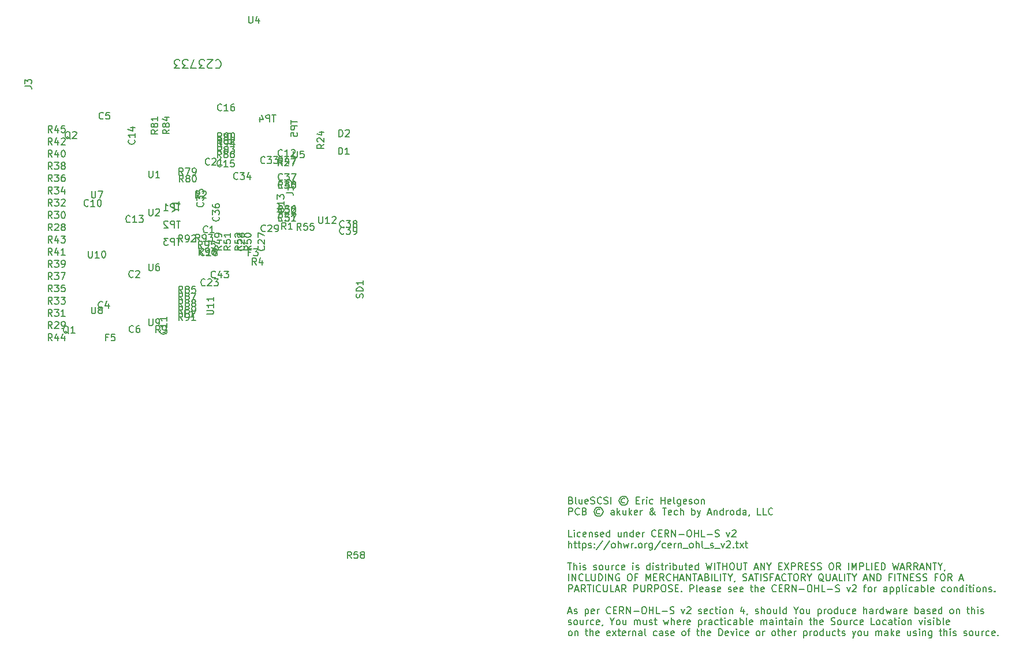
<source format=gbr>
%TF.GenerationSoftware,KiCad,Pcbnew,8.0.2*%
%TF.CreationDate,2024-12-18T21:07:28-06:00*%
%TF.ProjectId,Usb_Bridge,5573625f-4272-4696-9467-652e6b696361,rev?*%
%TF.SameCoordinates,Original*%
%TF.FileFunction,Other,Comment*%
%FSLAX46Y46*%
G04 Gerber Fmt 4.6, Leading zero omitted, Abs format (unit mm)*
G04 Created by KiCad (PCBNEW 8.0.2) date 2024-12-18 21:07:28*
%MOMM*%
%LPD*%
G01*
G04 APERTURE LIST*
%ADD10C,0.150000*%
G04 APERTURE END LIST*
D10*
X81546235Y-40534154D02*
X81689092Y-40581773D01*
X81689092Y-40581773D02*
X81736711Y-40629392D01*
X81736711Y-40629392D02*
X81784330Y-40724630D01*
X81784330Y-40724630D02*
X81784330Y-40867487D01*
X81784330Y-40867487D02*
X81736711Y-40962725D01*
X81736711Y-40962725D02*
X81689092Y-41010345D01*
X81689092Y-41010345D02*
X81593854Y-41057964D01*
X81593854Y-41057964D02*
X81212902Y-41057964D01*
X81212902Y-41057964D02*
X81212902Y-40057964D01*
X81212902Y-40057964D02*
X81546235Y-40057964D01*
X81546235Y-40057964D02*
X81641473Y-40105583D01*
X81641473Y-40105583D02*
X81689092Y-40153202D01*
X81689092Y-40153202D02*
X81736711Y-40248440D01*
X81736711Y-40248440D02*
X81736711Y-40343678D01*
X81736711Y-40343678D02*
X81689092Y-40438916D01*
X81689092Y-40438916D02*
X81641473Y-40486535D01*
X81641473Y-40486535D02*
X81546235Y-40534154D01*
X81546235Y-40534154D02*
X81212902Y-40534154D01*
X82355759Y-41057964D02*
X82260521Y-41010345D01*
X82260521Y-41010345D02*
X82212902Y-40915106D01*
X82212902Y-40915106D02*
X82212902Y-40057964D01*
X83165283Y-40391297D02*
X83165283Y-41057964D01*
X82736712Y-40391297D02*
X82736712Y-40915106D01*
X82736712Y-40915106D02*
X82784331Y-41010345D01*
X82784331Y-41010345D02*
X82879569Y-41057964D01*
X82879569Y-41057964D02*
X83022426Y-41057964D01*
X83022426Y-41057964D02*
X83117664Y-41010345D01*
X83117664Y-41010345D02*
X83165283Y-40962725D01*
X84022426Y-41010345D02*
X83927188Y-41057964D01*
X83927188Y-41057964D02*
X83736712Y-41057964D01*
X83736712Y-41057964D02*
X83641474Y-41010345D01*
X83641474Y-41010345D02*
X83593855Y-40915106D01*
X83593855Y-40915106D02*
X83593855Y-40534154D01*
X83593855Y-40534154D02*
X83641474Y-40438916D01*
X83641474Y-40438916D02*
X83736712Y-40391297D01*
X83736712Y-40391297D02*
X83927188Y-40391297D01*
X83927188Y-40391297D02*
X84022426Y-40438916D01*
X84022426Y-40438916D02*
X84070045Y-40534154D01*
X84070045Y-40534154D02*
X84070045Y-40629392D01*
X84070045Y-40629392D02*
X83593855Y-40724630D01*
X84450998Y-41010345D02*
X84593855Y-41057964D01*
X84593855Y-41057964D02*
X84831950Y-41057964D01*
X84831950Y-41057964D02*
X84927188Y-41010345D01*
X84927188Y-41010345D02*
X84974807Y-40962725D01*
X84974807Y-40962725D02*
X85022426Y-40867487D01*
X85022426Y-40867487D02*
X85022426Y-40772249D01*
X85022426Y-40772249D02*
X84974807Y-40677011D01*
X84974807Y-40677011D02*
X84927188Y-40629392D01*
X84927188Y-40629392D02*
X84831950Y-40581773D01*
X84831950Y-40581773D02*
X84641474Y-40534154D01*
X84641474Y-40534154D02*
X84546236Y-40486535D01*
X84546236Y-40486535D02*
X84498617Y-40438916D01*
X84498617Y-40438916D02*
X84450998Y-40343678D01*
X84450998Y-40343678D02*
X84450998Y-40248440D01*
X84450998Y-40248440D02*
X84498617Y-40153202D01*
X84498617Y-40153202D02*
X84546236Y-40105583D01*
X84546236Y-40105583D02*
X84641474Y-40057964D01*
X84641474Y-40057964D02*
X84879569Y-40057964D01*
X84879569Y-40057964D02*
X85022426Y-40105583D01*
X86022426Y-40962725D02*
X85974807Y-41010345D01*
X85974807Y-41010345D02*
X85831950Y-41057964D01*
X85831950Y-41057964D02*
X85736712Y-41057964D01*
X85736712Y-41057964D02*
X85593855Y-41010345D01*
X85593855Y-41010345D02*
X85498617Y-40915106D01*
X85498617Y-40915106D02*
X85450998Y-40819868D01*
X85450998Y-40819868D02*
X85403379Y-40629392D01*
X85403379Y-40629392D02*
X85403379Y-40486535D01*
X85403379Y-40486535D02*
X85450998Y-40296059D01*
X85450998Y-40296059D02*
X85498617Y-40200821D01*
X85498617Y-40200821D02*
X85593855Y-40105583D01*
X85593855Y-40105583D02*
X85736712Y-40057964D01*
X85736712Y-40057964D02*
X85831950Y-40057964D01*
X85831950Y-40057964D02*
X85974807Y-40105583D01*
X85974807Y-40105583D02*
X86022426Y-40153202D01*
X86403379Y-41010345D02*
X86546236Y-41057964D01*
X86546236Y-41057964D02*
X86784331Y-41057964D01*
X86784331Y-41057964D02*
X86879569Y-41010345D01*
X86879569Y-41010345D02*
X86927188Y-40962725D01*
X86927188Y-40962725D02*
X86974807Y-40867487D01*
X86974807Y-40867487D02*
X86974807Y-40772249D01*
X86974807Y-40772249D02*
X86927188Y-40677011D01*
X86927188Y-40677011D02*
X86879569Y-40629392D01*
X86879569Y-40629392D02*
X86784331Y-40581773D01*
X86784331Y-40581773D02*
X86593855Y-40534154D01*
X86593855Y-40534154D02*
X86498617Y-40486535D01*
X86498617Y-40486535D02*
X86450998Y-40438916D01*
X86450998Y-40438916D02*
X86403379Y-40343678D01*
X86403379Y-40343678D02*
X86403379Y-40248440D01*
X86403379Y-40248440D02*
X86450998Y-40153202D01*
X86450998Y-40153202D02*
X86498617Y-40105583D01*
X86498617Y-40105583D02*
X86593855Y-40057964D01*
X86593855Y-40057964D02*
X86831950Y-40057964D01*
X86831950Y-40057964D02*
X86974807Y-40105583D01*
X87403379Y-41057964D02*
X87403379Y-40057964D01*
X89450998Y-40296059D02*
X89355759Y-40248440D01*
X89355759Y-40248440D02*
X89165283Y-40248440D01*
X89165283Y-40248440D02*
X89070045Y-40296059D01*
X89070045Y-40296059D02*
X88974807Y-40391297D01*
X88974807Y-40391297D02*
X88927188Y-40486535D01*
X88927188Y-40486535D02*
X88927188Y-40677011D01*
X88927188Y-40677011D02*
X88974807Y-40772249D01*
X88974807Y-40772249D02*
X89070045Y-40867487D01*
X89070045Y-40867487D02*
X89165283Y-40915106D01*
X89165283Y-40915106D02*
X89355759Y-40915106D01*
X89355759Y-40915106D02*
X89450998Y-40867487D01*
X89260521Y-39915106D02*
X89022426Y-39962725D01*
X89022426Y-39962725D02*
X88784331Y-40105583D01*
X88784331Y-40105583D02*
X88641474Y-40343678D01*
X88641474Y-40343678D02*
X88593855Y-40581773D01*
X88593855Y-40581773D02*
X88641474Y-40819868D01*
X88641474Y-40819868D02*
X88784331Y-41057964D01*
X88784331Y-41057964D02*
X89022426Y-41200821D01*
X89022426Y-41200821D02*
X89260521Y-41248440D01*
X89260521Y-41248440D02*
X89498617Y-41200821D01*
X89498617Y-41200821D02*
X89736712Y-41057964D01*
X89736712Y-41057964D02*
X89879569Y-40819868D01*
X89879569Y-40819868D02*
X89927188Y-40581773D01*
X89927188Y-40581773D02*
X89879569Y-40343678D01*
X89879569Y-40343678D02*
X89736712Y-40105583D01*
X89736712Y-40105583D02*
X89498617Y-39962725D01*
X89498617Y-39962725D02*
X89260521Y-39915106D01*
X91117665Y-40534154D02*
X91450998Y-40534154D01*
X91593855Y-41057964D02*
X91117665Y-41057964D01*
X91117665Y-41057964D02*
X91117665Y-40057964D01*
X91117665Y-40057964D02*
X91593855Y-40057964D01*
X92022427Y-41057964D02*
X92022427Y-40391297D01*
X92022427Y-40581773D02*
X92070046Y-40486535D01*
X92070046Y-40486535D02*
X92117665Y-40438916D01*
X92117665Y-40438916D02*
X92212903Y-40391297D01*
X92212903Y-40391297D02*
X92308141Y-40391297D01*
X92641475Y-41057964D02*
X92641475Y-40391297D01*
X92641475Y-40057964D02*
X92593856Y-40105583D01*
X92593856Y-40105583D02*
X92641475Y-40153202D01*
X92641475Y-40153202D02*
X92689094Y-40105583D01*
X92689094Y-40105583D02*
X92641475Y-40057964D01*
X92641475Y-40057964D02*
X92641475Y-40153202D01*
X93546236Y-41010345D02*
X93450998Y-41057964D01*
X93450998Y-41057964D02*
X93260522Y-41057964D01*
X93260522Y-41057964D02*
X93165284Y-41010345D01*
X93165284Y-41010345D02*
X93117665Y-40962725D01*
X93117665Y-40962725D02*
X93070046Y-40867487D01*
X93070046Y-40867487D02*
X93070046Y-40581773D01*
X93070046Y-40581773D02*
X93117665Y-40486535D01*
X93117665Y-40486535D02*
X93165284Y-40438916D01*
X93165284Y-40438916D02*
X93260522Y-40391297D01*
X93260522Y-40391297D02*
X93450998Y-40391297D01*
X93450998Y-40391297D02*
X93546236Y-40438916D01*
X94736713Y-41057964D02*
X94736713Y-40057964D01*
X94736713Y-40534154D02*
X95308141Y-40534154D01*
X95308141Y-41057964D02*
X95308141Y-40057964D01*
X96165284Y-41010345D02*
X96070046Y-41057964D01*
X96070046Y-41057964D02*
X95879570Y-41057964D01*
X95879570Y-41057964D02*
X95784332Y-41010345D01*
X95784332Y-41010345D02*
X95736713Y-40915106D01*
X95736713Y-40915106D02*
X95736713Y-40534154D01*
X95736713Y-40534154D02*
X95784332Y-40438916D01*
X95784332Y-40438916D02*
X95879570Y-40391297D01*
X95879570Y-40391297D02*
X96070046Y-40391297D01*
X96070046Y-40391297D02*
X96165284Y-40438916D01*
X96165284Y-40438916D02*
X96212903Y-40534154D01*
X96212903Y-40534154D02*
X96212903Y-40629392D01*
X96212903Y-40629392D02*
X95736713Y-40724630D01*
X96784332Y-41057964D02*
X96689094Y-41010345D01*
X96689094Y-41010345D02*
X96641475Y-40915106D01*
X96641475Y-40915106D02*
X96641475Y-40057964D01*
X97593856Y-40391297D02*
X97593856Y-41200821D01*
X97593856Y-41200821D02*
X97546237Y-41296059D01*
X97546237Y-41296059D02*
X97498618Y-41343678D01*
X97498618Y-41343678D02*
X97403380Y-41391297D01*
X97403380Y-41391297D02*
X97260523Y-41391297D01*
X97260523Y-41391297D02*
X97165285Y-41343678D01*
X97593856Y-41010345D02*
X97498618Y-41057964D01*
X97498618Y-41057964D02*
X97308142Y-41057964D01*
X97308142Y-41057964D02*
X97212904Y-41010345D01*
X97212904Y-41010345D02*
X97165285Y-40962725D01*
X97165285Y-40962725D02*
X97117666Y-40867487D01*
X97117666Y-40867487D02*
X97117666Y-40581773D01*
X97117666Y-40581773D02*
X97165285Y-40486535D01*
X97165285Y-40486535D02*
X97212904Y-40438916D01*
X97212904Y-40438916D02*
X97308142Y-40391297D01*
X97308142Y-40391297D02*
X97498618Y-40391297D01*
X97498618Y-40391297D02*
X97593856Y-40438916D01*
X98450999Y-41010345D02*
X98355761Y-41057964D01*
X98355761Y-41057964D02*
X98165285Y-41057964D01*
X98165285Y-41057964D02*
X98070047Y-41010345D01*
X98070047Y-41010345D02*
X98022428Y-40915106D01*
X98022428Y-40915106D02*
X98022428Y-40534154D01*
X98022428Y-40534154D02*
X98070047Y-40438916D01*
X98070047Y-40438916D02*
X98165285Y-40391297D01*
X98165285Y-40391297D02*
X98355761Y-40391297D01*
X98355761Y-40391297D02*
X98450999Y-40438916D01*
X98450999Y-40438916D02*
X98498618Y-40534154D01*
X98498618Y-40534154D02*
X98498618Y-40629392D01*
X98498618Y-40629392D02*
X98022428Y-40724630D01*
X98879571Y-41010345D02*
X98974809Y-41057964D01*
X98974809Y-41057964D02*
X99165285Y-41057964D01*
X99165285Y-41057964D02*
X99260523Y-41010345D01*
X99260523Y-41010345D02*
X99308142Y-40915106D01*
X99308142Y-40915106D02*
X99308142Y-40867487D01*
X99308142Y-40867487D02*
X99260523Y-40772249D01*
X99260523Y-40772249D02*
X99165285Y-40724630D01*
X99165285Y-40724630D02*
X99022428Y-40724630D01*
X99022428Y-40724630D02*
X98927190Y-40677011D01*
X98927190Y-40677011D02*
X98879571Y-40581773D01*
X98879571Y-40581773D02*
X98879571Y-40534154D01*
X98879571Y-40534154D02*
X98927190Y-40438916D01*
X98927190Y-40438916D02*
X99022428Y-40391297D01*
X99022428Y-40391297D02*
X99165285Y-40391297D01*
X99165285Y-40391297D02*
X99260523Y-40438916D01*
X99879571Y-41057964D02*
X99784333Y-41010345D01*
X99784333Y-41010345D02*
X99736714Y-40962725D01*
X99736714Y-40962725D02*
X99689095Y-40867487D01*
X99689095Y-40867487D02*
X99689095Y-40581773D01*
X99689095Y-40581773D02*
X99736714Y-40486535D01*
X99736714Y-40486535D02*
X99784333Y-40438916D01*
X99784333Y-40438916D02*
X99879571Y-40391297D01*
X99879571Y-40391297D02*
X100022428Y-40391297D01*
X100022428Y-40391297D02*
X100117666Y-40438916D01*
X100117666Y-40438916D02*
X100165285Y-40486535D01*
X100165285Y-40486535D02*
X100212904Y-40581773D01*
X100212904Y-40581773D02*
X100212904Y-40867487D01*
X100212904Y-40867487D02*
X100165285Y-40962725D01*
X100165285Y-40962725D02*
X100117666Y-41010345D01*
X100117666Y-41010345D02*
X100022428Y-41057964D01*
X100022428Y-41057964D02*
X99879571Y-41057964D01*
X100641476Y-40391297D02*
X100641476Y-41057964D01*
X100641476Y-40486535D02*
X100689095Y-40438916D01*
X100689095Y-40438916D02*
X100784333Y-40391297D01*
X100784333Y-40391297D02*
X100927190Y-40391297D01*
X100927190Y-40391297D02*
X101022428Y-40438916D01*
X101022428Y-40438916D02*
X101070047Y-40534154D01*
X101070047Y-40534154D02*
X101070047Y-41057964D01*
X81212902Y-42667908D02*
X81212902Y-41667908D01*
X81212902Y-41667908D02*
X81593854Y-41667908D01*
X81593854Y-41667908D02*
X81689092Y-41715527D01*
X81689092Y-41715527D02*
X81736711Y-41763146D01*
X81736711Y-41763146D02*
X81784330Y-41858384D01*
X81784330Y-41858384D02*
X81784330Y-42001241D01*
X81784330Y-42001241D02*
X81736711Y-42096479D01*
X81736711Y-42096479D02*
X81689092Y-42144098D01*
X81689092Y-42144098D02*
X81593854Y-42191717D01*
X81593854Y-42191717D02*
X81212902Y-42191717D01*
X82784330Y-42572669D02*
X82736711Y-42620289D01*
X82736711Y-42620289D02*
X82593854Y-42667908D01*
X82593854Y-42667908D02*
X82498616Y-42667908D01*
X82498616Y-42667908D02*
X82355759Y-42620289D01*
X82355759Y-42620289D02*
X82260521Y-42525050D01*
X82260521Y-42525050D02*
X82212902Y-42429812D01*
X82212902Y-42429812D02*
X82165283Y-42239336D01*
X82165283Y-42239336D02*
X82165283Y-42096479D01*
X82165283Y-42096479D02*
X82212902Y-41906003D01*
X82212902Y-41906003D02*
X82260521Y-41810765D01*
X82260521Y-41810765D02*
X82355759Y-41715527D01*
X82355759Y-41715527D02*
X82498616Y-41667908D01*
X82498616Y-41667908D02*
X82593854Y-41667908D01*
X82593854Y-41667908D02*
X82736711Y-41715527D01*
X82736711Y-41715527D02*
X82784330Y-41763146D01*
X83546235Y-42144098D02*
X83689092Y-42191717D01*
X83689092Y-42191717D02*
X83736711Y-42239336D01*
X83736711Y-42239336D02*
X83784330Y-42334574D01*
X83784330Y-42334574D02*
X83784330Y-42477431D01*
X83784330Y-42477431D02*
X83736711Y-42572669D01*
X83736711Y-42572669D02*
X83689092Y-42620289D01*
X83689092Y-42620289D02*
X83593854Y-42667908D01*
X83593854Y-42667908D02*
X83212902Y-42667908D01*
X83212902Y-42667908D02*
X83212902Y-41667908D01*
X83212902Y-41667908D02*
X83546235Y-41667908D01*
X83546235Y-41667908D02*
X83641473Y-41715527D01*
X83641473Y-41715527D02*
X83689092Y-41763146D01*
X83689092Y-41763146D02*
X83736711Y-41858384D01*
X83736711Y-41858384D02*
X83736711Y-41953622D01*
X83736711Y-41953622D02*
X83689092Y-42048860D01*
X83689092Y-42048860D02*
X83641473Y-42096479D01*
X83641473Y-42096479D02*
X83546235Y-42144098D01*
X83546235Y-42144098D02*
X83212902Y-42144098D01*
X85784331Y-41906003D02*
X85689092Y-41858384D01*
X85689092Y-41858384D02*
X85498616Y-41858384D01*
X85498616Y-41858384D02*
X85403378Y-41906003D01*
X85403378Y-41906003D02*
X85308140Y-42001241D01*
X85308140Y-42001241D02*
X85260521Y-42096479D01*
X85260521Y-42096479D02*
X85260521Y-42286955D01*
X85260521Y-42286955D02*
X85308140Y-42382193D01*
X85308140Y-42382193D02*
X85403378Y-42477431D01*
X85403378Y-42477431D02*
X85498616Y-42525050D01*
X85498616Y-42525050D02*
X85689092Y-42525050D01*
X85689092Y-42525050D02*
X85784331Y-42477431D01*
X85593854Y-41525050D02*
X85355759Y-41572669D01*
X85355759Y-41572669D02*
X85117664Y-41715527D01*
X85117664Y-41715527D02*
X84974807Y-41953622D01*
X84974807Y-41953622D02*
X84927188Y-42191717D01*
X84927188Y-42191717D02*
X84974807Y-42429812D01*
X84974807Y-42429812D02*
X85117664Y-42667908D01*
X85117664Y-42667908D02*
X85355759Y-42810765D01*
X85355759Y-42810765D02*
X85593854Y-42858384D01*
X85593854Y-42858384D02*
X85831950Y-42810765D01*
X85831950Y-42810765D02*
X86070045Y-42667908D01*
X86070045Y-42667908D02*
X86212902Y-42429812D01*
X86212902Y-42429812D02*
X86260521Y-42191717D01*
X86260521Y-42191717D02*
X86212902Y-41953622D01*
X86212902Y-41953622D02*
X86070045Y-41715527D01*
X86070045Y-41715527D02*
X85831950Y-41572669D01*
X85831950Y-41572669D02*
X85593854Y-41525050D01*
X87879569Y-42667908D02*
X87879569Y-42144098D01*
X87879569Y-42144098D02*
X87831950Y-42048860D01*
X87831950Y-42048860D02*
X87736712Y-42001241D01*
X87736712Y-42001241D02*
X87546236Y-42001241D01*
X87546236Y-42001241D02*
X87450998Y-42048860D01*
X87879569Y-42620289D02*
X87784331Y-42667908D01*
X87784331Y-42667908D02*
X87546236Y-42667908D01*
X87546236Y-42667908D02*
X87450998Y-42620289D01*
X87450998Y-42620289D02*
X87403379Y-42525050D01*
X87403379Y-42525050D02*
X87403379Y-42429812D01*
X87403379Y-42429812D02*
X87450998Y-42334574D01*
X87450998Y-42334574D02*
X87546236Y-42286955D01*
X87546236Y-42286955D02*
X87784331Y-42286955D01*
X87784331Y-42286955D02*
X87879569Y-42239336D01*
X88355760Y-42667908D02*
X88355760Y-41667908D01*
X88450998Y-42286955D02*
X88736712Y-42667908D01*
X88736712Y-42001241D02*
X88355760Y-42382193D01*
X89593855Y-42001241D02*
X89593855Y-42667908D01*
X89165284Y-42001241D02*
X89165284Y-42525050D01*
X89165284Y-42525050D02*
X89212903Y-42620289D01*
X89212903Y-42620289D02*
X89308141Y-42667908D01*
X89308141Y-42667908D02*
X89450998Y-42667908D01*
X89450998Y-42667908D02*
X89546236Y-42620289D01*
X89546236Y-42620289D02*
X89593855Y-42572669D01*
X90070046Y-42667908D02*
X90070046Y-41667908D01*
X90165284Y-42286955D02*
X90450998Y-42667908D01*
X90450998Y-42001241D02*
X90070046Y-42382193D01*
X91260522Y-42620289D02*
X91165284Y-42667908D01*
X91165284Y-42667908D02*
X90974808Y-42667908D01*
X90974808Y-42667908D02*
X90879570Y-42620289D01*
X90879570Y-42620289D02*
X90831951Y-42525050D01*
X90831951Y-42525050D02*
X90831951Y-42144098D01*
X90831951Y-42144098D02*
X90879570Y-42048860D01*
X90879570Y-42048860D02*
X90974808Y-42001241D01*
X90974808Y-42001241D02*
X91165284Y-42001241D01*
X91165284Y-42001241D02*
X91260522Y-42048860D01*
X91260522Y-42048860D02*
X91308141Y-42144098D01*
X91308141Y-42144098D02*
X91308141Y-42239336D01*
X91308141Y-42239336D02*
X90831951Y-42334574D01*
X91736713Y-42667908D02*
X91736713Y-42001241D01*
X91736713Y-42191717D02*
X91784332Y-42096479D01*
X91784332Y-42096479D02*
X91831951Y-42048860D01*
X91831951Y-42048860D02*
X91927189Y-42001241D01*
X91927189Y-42001241D02*
X92022427Y-42001241D01*
X93927190Y-42667908D02*
X93879571Y-42667908D01*
X93879571Y-42667908D02*
X93784332Y-42620289D01*
X93784332Y-42620289D02*
X93641475Y-42477431D01*
X93641475Y-42477431D02*
X93403380Y-42191717D01*
X93403380Y-42191717D02*
X93308142Y-42048860D01*
X93308142Y-42048860D02*
X93260523Y-41906003D01*
X93260523Y-41906003D02*
X93260523Y-41810765D01*
X93260523Y-41810765D02*
X93308142Y-41715527D01*
X93308142Y-41715527D02*
X93403380Y-41667908D01*
X93403380Y-41667908D02*
X93450999Y-41667908D01*
X93450999Y-41667908D02*
X93546237Y-41715527D01*
X93546237Y-41715527D02*
X93593856Y-41810765D01*
X93593856Y-41810765D02*
X93593856Y-41858384D01*
X93593856Y-41858384D02*
X93546237Y-41953622D01*
X93546237Y-41953622D02*
X93498618Y-42001241D01*
X93498618Y-42001241D02*
X93212904Y-42191717D01*
X93212904Y-42191717D02*
X93165285Y-42239336D01*
X93165285Y-42239336D02*
X93117666Y-42334574D01*
X93117666Y-42334574D02*
X93117666Y-42477431D01*
X93117666Y-42477431D02*
X93165285Y-42572669D01*
X93165285Y-42572669D02*
X93212904Y-42620289D01*
X93212904Y-42620289D02*
X93308142Y-42667908D01*
X93308142Y-42667908D02*
X93450999Y-42667908D01*
X93450999Y-42667908D02*
X93546237Y-42620289D01*
X93546237Y-42620289D02*
X93593856Y-42572669D01*
X93593856Y-42572669D02*
X93736713Y-42382193D01*
X93736713Y-42382193D02*
X93784332Y-42239336D01*
X93784332Y-42239336D02*
X93784332Y-42144098D01*
X94974809Y-41667908D02*
X95546237Y-41667908D01*
X95260523Y-42667908D02*
X95260523Y-41667908D01*
X96260523Y-42620289D02*
X96165285Y-42667908D01*
X96165285Y-42667908D02*
X95974809Y-42667908D01*
X95974809Y-42667908D02*
X95879571Y-42620289D01*
X95879571Y-42620289D02*
X95831952Y-42525050D01*
X95831952Y-42525050D02*
X95831952Y-42144098D01*
X95831952Y-42144098D02*
X95879571Y-42048860D01*
X95879571Y-42048860D02*
X95974809Y-42001241D01*
X95974809Y-42001241D02*
X96165285Y-42001241D01*
X96165285Y-42001241D02*
X96260523Y-42048860D01*
X96260523Y-42048860D02*
X96308142Y-42144098D01*
X96308142Y-42144098D02*
X96308142Y-42239336D01*
X96308142Y-42239336D02*
X95831952Y-42334574D01*
X97165285Y-42620289D02*
X97070047Y-42667908D01*
X97070047Y-42667908D02*
X96879571Y-42667908D01*
X96879571Y-42667908D02*
X96784333Y-42620289D01*
X96784333Y-42620289D02*
X96736714Y-42572669D01*
X96736714Y-42572669D02*
X96689095Y-42477431D01*
X96689095Y-42477431D02*
X96689095Y-42191717D01*
X96689095Y-42191717D02*
X96736714Y-42096479D01*
X96736714Y-42096479D02*
X96784333Y-42048860D01*
X96784333Y-42048860D02*
X96879571Y-42001241D01*
X96879571Y-42001241D02*
X97070047Y-42001241D01*
X97070047Y-42001241D02*
X97165285Y-42048860D01*
X97593857Y-42667908D02*
X97593857Y-41667908D01*
X98022428Y-42667908D02*
X98022428Y-42144098D01*
X98022428Y-42144098D02*
X97974809Y-42048860D01*
X97974809Y-42048860D02*
X97879571Y-42001241D01*
X97879571Y-42001241D02*
X97736714Y-42001241D01*
X97736714Y-42001241D02*
X97641476Y-42048860D01*
X97641476Y-42048860D02*
X97593857Y-42096479D01*
X99260524Y-42667908D02*
X99260524Y-41667908D01*
X99260524Y-42048860D02*
X99355762Y-42001241D01*
X99355762Y-42001241D02*
X99546238Y-42001241D01*
X99546238Y-42001241D02*
X99641476Y-42048860D01*
X99641476Y-42048860D02*
X99689095Y-42096479D01*
X99689095Y-42096479D02*
X99736714Y-42191717D01*
X99736714Y-42191717D02*
X99736714Y-42477431D01*
X99736714Y-42477431D02*
X99689095Y-42572669D01*
X99689095Y-42572669D02*
X99641476Y-42620289D01*
X99641476Y-42620289D02*
X99546238Y-42667908D01*
X99546238Y-42667908D02*
X99355762Y-42667908D01*
X99355762Y-42667908D02*
X99260524Y-42620289D01*
X100070048Y-42001241D02*
X100308143Y-42667908D01*
X100546238Y-42001241D02*
X100308143Y-42667908D01*
X100308143Y-42667908D02*
X100212905Y-42906003D01*
X100212905Y-42906003D02*
X100165286Y-42953622D01*
X100165286Y-42953622D02*
X100070048Y-43001241D01*
X101641477Y-42382193D02*
X102117667Y-42382193D01*
X101546239Y-42667908D02*
X101879572Y-41667908D01*
X101879572Y-41667908D02*
X102212905Y-42667908D01*
X102546239Y-42001241D02*
X102546239Y-42667908D01*
X102546239Y-42096479D02*
X102593858Y-42048860D01*
X102593858Y-42048860D02*
X102689096Y-42001241D01*
X102689096Y-42001241D02*
X102831953Y-42001241D01*
X102831953Y-42001241D02*
X102927191Y-42048860D01*
X102927191Y-42048860D02*
X102974810Y-42144098D01*
X102974810Y-42144098D02*
X102974810Y-42667908D01*
X103879572Y-42667908D02*
X103879572Y-41667908D01*
X103879572Y-42620289D02*
X103784334Y-42667908D01*
X103784334Y-42667908D02*
X103593858Y-42667908D01*
X103593858Y-42667908D02*
X103498620Y-42620289D01*
X103498620Y-42620289D02*
X103451001Y-42572669D01*
X103451001Y-42572669D02*
X103403382Y-42477431D01*
X103403382Y-42477431D02*
X103403382Y-42191717D01*
X103403382Y-42191717D02*
X103451001Y-42096479D01*
X103451001Y-42096479D02*
X103498620Y-42048860D01*
X103498620Y-42048860D02*
X103593858Y-42001241D01*
X103593858Y-42001241D02*
X103784334Y-42001241D01*
X103784334Y-42001241D02*
X103879572Y-42048860D01*
X104355763Y-42667908D02*
X104355763Y-42001241D01*
X104355763Y-42191717D02*
X104403382Y-42096479D01*
X104403382Y-42096479D02*
X104451001Y-42048860D01*
X104451001Y-42048860D02*
X104546239Y-42001241D01*
X104546239Y-42001241D02*
X104641477Y-42001241D01*
X105117668Y-42667908D02*
X105022430Y-42620289D01*
X105022430Y-42620289D02*
X104974811Y-42572669D01*
X104974811Y-42572669D02*
X104927192Y-42477431D01*
X104927192Y-42477431D02*
X104927192Y-42191717D01*
X104927192Y-42191717D02*
X104974811Y-42096479D01*
X104974811Y-42096479D02*
X105022430Y-42048860D01*
X105022430Y-42048860D02*
X105117668Y-42001241D01*
X105117668Y-42001241D02*
X105260525Y-42001241D01*
X105260525Y-42001241D02*
X105355763Y-42048860D01*
X105355763Y-42048860D02*
X105403382Y-42096479D01*
X105403382Y-42096479D02*
X105451001Y-42191717D01*
X105451001Y-42191717D02*
X105451001Y-42477431D01*
X105451001Y-42477431D02*
X105403382Y-42572669D01*
X105403382Y-42572669D02*
X105355763Y-42620289D01*
X105355763Y-42620289D02*
X105260525Y-42667908D01*
X105260525Y-42667908D02*
X105117668Y-42667908D01*
X106308144Y-42667908D02*
X106308144Y-41667908D01*
X106308144Y-42620289D02*
X106212906Y-42667908D01*
X106212906Y-42667908D02*
X106022430Y-42667908D01*
X106022430Y-42667908D02*
X105927192Y-42620289D01*
X105927192Y-42620289D02*
X105879573Y-42572669D01*
X105879573Y-42572669D02*
X105831954Y-42477431D01*
X105831954Y-42477431D02*
X105831954Y-42191717D01*
X105831954Y-42191717D02*
X105879573Y-42096479D01*
X105879573Y-42096479D02*
X105927192Y-42048860D01*
X105927192Y-42048860D02*
X106022430Y-42001241D01*
X106022430Y-42001241D02*
X106212906Y-42001241D01*
X106212906Y-42001241D02*
X106308144Y-42048860D01*
X107212906Y-42667908D02*
X107212906Y-42144098D01*
X107212906Y-42144098D02*
X107165287Y-42048860D01*
X107165287Y-42048860D02*
X107070049Y-42001241D01*
X107070049Y-42001241D02*
X106879573Y-42001241D01*
X106879573Y-42001241D02*
X106784335Y-42048860D01*
X107212906Y-42620289D02*
X107117668Y-42667908D01*
X107117668Y-42667908D02*
X106879573Y-42667908D01*
X106879573Y-42667908D02*
X106784335Y-42620289D01*
X106784335Y-42620289D02*
X106736716Y-42525050D01*
X106736716Y-42525050D02*
X106736716Y-42429812D01*
X106736716Y-42429812D02*
X106784335Y-42334574D01*
X106784335Y-42334574D02*
X106879573Y-42286955D01*
X106879573Y-42286955D02*
X107117668Y-42286955D01*
X107117668Y-42286955D02*
X107212906Y-42239336D01*
X107736716Y-42620289D02*
X107736716Y-42667908D01*
X107736716Y-42667908D02*
X107689097Y-42763146D01*
X107689097Y-42763146D02*
X107641478Y-42810765D01*
X109403382Y-42667908D02*
X108927192Y-42667908D01*
X108927192Y-42667908D02*
X108927192Y-41667908D01*
X110212906Y-42667908D02*
X109736716Y-42667908D01*
X109736716Y-42667908D02*
X109736716Y-41667908D01*
X111117668Y-42572669D02*
X111070049Y-42620289D01*
X111070049Y-42620289D02*
X110927192Y-42667908D01*
X110927192Y-42667908D02*
X110831954Y-42667908D01*
X110831954Y-42667908D02*
X110689097Y-42620289D01*
X110689097Y-42620289D02*
X110593859Y-42525050D01*
X110593859Y-42525050D02*
X110546240Y-42429812D01*
X110546240Y-42429812D02*
X110498621Y-42239336D01*
X110498621Y-42239336D02*
X110498621Y-42096479D01*
X110498621Y-42096479D02*
X110546240Y-41906003D01*
X110546240Y-41906003D02*
X110593859Y-41810765D01*
X110593859Y-41810765D02*
X110689097Y-41715527D01*
X110689097Y-41715527D02*
X110831954Y-41667908D01*
X110831954Y-41667908D02*
X110927192Y-41667908D01*
X110927192Y-41667908D02*
X111070049Y-41715527D01*
X111070049Y-41715527D02*
X111117668Y-41763146D01*
X81689092Y-45887796D02*
X81212902Y-45887796D01*
X81212902Y-45887796D02*
X81212902Y-44887796D01*
X82022426Y-45887796D02*
X82022426Y-45221129D01*
X82022426Y-44887796D02*
X81974807Y-44935415D01*
X81974807Y-44935415D02*
X82022426Y-44983034D01*
X82022426Y-44983034D02*
X82070045Y-44935415D01*
X82070045Y-44935415D02*
X82022426Y-44887796D01*
X82022426Y-44887796D02*
X82022426Y-44983034D01*
X82927187Y-45840177D02*
X82831949Y-45887796D01*
X82831949Y-45887796D02*
X82641473Y-45887796D01*
X82641473Y-45887796D02*
X82546235Y-45840177D01*
X82546235Y-45840177D02*
X82498616Y-45792557D01*
X82498616Y-45792557D02*
X82450997Y-45697319D01*
X82450997Y-45697319D02*
X82450997Y-45411605D01*
X82450997Y-45411605D02*
X82498616Y-45316367D01*
X82498616Y-45316367D02*
X82546235Y-45268748D01*
X82546235Y-45268748D02*
X82641473Y-45221129D01*
X82641473Y-45221129D02*
X82831949Y-45221129D01*
X82831949Y-45221129D02*
X82927187Y-45268748D01*
X83736711Y-45840177D02*
X83641473Y-45887796D01*
X83641473Y-45887796D02*
X83450997Y-45887796D01*
X83450997Y-45887796D02*
X83355759Y-45840177D01*
X83355759Y-45840177D02*
X83308140Y-45744938D01*
X83308140Y-45744938D02*
X83308140Y-45363986D01*
X83308140Y-45363986D02*
X83355759Y-45268748D01*
X83355759Y-45268748D02*
X83450997Y-45221129D01*
X83450997Y-45221129D02*
X83641473Y-45221129D01*
X83641473Y-45221129D02*
X83736711Y-45268748D01*
X83736711Y-45268748D02*
X83784330Y-45363986D01*
X83784330Y-45363986D02*
X83784330Y-45459224D01*
X83784330Y-45459224D02*
X83308140Y-45554462D01*
X84212902Y-45221129D02*
X84212902Y-45887796D01*
X84212902Y-45316367D02*
X84260521Y-45268748D01*
X84260521Y-45268748D02*
X84355759Y-45221129D01*
X84355759Y-45221129D02*
X84498616Y-45221129D01*
X84498616Y-45221129D02*
X84593854Y-45268748D01*
X84593854Y-45268748D02*
X84641473Y-45363986D01*
X84641473Y-45363986D02*
X84641473Y-45887796D01*
X85070045Y-45840177D02*
X85165283Y-45887796D01*
X85165283Y-45887796D02*
X85355759Y-45887796D01*
X85355759Y-45887796D02*
X85450997Y-45840177D01*
X85450997Y-45840177D02*
X85498616Y-45744938D01*
X85498616Y-45744938D02*
X85498616Y-45697319D01*
X85498616Y-45697319D02*
X85450997Y-45602081D01*
X85450997Y-45602081D02*
X85355759Y-45554462D01*
X85355759Y-45554462D02*
X85212902Y-45554462D01*
X85212902Y-45554462D02*
X85117664Y-45506843D01*
X85117664Y-45506843D02*
X85070045Y-45411605D01*
X85070045Y-45411605D02*
X85070045Y-45363986D01*
X85070045Y-45363986D02*
X85117664Y-45268748D01*
X85117664Y-45268748D02*
X85212902Y-45221129D01*
X85212902Y-45221129D02*
X85355759Y-45221129D01*
X85355759Y-45221129D02*
X85450997Y-45268748D01*
X86308140Y-45840177D02*
X86212902Y-45887796D01*
X86212902Y-45887796D02*
X86022426Y-45887796D01*
X86022426Y-45887796D02*
X85927188Y-45840177D01*
X85927188Y-45840177D02*
X85879569Y-45744938D01*
X85879569Y-45744938D02*
X85879569Y-45363986D01*
X85879569Y-45363986D02*
X85927188Y-45268748D01*
X85927188Y-45268748D02*
X86022426Y-45221129D01*
X86022426Y-45221129D02*
X86212902Y-45221129D01*
X86212902Y-45221129D02*
X86308140Y-45268748D01*
X86308140Y-45268748D02*
X86355759Y-45363986D01*
X86355759Y-45363986D02*
X86355759Y-45459224D01*
X86355759Y-45459224D02*
X85879569Y-45554462D01*
X87212902Y-45887796D02*
X87212902Y-44887796D01*
X87212902Y-45840177D02*
X87117664Y-45887796D01*
X87117664Y-45887796D02*
X86927188Y-45887796D01*
X86927188Y-45887796D02*
X86831950Y-45840177D01*
X86831950Y-45840177D02*
X86784331Y-45792557D01*
X86784331Y-45792557D02*
X86736712Y-45697319D01*
X86736712Y-45697319D02*
X86736712Y-45411605D01*
X86736712Y-45411605D02*
X86784331Y-45316367D01*
X86784331Y-45316367D02*
X86831950Y-45268748D01*
X86831950Y-45268748D02*
X86927188Y-45221129D01*
X86927188Y-45221129D02*
X87117664Y-45221129D01*
X87117664Y-45221129D02*
X87212902Y-45268748D01*
X88879569Y-45221129D02*
X88879569Y-45887796D01*
X88450998Y-45221129D02*
X88450998Y-45744938D01*
X88450998Y-45744938D02*
X88498617Y-45840177D01*
X88498617Y-45840177D02*
X88593855Y-45887796D01*
X88593855Y-45887796D02*
X88736712Y-45887796D01*
X88736712Y-45887796D02*
X88831950Y-45840177D01*
X88831950Y-45840177D02*
X88879569Y-45792557D01*
X89355760Y-45221129D02*
X89355760Y-45887796D01*
X89355760Y-45316367D02*
X89403379Y-45268748D01*
X89403379Y-45268748D02*
X89498617Y-45221129D01*
X89498617Y-45221129D02*
X89641474Y-45221129D01*
X89641474Y-45221129D02*
X89736712Y-45268748D01*
X89736712Y-45268748D02*
X89784331Y-45363986D01*
X89784331Y-45363986D02*
X89784331Y-45887796D01*
X90689093Y-45887796D02*
X90689093Y-44887796D01*
X90689093Y-45840177D02*
X90593855Y-45887796D01*
X90593855Y-45887796D02*
X90403379Y-45887796D01*
X90403379Y-45887796D02*
X90308141Y-45840177D01*
X90308141Y-45840177D02*
X90260522Y-45792557D01*
X90260522Y-45792557D02*
X90212903Y-45697319D01*
X90212903Y-45697319D02*
X90212903Y-45411605D01*
X90212903Y-45411605D02*
X90260522Y-45316367D01*
X90260522Y-45316367D02*
X90308141Y-45268748D01*
X90308141Y-45268748D02*
X90403379Y-45221129D01*
X90403379Y-45221129D02*
X90593855Y-45221129D01*
X90593855Y-45221129D02*
X90689093Y-45268748D01*
X91546236Y-45840177D02*
X91450998Y-45887796D01*
X91450998Y-45887796D02*
X91260522Y-45887796D01*
X91260522Y-45887796D02*
X91165284Y-45840177D01*
X91165284Y-45840177D02*
X91117665Y-45744938D01*
X91117665Y-45744938D02*
X91117665Y-45363986D01*
X91117665Y-45363986D02*
X91165284Y-45268748D01*
X91165284Y-45268748D02*
X91260522Y-45221129D01*
X91260522Y-45221129D02*
X91450998Y-45221129D01*
X91450998Y-45221129D02*
X91546236Y-45268748D01*
X91546236Y-45268748D02*
X91593855Y-45363986D01*
X91593855Y-45363986D02*
X91593855Y-45459224D01*
X91593855Y-45459224D02*
X91117665Y-45554462D01*
X92022427Y-45887796D02*
X92022427Y-45221129D01*
X92022427Y-45411605D02*
X92070046Y-45316367D01*
X92070046Y-45316367D02*
X92117665Y-45268748D01*
X92117665Y-45268748D02*
X92212903Y-45221129D01*
X92212903Y-45221129D02*
X92308141Y-45221129D01*
X93974808Y-45792557D02*
X93927189Y-45840177D01*
X93927189Y-45840177D02*
X93784332Y-45887796D01*
X93784332Y-45887796D02*
X93689094Y-45887796D01*
X93689094Y-45887796D02*
X93546237Y-45840177D01*
X93546237Y-45840177D02*
X93450999Y-45744938D01*
X93450999Y-45744938D02*
X93403380Y-45649700D01*
X93403380Y-45649700D02*
X93355761Y-45459224D01*
X93355761Y-45459224D02*
X93355761Y-45316367D01*
X93355761Y-45316367D02*
X93403380Y-45125891D01*
X93403380Y-45125891D02*
X93450999Y-45030653D01*
X93450999Y-45030653D02*
X93546237Y-44935415D01*
X93546237Y-44935415D02*
X93689094Y-44887796D01*
X93689094Y-44887796D02*
X93784332Y-44887796D01*
X93784332Y-44887796D02*
X93927189Y-44935415D01*
X93927189Y-44935415D02*
X93974808Y-44983034D01*
X94403380Y-45363986D02*
X94736713Y-45363986D01*
X94879570Y-45887796D02*
X94403380Y-45887796D01*
X94403380Y-45887796D02*
X94403380Y-44887796D01*
X94403380Y-44887796D02*
X94879570Y-44887796D01*
X95879570Y-45887796D02*
X95546237Y-45411605D01*
X95308142Y-45887796D02*
X95308142Y-44887796D01*
X95308142Y-44887796D02*
X95689094Y-44887796D01*
X95689094Y-44887796D02*
X95784332Y-44935415D01*
X95784332Y-44935415D02*
X95831951Y-44983034D01*
X95831951Y-44983034D02*
X95879570Y-45078272D01*
X95879570Y-45078272D02*
X95879570Y-45221129D01*
X95879570Y-45221129D02*
X95831951Y-45316367D01*
X95831951Y-45316367D02*
X95784332Y-45363986D01*
X95784332Y-45363986D02*
X95689094Y-45411605D01*
X95689094Y-45411605D02*
X95308142Y-45411605D01*
X96308142Y-45887796D02*
X96308142Y-44887796D01*
X96308142Y-44887796D02*
X96879570Y-45887796D01*
X96879570Y-45887796D02*
X96879570Y-44887796D01*
X97355761Y-45506843D02*
X98117666Y-45506843D01*
X98784332Y-44887796D02*
X98974808Y-44887796D01*
X98974808Y-44887796D02*
X99070046Y-44935415D01*
X99070046Y-44935415D02*
X99165284Y-45030653D01*
X99165284Y-45030653D02*
X99212903Y-45221129D01*
X99212903Y-45221129D02*
X99212903Y-45554462D01*
X99212903Y-45554462D02*
X99165284Y-45744938D01*
X99165284Y-45744938D02*
X99070046Y-45840177D01*
X99070046Y-45840177D02*
X98974808Y-45887796D01*
X98974808Y-45887796D02*
X98784332Y-45887796D01*
X98784332Y-45887796D02*
X98689094Y-45840177D01*
X98689094Y-45840177D02*
X98593856Y-45744938D01*
X98593856Y-45744938D02*
X98546237Y-45554462D01*
X98546237Y-45554462D02*
X98546237Y-45221129D01*
X98546237Y-45221129D02*
X98593856Y-45030653D01*
X98593856Y-45030653D02*
X98689094Y-44935415D01*
X98689094Y-44935415D02*
X98784332Y-44887796D01*
X99641475Y-45887796D02*
X99641475Y-44887796D01*
X99641475Y-45363986D02*
X100212903Y-45363986D01*
X100212903Y-45887796D02*
X100212903Y-44887796D01*
X101165284Y-45887796D02*
X100689094Y-45887796D01*
X100689094Y-45887796D02*
X100689094Y-44887796D01*
X101498618Y-45506843D02*
X102260523Y-45506843D01*
X102689094Y-45840177D02*
X102831951Y-45887796D01*
X102831951Y-45887796D02*
X103070046Y-45887796D01*
X103070046Y-45887796D02*
X103165284Y-45840177D01*
X103165284Y-45840177D02*
X103212903Y-45792557D01*
X103212903Y-45792557D02*
X103260522Y-45697319D01*
X103260522Y-45697319D02*
X103260522Y-45602081D01*
X103260522Y-45602081D02*
X103212903Y-45506843D01*
X103212903Y-45506843D02*
X103165284Y-45459224D01*
X103165284Y-45459224D02*
X103070046Y-45411605D01*
X103070046Y-45411605D02*
X102879570Y-45363986D01*
X102879570Y-45363986D02*
X102784332Y-45316367D01*
X102784332Y-45316367D02*
X102736713Y-45268748D01*
X102736713Y-45268748D02*
X102689094Y-45173510D01*
X102689094Y-45173510D02*
X102689094Y-45078272D01*
X102689094Y-45078272D02*
X102736713Y-44983034D01*
X102736713Y-44983034D02*
X102784332Y-44935415D01*
X102784332Y-44935415D02*
X102879570Y-44887796D01*
X102879570Y-44887796D02*
X103117665Y-44887796D01*
X103117665Y-44887796D02*
X103260522Y-44935415D01*
X104355761Y-45221129D02*
X104593856Y-45887796D01*
X104593856Y-45887796D02*
X104831951Y-45221129D01*
X105165285Y-44983034D02*
X105212904Y-44935415D01*
X105212904Y-44935415D02*
X105308142Y-44887796D01*
X105308142Y-44887796D02*
X105546237Y-44887796D01*
X105546237Y-44887796D02*
X105641475Y-44935415D01*
X105641475Y-44935415D02*
X105689094Y-44983034D01*
X105689094Y-44983034D02*
X105736713Y-45078272D01*
X105736713Y-45078272D02*
X105736713Y-45173510D01*
X105736713Y-45173510D02*
X105689094Y-45316367D01*
X105689094Y-45316367D02*
X105117666Y-45887796D01*
X105117666Y-45887796D02*
X105736713Y-45887796D01*
X81212902Y-47497740D02*
X81212902Y-46497740D01*
X81641473Y-47497740D02*
X81641473Y-46973930D01*
X81641473Y-46973930D02*
X81593854Y-46878692D01*
X81593854Y-46878692D02*
X81498616Y-46831073D01*
X81498616Y-46831073D02*
X81355759Y-46831073D01*
X81355759Y-46831073D02*
X81260521Y-46878692D01*
X81260521Y-46878692D02*
X81212902Y-46926311D01*
X81974807Y-46831073D02*
X82355759Y-46831073D01*
X82117664Y-46497740D02*
X82117664Y-47354882D01*
X82117664Y-47354882D02*
X82165283Y-47450121D01*
X82165283Y-47450121D02*
X82260521Y-47497740D01*
X82260521Y-47497740D02*
X82355759Y-47497740D01*
X82546236Y-46831073D02*
X82927188Y-46831073D01*
X82689093Y-46497740D02*
X82689093Y-47354882D01*
X82689093Y-47354882D02*
X82736712Y-47450121D01*
X82736712Y-47450121D02*
X82831950Y-47497740D01*
X82831950Y-47497740D02*
X82927188Y-47497740D01*
X83260522Y-46831073D02*
X83260522Y-47831073D01*
X83260522Y-46878692D02*
X83355760Y-46831073D01*
X83355760Y-46831073D02*
X83546236Y-46831073D01*
X83546236Y-46831073D02*
X83641474Y-46878692D01*
X83641474Y-46878692D02*
X83689093Y-46926311D01*
X83689093Y-46926311D02*
X83736712Y-47021549D01*
X83736712Y-47021549D02*
X83736712Y-47307263D01*
X83736712Y-47307263D02*
X83689093Y-47402501D01*
X83689093Y-47402501D02*
X83641474Y-47450121D01*
X83641474Y-47450121D02*
X83546236Y-47497740D01*
X83546236Y-47497740D02*
X83355760Y-47497740D01*
X83355760Y-47497740D02*
X83260522Y-47450121D01*
X84117665Y-47450121D02*
X84212903Y-47497740D01*
X84212903Y-47497740D02*
X84403379Y-47497740D01*
X84403379Y-47497740D02*
X84498617Y-47450121D01*
X84498617Y-47450121D02*
X84546236Y-47354882D01*
X84546236Y-47354882D02*
X84546236Y-47307263D01*
X84546236Y-47307263D02*
X84498617Y-47212025D01*
X84498617Y-47212025D02*
X84403379Y-47164406D01*
X84403379Y-47164406D02*
X84260522Y-47164406D01*
X84260522Y-47164406D02*
X84165284Y-47116787D01*
X84165284Y-47116787D02*
X84117665Y-47021549D01*
X84117665Y-47021549D02*
X84117665Y-46973930D01*
X84117665Y-46973930D02*
X84165284Y-46878692D01*
X84165284Y-46878692D02*
X84260522Y-46831073D01*
X84260522Y-46831073D02*
X84403379Y-46831073D01*
X84403379Y-46831073D02*
X84498617Y-46878692D01*
X84974808Y-47402501D02*
X85022427Y-47450121D01*
X85022427Y-47450121D02*
X84974808Y-47497740D01*
X84974808Y-47497740D02*
X84927189Y-47450121D01*
X84927189Y-47450121D02*
X84974808Y-47402501D01*
X84974808Y-47402501D02*
X84974808Y-47497740D01*
X84974808Y-46878692D02*
X85022427Y-46926311D01*
X85022427Y-46926311D02*
X84974808Y-46973930D01*
X84974808Y-46973930D02*
X84927189Y-46926311D01*
X84927189Y-46926311D02*
X84974808Y-46878692D01*
X84974808Y-46878692D02*
X84974808Y-46973930D01*
X86165283Y-46450121D02*
X85308141Y-47735835D01*
X87212902Y-46450121D02*
X86355760Y-47735835D01*
X87689093Y-47497740D02*
X87593855Y-47450121D01*
X87593855Y-47450121D02*
X87546236Y-47402501D01*
X87546236Y-47402501D02*
X87498617Y-47307263D01*
X87498617Y-47307263D02*
X87498617Y-47021549D01*
X87498617Y-47021549D02*
X87546236Y-46926311D01*
X87546236Y-46926311D02*
X87593855Y-46878692D01*
X87593855Y-46878692D02*
X87689093Y-46831073D01*
X87689093Y-46831073D02*
X87831950Y-46831073D01*
X87831950Y-46831073D02*
X87927188Y-46878692D01*
X87927188Y-46878692D02*
X87974807Y-46926311D01*
X87974807Y-46926311D02*
X88022426Y-47021549D01*
X88022426Y-47021549D02*
X88022426Y-47307263D01*
X88022426Y-47307263D02*
X87974807Y-47402501D01*
X87974807Y-47402501D02*
X87927188Y-47450121D01*
X87927188Y-47450121D02*
X87831950Y-47497740D01*
X87831950Y-47497740D02*
X87689093Y-47497740D01*
X88450998Y-47497740D02*
X88450998Y-46497740D01*
X88879569Y-47497740D02*
X88879569Y-46973930D01*
X88879569Y-46973930D02*
X88831950Y-46878692D01*
X88831950Y-46878692D02*
X88736712Y-46831073D01*
X88736712Y-46831073D02*
X88593855Y-46831073D01*
X88593855Y-46831073D02*
X88498617Y-46878692D01*
X88498617Y-46878692D02*
X88450998Y-46926311D01*
X89260522Y-46831073D02*
X89450998Y-47497740D01*
X89450998Y-47497740D02*
X89641474Y-47021549D01*
X89641474Y-47021549D02*
X89831950Y-47497740D01*
X89831950Y-47497740D02*
X90022426Y-46831073D01*
X90403379Y-47497740D02*
X90403379Y-46831073D01*
X90403379Y-47021549D02*
X90450998Y-46926311D01*
X90450998Y-46926311D02*
X90498617Y-46878692D01*
X90498617Y-46878692D02*
X90593855Y-46831073D01*
X90593855Y-46831073D02*
X90689093Y-46831073D01*
X91022427Y-47402501D02*
X91070046Y-47450121D01*
X91070046Y-47450121D02*
X91022427Y-47497740D01*
X91022427Y-47497740D02*
X90974808Y-47450121D01*
X90974808Y-47450121D02*
X91022427Y-47402501D01*
X91022427Y-47402501D02*
X91022427Y-47497740D01*
X91641474Y-47497740D02*
X91546236Y-47450121D01*
X91546236Y-47450121D02*
X91498617Y-47402501D01*
X91498617Y-47402501D02*
X91450998Y-47307263D01*
X91450998Y-47307263D02*
X91450998Y-47021549D01*
X91450998Y-47021549D02*
X91498617Y-46926311D01*
X91498617Y-46926311D02*
X91546236Y-46878692D01*
X91546236Y-46878692D02*
X91641474Y-46831073D01*
X91641474Y-46831073D02*
X91784331Y-46831073D01*
X91784331Y-46831073D02*
X91879569Y-46878692D01*
X91879569Y-46878692D02*
X91927188Y-46926311D01*
X91927188Y-46926311D02*
X91974807Y-47021549D01*
X91974807Y-47021549D02*
X91974807Y-47307263D01*
X91974807Y-47307263D02*
X91927188Y-47402501D01*
X91927188Y-47402501D02*
X91879569Y-47450121D01*
X91879569Y-47450121D02*
X91784331Y-47497740D01*
X91784331Y-47497740D02*
X91641474Y-47497740D01*
X92403379Y-47497740D02*
X92403379Y-46831073D01*
X92403379Y-47021549D02*
X92450998Y-46926311D01*
X92450998Y-46926311D02*
X92498617Y-46878692D01*
X92498617Y-46878692D02*
X92593855Y-46831073D01*
X92593855Y-46831073D02*
X92689093Y-46831073D01*
X93450998Y-46831073D02*
X93450998Y-47640597D01*
X93450998Y-47640597D02*
X93403379Y-47735835D01*
X93403379Y-47735835D02*
X93355760Y-47783454D01*
X93355760Y-47783454D02*
X93260522Y-47831073D01*
X93260522Y-47831073D02*
X93117665Y-47831073D01*
X93117665Y-47831073D02*
X93022427Y-47783454D01*
X93450998Y-47450121D02*
X93355760Y-47497740D01*
X93355760Y-47497740D02*
X93165284Y-47497740D01*
X93165284Y-47497740D02*
X93070046Y-47450121D01*
X93070046Y-47450121D02*
X93022427Y-47402501D01*
X93022427Y-47402501D02*
X92974808Y-47307263D01*
X92974808Y-47307263D02*
X92974808Y-47021549D01*
X92974808Y-47021549D02*
X93022427Y-46926311D01*
X93022427Y-46926311D02*
X93070046Y-46878692D01*
X93070046Y-46878692D02*
X93165284Y-46831073D01*
X93165284Y-46831073D02*
X93355760Y-46831073D01*
X93355760Y-46831073D02*
X93450998Y-46878692D01*
X94641474Y-46450121D02*
X93784332Y-47735835D01*
X95403379Y-47450121D02*
X95308141Y-47497740D01*
X95308141Y-47497740D02*
X95117665Y-47497740D01*
X95117665Y-47497740D02*
X95022427Y-47450121D01*
X95022427Y-47450121D02*
X94974808Y-47402501D01*
X94974808Y-47402501D02*
X94927189Y-47307263D01*
X94927189Y-47307263D02*
X94927189Y-47021549D01*
X94927189Y-47021549D02*
X94974808Y-46926311D01*
X94974808Y-46926311D02*
X95022427Y-46878692D01*
X95022427Y-46878692D02*
X95117665Y-46831073D01*
X95117665Y-46831073D02*
X95308141Y-46831073D01*
X95308141Y-46831073D02*
X95403379Y-46878692D01*
X96212903Y-47450121D02*
X96117665Y-47497740D01*
X96117665Y-47497740D02*
X95927189Y-47497740D01*
X95927189Y-47497740D02*
X95831951Y-47450121D01*
X95831951Y-47450121D02*
X95784332Y-47354882D01*
X95784332Y-47354882D02*
X95784332Y-46973930D01*
X95784332Y-46973930D02*
X95831951Y-46878692D01*
X95831951Y-46878692D02*
X95927189Y-46831073D01*
X95927189Y-46831073D02*
X96117665Y-46831073D01*
X96117665Y-46831073D02*
X96212903Y-46878692D01*
X96212903Y-46878692D02*
X96260522Y-46973930D01*
X96260522Y-46973930D02*
X96260522Y-47069168D01*
X96260522Y-47069168D02*
X95784332Y-47164406D01*
X96689094Y-47497740D02*
X96689094Y-46831073D01*
X96689094Y-47021549D02*
X96736713Y-46926311D01*
X96736713Y-46926311D02*
X96784332Y-46878692D01*
X96784332Y-46878692D02*
X96879570Y-46831073D01*
X96879570Y-46831073D02*
X96974808Y-46831073D01*
X97308142Y-46831073D02*
X97308142Y-47497740D01*
X97308142Y-46926311D02*
X97355761Y-46878692D01*
X97355761Y-46878692D02*
X97450999Y-46831073D01*
X97450999Y-46831073D02*
X97593856Y-46831073D01*
X97593856Y-46831073D02*
X97689094Y-46878692D01*
X97689094Y-46878692D02*
X97736713Y-46973930D01*
X97736713Y-46973930D02*
X97736713Y-47497740D01*
X97974809Y-47592978D02*
X98736713Y-47592978D01*
X99117666Y-47497740D02*
X99022428Y-47450121D01*
X99022428Y-47450121D02*
X98974809Y-47402501D01*
X98974809Y-47402501D02*
X98927190Y-47307263D01*
X98927190Y-47307263D02*
X98927190Y-47021549D01*
X98927190Y-47021549D02*
X98974809Y-46926311D01*
X98974809Y-46926311D02*
X99022428Y-46878692D01*
X99022428Y-46878692D02*
X99117666Y-46831073D01*
X99117666Y-46831073D02*
X99260523Y-46831073D01*
X99260523Y-46831073D02*
X99355761Y-46878692D01*
X99355761Y-46878692D02*
X99403380Y-46926311D01*
X99403380Y-46926311D02*
X99450999Y-47021549D01*
X99450999Y-47021549D02*
X99450999Y-47307263D01*
X99450999Y-47307263D02*
X99403380Y-47402501D01*
X99403380Y-47402501D02*
X99355761Y-47450121D01*
X99355761Y-47450121D02*
X99260523Y-47497740D01*
X99260523Y-47497740D02*
X99117666Y-47497740D01*
X99879571Y-47497740D02*
X99879571Y-46497740D01*
X100308142Y-47497740D02*
X100308142Y-46973930D01*
X100308142Y-46973930D02*
X100260523Y-46878692D01*
X100260523Y-46878692D02*
X100165285Y-46831073D01*
X100165285Y-46831073D02*
X100022428Y-46831073D01*
X100022428Y-46831073D02*
X99927190Y-46878692D01*
X99927190Y-46878692D02*
X99879571Y-46926311D01*
X100927190Y-47497740D02*
X100831952Y-47450121D01*
X100831952Y-47450121D02*
X100784333Y-47354882D01*
X100784333Y-47354882D02*
X100784333Y-46497740D01*
X101070048Y-47592978D02*
X101831952Y-47592978D01*
X102022429Y-47450121D02*
X102117667Y-47497740D01*
X102117667Y-47497740D02*
X102308143Y-47497740D01*
X102308143Y-47497740D02*
X102403381Y-47450121D01*
X102403381Y-47450121D02*
X102451000Y-47354882D01*
X102451000Y-47354882D02*
X102451000Y-47307263D01*
X102451000Y-47307263D02*
X102403381Y-47212025D01*
X102403381Y-47212025D02*
X102308143Y-47164406D01*
X102308143Y-47164406D02*
X102165286Y-47164406D01*
X102165286Y-47164406D02*
X102070048Y-47116787D01*
X102070048Y-47116787D02*
X102022429Y-47021549D01*
X102022429Y-47021549D02*
X102022429Y-46973930D01*
X102022429Y-46973930D02*
X102070048Y-46878692D01*
X102070048Y-46878692D02*
X102165286Y-46831073D01*
X102165286Y-46831073D02*
X102308143Y-46831073D01*
X102308143Y-46831073D02*
X102403381Y-46878692D01*
X102641477Y-47592978D02*
X103403381Y-47592978D01*
X103546239Y-46831073D02*
X103784334Y-47497740D01*
X103784334Y-47497740D02*
X104022429Y-46831073D01*
X104355763Y-46592978D02*
X104403382Y-46545359D01*
X104403382Y-46545359D02*
X104498620Y-46497740D01*
X104498620Y-46497740D02*
X104736715Y-46497740D01*
X104736715Y-46497740D02*
X104831953Y-46545359D01*
X104831953Y-46545359D02*
X104879572Y-46592978D01*
X104879572Y-46592978D02*
X104927191Y-46688216D01*
X104927191Y-46688216D02*
X104927191Y-46783454D01*
X104927191Y-46783454D02*
X104879572Y-46926311D01*
X104879572Y-46926311D02*
X104308144Y-47497740D01*
X104308144Y-47497740D02*
X104927191Y-47497740D01*
X105355763Y-47402501D02*
X105403382Y-47450121D01*
X105403382Y-47450121D02*
X105355763Y-47497740D01*
X105355763Y-47497740D02*
X105308144Y-47450121D01*
X105308144Y-47450121D02*
X105355763Y-47402501D01*
X105355763Y-47402501D02*
X105355763Y-47497740D01*
X105689096Y-46831073D02*
X106070048Y-46831073D01*
X105831953Y-46497740D02*
X105831953Y-47354882D01*
X105831953Y-47354882D02*
X105879572Y-47450121D01*
X105879572Y-47450121D02*
X105974810Y-47497740D01*
X105974810Y-47497740D02*
X106070048Y-47497740D01*
X106308144Y-47497740D02*
X106831953Y-46831073D01*
X106308144Y-46831073D02*
X106831953Y-47497740D01*
X107070049Y-46831073D02*
X107451001Y-46831073D01*
X107212906Y-46497740D02*
X107212906Y-47354882D01*
X107212906Y-47354882D02*
X107260525Y-47450121D01*
X107260525Y-47450121D02*
X107355763Y-47497740D01*
X107355763Y-47497740D02*
X107451001Y-47497740D01*
X81070045Y-49717628D02*
X81641473Y-49717628D01*
X81355759Y-50717628D02*
X81355759Y-49717628D01*
X81974807Y-50717628D02*
X81974807Y-49717628D01*
X82403378Y-50717628D02*
X82403378Y-50193818D01*
X82403378Y-50193818D02*
X82355759Y-50098580D01*
X82355759Y-50098580D02*
X82260521Y-50050961D01*
X82260521Y-50050961D02*
X82117664Y-50050961D01*
X82117664Y-50050961D02*
X82022426Y-50098580D01*
X82022426Y-50098580D02*
X81974807Y-50146199D01*
X82879569Y-50717628D02*
X82879569Y-50050961D01*
X82879569Y-49717628D02*
X82831950Y-49765247D01*
X82831950Y-49765247D02*
X82879569Y-49812866D01*
X82879569Y-49812866D02*
X82927188Y-49765247D01*
X82927188Y-49765247D02*
X82879569Y-49717628D01*
X82879569Y-49717628D02*
X82879569Y-49812866D01*
X83308140Y-50670009D02*
X83403378Y-50717628D01*
X83403378Y-50717628D02*
X83593854Y-50717628D01*
X83593854Y-50717628D02*
X83689092Y-50670009D01*
X83689092Y-50670009D02*
X83736711Y-50574770D01*
X83736711Y-50574770D02*
X83736711Y-50527151D01*
X83736711Y-50527151D02*
X83689092Y-50431913D01*
X83689092Y-50431913D02*
X83593854Y-50384294D01*
X83593854Y-50384294D02*
X83450997Y-50384294D01*
X83450997Y-50384294D02*
X83355759Y-50336675D01*
X83355759Y-50336675D02*
X83308140Y-50241437D01*
X83308140Y-50241437D02*
X83308140Y-50193818D01*
X83308140Y-50193818D02*
X83355759Y-50098580D01*
X83355759Y-50098580D02*
X83450997Y-50050961D01*
X83450997Y-50050961D02*
X83593854Y-50050961D01*
X83593854Y-50050961D02*
X83689092Y-50098580D01*
X84879569Y-50670009D02*
X84974807Y-50717628D01*
X84974807Y-50717628D02*
X85165283Y-50717628D01*
X85165283Y-50717628D02*
X85260521Y-50670009D01*
X85260521Y-50670009D02*
X85308140Y-50574770D01*
X85308140Y-50574770D02*
X85308140Y-50527151D01*
X85308140Y-50527151D02*
X85260521Y-50431913D01*
X85260521Y-50431913D02*
X85165283Y-50384294D01*
X85165283Y-50384294D02*
X85022426Y-50384294D01*
X85022426Y-50384294D02*
X84927188Y-50336675D01*
X84927188Y-50336675D02*
X84879569Y-50241437D01*
X84879569Y-50241437D02*
X84879569Y-50193818D01*
X84879569Y-50193818D02*
X84927188Y-50098580D01*
X84927188Y-50098580D02*
X85022426Y-50050961D01*
X85022426Y-50050961D02*
X85165283Y-50050961D01*
X85165283Y-50050961D02*
X85260521Y-50098580D01*
X85879569Y-50717628D02*
X85784331Y-50670009D01*
X85784331Y-50670009D02*
X85736712Y-50622389D01*
X85736712Y-50622389D02*
X85689093Y-50527151D01*
X85689093Y-50527151D02*
X85689093Y-50241437D01*
X85689093Y-50241437D02*
X85736712Y-50146199D01*
X85736712Y-50146199D02*
X85784331Y-50098580D01*
X85784331Y-50098580D02*
X85879569Y-50050961D01*
X85879569Y-50050961D02*
X86022426Y-50050961D01*
X86022426Y-50050961D02*
X86117664Y-50098580D01*
X86117664Y-50098580D02*
X86165283Y-50146199D01*
X86165283Y-50146199D02*
X86212902Y-50241437D01*
X86212902Y-50241437D02*
X86212902Y-50527151D01*
X86212902Y-50527151D02*
X86165283Y-50622389D01*
X86165283Y-50622389D02*
X86117664Y-50670009D01*
X86117664Y-50670009D02*
X86022426Y-50717628D01*
X86022426Y-50717628D02*
X85879569Y-50717628D01*
X87070045Y-50050961D02*
X87070045Y-50717628D01*
X86641474Y-50050961D02*
X86641474Y-50574770D01*
X86641474Y-50574770D02*
X86689093Y-50670009D01*
X86689093Y-50670009D02*
X86784331Y-50717628D01*
X86784331Y-50717628D02*
X86927188Y-50717628D01*
X86927188Y-50717628D02*
X87022426Y-50670009D01*
X87022426Y-50670009D02*
X87070045Y-50622389D01*
X87546236Y-50717628D02*
X87546236Y-50050961D01*
X87546236Y-50241437D02*
X87593855Y-50146199D01*
X87593855Y-50146199D02*
X87641474Y-50098580D01*
X87641474Y-50098580D02*
X87736712Y-50050961D01*
X87736712Y-50050961D02*
X87831950Y-50050961D01*
X88593855Y-50670009D02*
X88498617Y-50717628D01*
X88498617Y-50717628D02*
X88308141Y-50717628D01*
X88308141Y-50717628D02*
X88212903Y-50670009D01*
X88212903Y-50670009D02*
X88165284Y-50622389D01*
X88165284Y-50622389D02*
X88117665Y-50527151D01*
X88117665Y-50527151D02*
X88117665Y-50241437D01*
X88117665Y-50241437D02*
X88165284Y-50146199D01*
X88165284Y-50146199D02*
X88212903Y-50098580D01*
X88212903Y-50098580D02*
X88308141Y-50050961D01*
X88308141Y-50050961D02*
X88498617Y-50050961D01*
X88498617Y-50050961D02*
X88593855Y-50098580D01*
X89403379Y-50670009D02*
X89308141Y-50717628D01*
X89308141Y-50717628D02*
X89117665Y-50717628D01*
X89117665Y-50717628D02*
X89022427Y-50670009D01*
X89022427Y-50670009D02*
X88974808Y-50574770D01*
X88974808Y-50574770D02*
X88974808Y-50193818D01*
X88974808Y-50193818D02*
X89022427Y-50098580D01*
X89022427Y-50098580D02*
X89117665Y-50050961D01*
X89117665Y-50050961D02*
X89308141Y-50050961D01*
X89308141Y-50050961D02*
X89403379Y-50098580D01*
X89403379Y-50098580D02*
X89450998Y-50193818D01*
X89450998Y-50193818D02*
X89450998Y-50289056D01*
X89450998Y-50289056D02*
X88974808Y-50384294D01*
X90641475Y-50717628D02*
X90641475Y-50050961D01*
X90641475Y-49717628D02*
X90593856Y-49765247D01*
X90593856Y-49765247D02*
X90641475Y-49812866D01*
X90641475Y-49812866D02*
X90689094Y-49765247D01*
X90689094Y-49765247D02*
X90641475Y-49717628D01*
X90641475Y-49717628D02*
X90641475Y-49812866D01*
X91070046Y-50670009D02*
X91165284Y-50717628D01*
X91165284Y-50717628D02*
X91355760Y-50717628D01*
X91355760Y-50717628D02*
X91450998Y-50670009D01*
X91450998Y-50670009D02*
X91498617Y-50574770D01*
X91498617Y-50574770D02*
X91498617Y-50527151D01*
X91498617Y-50527151D02*
X91450998Y-50431913D01*
X91450998Y-50431913D02*
X91355760Y-50384294D01*
X91355760Y-50384294D02*
X91212903Y-50384294D01*
X91212903Y-50384294D02*
X91117665Y-50336675D01*
X91117665Y-50336675D02*
X91070046Y-50241437D01*
X91070046Y-50241437D02*
X91070046Y-50193818D01*
X91070046Y-50193818D02*
X91117665Y-50098580D01*
X91117665Y-50098580D02*
X91212903Y-50050961D01*
X91212903Y-50050961D02*
X91355760Y-50050961D01*
X91355760Y-50050961D02*
X91450998Y-50098580D01*
X93117665Y-50717628D02*
X93117665Y-49717628D01*
X93117665Y-50670009D02*
X93022427Y-50717628D01*
X93022427Y-50717628D02*
X92831951Y-50717628D01*
X92831951Y-50717628D02*
X92736713Y-50670009D01*
X92736713Y-50670009D02*
X92689094Y-50622389D01*
X92689094Y-50622389D02*
X92641475Y-50527151D01*
X92641475Y-50527151D02*
X92641475Y-50241437D01*
X92641475Y-50241437D02*
X92689094Y-50146199D01*
X92689094Y-50146199D02*
X92736713Y-50098580D01*
X92736713Y-50098580D02*
X92831951Y-50050961D01*
X92831951Y-50050961D02*
X93022427Y-50050961D01*
X93022427Y-50050961D02*
X93117665Y-50098580D01*
X93593856Y-50717628D02*
X93593856Y-50050961D01*
X93593856Y-49717628D02*
X93546237Y-49765247D01*
X93546237Y-49765247D02*
X93593856Y-49812866D01*
X93593856Y-49812866D02*
X93641475Y-49765247D01*
X93641475Y-49765247D02*
X93593856Y-49717628D01*
X93593856Y-49717628D02*
X93593856Y-49812866D01*
X94022427Y-50670009D02*
X94117665Y-50717628D01*
X94117665Y-50717628D02*
X94308141Y-50717628D01*
X94308141Y-50717628D02*
X94403379Y-50670009D01*
X94403379Y-50670009D02*
X94450998Y-50574770D01*
X94450998Y-50574770D02*
X94450998Y-50527151D01*
X94450998Y-50527151D02*
X94403379Y-50431913D01*
X94403379Y-50431913D02*
X94308141Y-50384294D01*
X94308141Y-50384294D02*
X94165284Y-50384294D01*
X94165284Y-50384294D02*
X94070046Y-50336675D01*
X94070046Y-50336675D02*
X94022427Y-50241437D01*
X94022427Y-50241437D02*
X94022427Y-50193818D01*
X94022427Y-50193818D02*
X94070046Y-50098580D01*
X94070046Y-50098580D02*
X94165284Y-50050961D01*
X94165284Y-50050961D02*
X94308141Y-50050961D01*
X94308141Y-50050961D02*
X94403379Y-50098580D01*
X94736713Y-50050961D02*
X95117665Y-50050961D01*
X94879570Y-49717628D02*
X94879570Y-50574770D01*
X94879570Y-50574770D02*
X94927189Y-50670009D01*
X94927189Y-50670009D02*
X95022427Y-50717628D01*
X95022427Y-50717628D02*
X95117665Y-50717628D01*
X95450999Y-50717628D02*
X95450999Y-50050961D01*
X95450999Y-50241437D02*
X95498618Y-50146199D01*
X95498618Y-50146199D02*
X95546237Y-50098580D01*
X95546237Y-50098580D02*
X95641475Y-50050961D01*
X95641475Y-50050961D02*
X95736713Y-50050961D01*
X96070047Y-50717628D02*
X96070047Y-50050961D01*
X96070047Y-49717628D02*
X96022428Y-49765247D01*
X96022428Y-49765247D02*
X96070047Y-49812866D01*
X96070047Y-49812866D02*
X96117666Y-49765247D01*
X96117666Y-49765247D02*
X96070047Y-49717628D01*
X96070047Y-49717628D02*
X96070047Y-49812866D01*
X96546237Y-50717628D02*
X96546237Y-49717628D01*
X96546237Y-50098580D02*
X96641475Y-50050961D01*
X96641475Y-50050961D02*
X96831951Y-50050961D01*
X96831951Y-50050961D02*
X96927189Y-50098580D01*
X96927189Y-50098580D02*
X96974808Y-50146199D01*
X96974808Y-50146199D02*
X97022427Y-50241437D01*
X97022427Y-50241437D02*
X97022427Y-50527151D01*
X97022427Y-50527151D02*
X96974808Y-50622389D01*
X96974808Y-50622389D02*
X96927189Y-50670009D01*
X96927189Y-50670009D02*
X96831951Y-50717628D01*
X96831951Y-50717628D02*
X96641475Y-50717628D01*
X96641475Y-50717628D02*
X96546237Y-50670009D01*
X97879570Y-50050961D02*
X97879570Y-50717628D01*
X97450999Y-50050961D02*
X97450999Y-50574770D01*
X97450999Y-50574770D02*
X97498618Y-50670009D01*
X97498618Y-50670009D02*
X97593856Y-50717628D01*
X97593856Y-50717628D02*
X97736713Y-50717628D01*
X97736713Y-50717628D02*
X97831951Y-50670009D01*
X97831951Y-50670009D02*
X97879570Y-50622389D01*
X98212904Y-50050961D02*
X98593856Y-50050961D01*
X98355761Y-49717628D02*
X98355761Y-50574770D01*
X98355761Y-50574770D02*
X98403380Y-50670009D01*
X98403380Y-50670009D02*
X98498618Y-50717628D01*
X98498618Y-50717628D02*
X98593856Y-50717628D01*
X99308142Y-50670009D02*
X99212904Y-50717628D01*
X99212904Y-50717628D02*
X99022428Y-50717628D01*
X99022428Y-50717628D02*
X98927190Y-50670009D01*
X98927190Y-50670009D02*
X98879571Y-50574770D01*
X98879571Y-50574770D02*
X98879571Y-50193818D01*
X98879571Y-50193818D02*
X98927190Y-50098580D01*
X98927190Y-50098580D02*
X99022428Y-50050961D01*
X99022428Y-50050961D02*
X99212904Y-50050961D01*
X99212904Y-50050961D02*
X99308142Y-50098580D01*
X99308142Y-50098580D02*
X99355761Y-50193818D01*
X99355761Y-50193818D02*
X99355761Y-50289056D01*
X99355761Y-50289056D02*
X98879571Y-50384294D01*
X100212904Y-50717628D02*
X100212904Y-49717628D01*
X100212904Y-50670009D02*
X100117666Y-50717628D01*
X100117666Y-50717628D02*
X99927190Y-50717628D01*
X99927190Y-50717628D02*
X99831952Y-50670009D01*
X99831952Y-50670009D02*
X99784333Y-50622389D01*
X99784333Y-50622389D02*
X99736714Y-50527151D01*
X99736714Y-50527151D02*
X99736714Y-50241437D01*
X99736714Y-50241437D02*
X99784333Y-50146199D01*
X99784333Y-50146199D02*
X99831952Y-50098580D01*
X99831952Y-50098580D02*
X99927190Y-50050961D01*
X99927190Y-50050961D02*
X100117666Y-50050961D01*
X100117666Y-50050961D02*
X100212904Y-50098580D01*
X101355762Y-49717628D02*
X101593857Y-50717628D01*
X101593857Y-50717628D02*
X101784333Y-50003342D01*
X101784333Y-50003342D02*
X101974809Y-50717628D01*
X101974809Y-50717628D02*
X102212905Y-49717628D01*
X102593857Y-50717628D02*
X102593857Y-49717628D01*
X102927190Y-49717628D02*
X103498618Y-49717628D01*
X103212904Y-50717628D02*
X103212904Y-49717628D01*
X103831952Y-50717628D02*
X103831952Y-49717628D01*
X103831952Y-50193818D02*
X104403380Y-50193818D01*
X104403380Y-50717628D02*
X104403380Y-49717628D01*
X105070047Y-49717628D02*
X105260523Y-49717628D01*
X105260523Y-49717628D02*
X105355761Y-49765247D01*
X105355761Y-49765247D02*
X105450999Y-49860485D01*
X105450999Y-49860485D02*
X105498618Y-50050961D01*
X105498618Y-50050961D02*
X105498618Y-50384294D01*
X105498618Y-50384294D02*
X105450999Y-50574770D01*
X105450999Y-50574770D02*
X105355761Y-50670009D01*
X105355761Y-50670009D02*
X105260523Y-50717628D01*
X105260523Y-50717628D02*
X105070047Y-50717628D01*
X105070047Y-50717628D02*
X104974809Y-50670009D01*
X104974809Y-50670009D02*
X104879571Y-50574770D01*
X104879571Y-50574770D02*
X104831952Y-50384294D01*
X104831952Y-50384294D02*
X104831952Y-50050961D01*
X104831952Y-50050961D02*
X104879571Y-49860485D01*
X104879571Y-49860485D02*
X104974809Y-49765247D01*
X104974809Y-49765247D02*
X105070047Y-49717628D01*
X105927190Y-49717628D02*
X105927190Y-50527151D01*
X105927190Y-50527151D02*
X105974809Y-50622389D01*
X105974809Y-50622389D02*
X106022428Y-50670009D01*
X106022428Y-50670009D02*
X106117666Y-50717628D01*
X106117666Y-50717628D02*
X106308142Y-50717628D01*
X106308142Y-50717628D02*
X106403380Y-50670009D01*
X106403380Y-50670009D02*
X106450999Y-50622389D01*
X106450999Y-50622389D02*
X106498618Y-50527151D01*
X106498618Y-50527151D02*
X106498618Y-49717628D01*
X106831952Y-49717628D02*
X107403380Y-49717628D01*
X107117666Y-50717628D02*
X107117666Y-49717628D01*
X108451000Y-50431913D02*
X108927190Y-50431913D01*
X108355762Y-50717628D02*
X108689095Y-49717628D01*
X108689095Y-49717628D02*
X109022428Y-50717628D01*
X109355762Y-50717628D02*
X109355762Y-49717628D01*
X109355762Y-49717628D02*
X109927190Y-50717628D01*
X109927190Y-50717628D02*
X109927190Y-49717628D01*
X110593857Y-50241437D02*
X110593857Y-50717628D01*
X110260524Y-49717628D02*
X110593857Y-50241437D01*
X110593857Y-50241437D02*
X110927190Y-49717628D01*
X112022429Y-50193818D02*
X112355762Y-50193818D01*
X112498619Y-50717628D02*
X112022429Y-50717628D01*
X112022429Y-50717628D02*
X112022429Y-49717628D01*
X112022429Y-49717628D02*
X112498619Y-49717628D01*
X112831953Y-49717628D02*
X113498619Y-50717628D01*
X113498619Y-49717628D02*
X112831953Y-50717628D01*
X113879572Y-50717628D02*
X113879572Y-49717628D01*
X113879572Y-49717628D02*
X114260524Y-49717628D01*
X114260524Y-49717628D02*
X114355762Y-49765247D01*
X114355762Y-49765247D02*
X114403381Y-49812866D01*
X114403381Y-49812866D02*
X114451000Y-49908104D01*
X114451000Y-49908104D02*
X114451000Y-50050961D01*
X114451000Y-50050961D02*
X114403381Y-50146199D01*
X114403381Y-50146199D02*
X114355762Y-50193818D01*
X114355762Y-50193818D02*
X114260524Y-50241437D01*
X114260524Y-50241437D02*
X113879572Y-50241437D01*
X115451000Y-50717628D02*
X115117667Y-50241437D01*
X114879572Y-50717628D02*
X114879572Y-49717628D01*
X114879572Y-49717628D02*
X115260524Y-49717628D01*
X115260524Y-49717628D02*
X115355762Y-49765247D01*
X115355762Y-49765247D02*
X115403381Y-49812866D01*
X115403381Y-49812866D02*
X115451000Y-49908104D01*
X115451000Y-49908104D02*
X115451000Y-50050961D01*
X115451000Y-50050961D02*
X115403381Y-50146199D01*
X115403381Y-50146199D02*
X115355762Y-50193818D01*
X115355762Y-50193818D02*
X115260524Y-50241437D01*
X115260524Y-50241437D02*
X114879572Y-50241437D01*
X115879572Y-50193818D02*
X116212905Y-50193818D01*
X116355762Y-50717628D02*
X115879572Y-50717628D01*
X115879572Y-50717628D02*
X115879572Y-49717628D01*
X115879572Y-49717628D02*
X116355762Y-49717628D01*
X116736715Y-50670009D02*
X116879572Y-50717628D01*
X116879572Y-50717628D02*
X117117667Y-50717628D01*
X117117667Y-50717628D02*
X117212905Y-50670009D01*
X117212905Y-50670009D02*
X117260524Y-50622389D01*
X117260524Y-50622389D02*
X117308143Y-50527151D01*
X117308143Y-50527151D02*
X117308143Y-50431913D01*
X117308143Y-50431913D02*
X117260524Y-50336675D01*
X117260524Y-50336675D02*
X117212905Y-50289056D01*
X117212905Y-50289056D02*
X117117667Y-50241437D01*
X117117667Y-50241437D02*
X116927191Y-50193818D01*
X116927191Y-50193818D02*
X116831953Y-50146199D01*
X116831953Y-50146199D02*
X116784334Y-50098580D01*
X116784334Y-50098580D02*
X116736715Y-50003342D01*
X116736715Y-50003342D02*
X116736715Y-49908104D01*
X116736715Y-49908104D02*
X116784334Y-49812866D01*
X116784334Y-49812866D02*
X116831953Y-49765247D01*
X116831953Y-49765247D02*
X116927191Y-49717628D01*
X116927191Y-49717628D02*
X117165286Y-49717628D01*
X117165286Y-49717628D02*
X117308143Y-49765247D01*
X117689096Y-50670009D02*
X117831953Y-50717628D01*
X117831953Y-50717628D02*
X118070048Y-50717628D01*
X118070048Y-50717628D02*
X118165286Y-50670009D01*
X118165286Y-50670009D02*
X118212905Y-50622389D01*
X118212905Y-50622389D02*
X118260524Y-50527151D01*
X118260524Y-50527151D02*
X118260524Y-50431913D01*
X118260524Y-50431913D02*
X118212905Y-50336675D01*
X118212905Y-50336675D02*
X118165286Y-50289056D01*
X118165286Y-50289056D02*
X118070048Y-50241437D01*
X118070048Y-50241437D02*
X117879572Y-50193818D01*
X117879572Y-50193818D02*
X117784334Y-50146199D01*
X117784334Y-50146199D02*
X117736715Y-50098580D01*
X117736715Y-50098580D02*
X117689096Y-50003342D01*
X117689096Y-50003342D02*
X117689096Y-49908104D01*
X117689096Y-49908104D02*
X117736715Y-49812866D01*
X117736715Y-49812866D02*
X117784334Y-49765247D01*
X117784334Y-49765247D02*
X117879572Y-49717628D01*
X117879572Y-49717628D02*
X118117667Y-49717628D01*
X118117667Y-49717628D02*
X118260524Y-49765247D01*
X119641477Y-49717628D02*
X119831953Y-49717628D01*
X119831953Y-49717628D02*
X119927191Y-49765247D01*
X119927191Y-49765247D02*
X120022429Y-49860485D01*
X120022429Y-49860485D02*
X120070048Y-50050961D01*
X120070048Y-50050961D02*
X120070048Y-50384294D01*
X120070048Y-50384294D02*
X120022429Y-50574770D01*
X120022429Y-50574770D02*
X119927191Y-50670009D01*
X119927191Y-50670009D02*
X119831953Y-50717628D01*
X119831953Y-50717628D02*
X119641477Y-50717628D01*
X119641477Y-50717628D02*
X119546239Y-50670009D01*
X119546239Y-50670009D02*
X119451001Y-50574770D01*
X119451001Y-50574770D02*
X119403382Y-50384294D01*
X119403382Y-50384294D02*
X119403382Y-50050961D01*
X119403382Y-50050961D02*
X119451001Y-49860485D01*
X119451001Y-49860485D02*
X119546239Y-49765247D01*
X119546239Y-49765247D02*
X119641477Y-49717628D01*
X121070048Y-50717628D02*
X120736715Y-50241437D01*
X120498620Y-50717628D02*
X120498620Y-49717628D01*
X120498620Y-49717628D02*
X120879572Y-49717628D01*
X120879572Y-49717628D02*
X120974810Y-49765247D01*
X120974810Y-49765247D02*
X121022429Y-49812866D01*
X121022429Y-49812866D02*
X121070048Y-49908104D01*
X121070048Y-49908104D02*
X121070048Y-50050961D01*
X121070048Y-50050961D02*
X121022429Y-50146199D01*
X121022429Y-50146199D02*
X120974810Y-50193818D01*
X120974810Y-50193818D02*
X120879572Y-50241437D01*
X120879572Y-50241437D02*
X120498620Y-50241437D01*
X122260525Y-50717628D02*
X122260525Y-49717628D01*
X122736715Y-50717628D02*
X122736715Y-49717628D01*
X122736715Y-49717628D02*
X123070048Y-50431913D01*
X123070048Y-50431913D02*
X123403381Y-49717628D01*
X123403381Y-49717628D02*
X123403381Y-50717628D01*
X123879572Y-50717628D02*
X123879572Y-49717628D01*
X123879572Y-49717628D02*
X124260524Y-49717628D01*
X124260524Y-49717628D02*
X124355762Y-49765247D01*
X124355762Y-49765247D02*
X124403381Y-49812866D01*
X124403381Y-49812866D02*
X124451000Y-49908104D01*
X124451000Y-49908104D02*
X124451000Y-50050961D01*
X124451000Y-50050961D02*
X124403381Y-50146199D01*
X124403381Y-50146199D02*
X124355762Y-50193818D01*
X124355762Y-50193818D02*
X124260524Y-50241437D01*
X124260524Y-50241437D02*
X123879572Y-50241437D01*
X125355762Y-50717628D02*
X124879572Y-50717628D01*
X124879572Y-50717628D02*
X124879572Y-49717628D01*
X125689096Y-50717628D02*
X125689096Y-49717628D01*
X126165286Y-50193818D02*
X126498619Y-50193818D01*
X126641476Y-50717628D02*
X126165286Y-50717628D01*
X126165286Y-50717628D02*
X126165286Y-49717628D01*
X126165286Y-49717628D02*
X126641476Y-49717628D01*
X127070048Y-50717628D02*
X127070048Y-49717628D01*
X127070048Y-49717628D02*
X127308143Y-49717628D01*
X127308143Y-49717628D02*
X127451000Y-49765247D01*
X127451000Y-49765247D02*
X127546238Y-49860485D01*
X127546238Y-49860485D02*
X127593857Y-49955723D01*
X127593857Y-49955723D02*
X127641476Y-50146199D01*
X127641476Y-50146199D02*
X127641476Y-50289056D01*
X127641476Y-50289056D02*
X127593857Y-50479532D01*
X127593857Y-50479532D02*
X127546238Y-50574770D01*
X127546238Y-50574770D02*
X127451000Y-50670009D01*
X127451000Y-50670009D02*
X127308143Y-50717628D01*
X127308143Y-50717628D02*
X127070048Y-50717628D01*
X128736715Y-49717628D02*
X128974810Y-50717628D01*
X128974810Y-50717628D02*
X129165286Y-50003342D01*
X129165286Y-50003342D02*
X129355762Y-50717628D01*
X129355762Y-50717628D02*
X129593858Y-49717628D01*
X129927191Y-50431913D02*
X130403381Y-50431913D01*
X129831953Y-50717628D02*
X130165286Y-49717628D01*
X130165286Y-49717628D02*
X130498619Y-50717628D01*
X131403381Y-50717628D02*
X131070048Y-50241437D01*
X130831953Y-50717628D02*
X130831953Y-49717628D01*
X130831953Y-49717628D02*
X131212905Y-49717628D01*
X131212905Y-49717628D02*
X131308143Y-49765247D01*
X131308143Y-49765247D02*
X131355762Y-49812866D01*
X131355762Y-49812866D02*
X131403381Y-49908104D01*
X131403381Y-49908104D02*
X131403381Y-50050961D01*
X131403381Y-50050961D02*
X131355762Y-50146199D01*
X131355762Y-50146199D02*
X131308143Y-50193818D01*
X131308143Y-50193818D02*
X131212905Y-50241437D01*
X131212905Y-50241437D02*
X130831953Y-50241437D01*
X132403381Y-50717628D02*
X132070048Y-50241437D01*
X131831953Y-50717628D02*
X131831953Y-49717628D01*
X131831953Y-49717628D02*
X132212905Y-49717628D01*
X132212905Y-49717628D02*
X132308143Y-49765247D01*
X132308143Y-49765247D02*
X132355762Y-49812866D01*
X132355762Y-49812866D02*
X132403381Y-49908104D01*
X132403381Y-49908104D02*
X132403381Y-50050961D01*
X132403381Y-50050961D02*
X132355762Y-50146199D01*
X132355762Y-50146199D02*
X132308143Y-50193818D01*
X132308143Y-50193818D02*
X132212905Y-50241437D01*
X132212905Y-50241437D02*
X131831953Y-50241437D01*
X132784334Y-50431913D02*
X133260524Y-50431913D01*
X132689096Y-50717628D02*
X133022429Y-49717628D01*
X133022429Y-49717628D02*
X133355762Y-50717628D01*
X133689096Y-50717628D02*
X133689096Y-49717628D01*
X133689096Y-49717628D02*
X134260524Y-50717628D01*
X134260524Y-50717628D02*
X134260524Y-49717628D01*
X134593858Y-49717628D02*
X135165286Y-49717628D01*
X134879572Y-50717628D02*
X134879572Y-49717628D01*
X135689096Y-50241437D02*
X135689096Y-50717628D01*
X135355763Y-49717628D02*
X135689096Y-50241437D01*
X135689096Y-50241437D02*
X136022429Y-49717628D01*
X136403382Y-50670009D02*
X136403382Y-50717628D01*
X136403382Y-50717628D02*
X136355763Y-50812866D01*
X136355763Y-50812866D02*
X136308144Y-50860485D01*
X81212902Y-52327572D02*
X81212902Y-51327572D01*
X81689092Y-52327572D02*
X81689092Y-51327572D01*
X81689092Y-51327572D02*
X82260520Y-52327572D01*
X82260520Y-52327572D02*
X82260520Y-51327572D01*
X83308139Y-52232333D02*
X83260520Y-52279953D01*
X83260520Y-52279953D02*
X83117663Y-52327572D01*
X83117663Y-52327572D02*
X83022425Y-52327572D01*
X83022425Y-52327572D02*
X82879568Y-52279953D01*
X82879568Y-52279953D02*
X82784330Y-52184714D01*
X82784330Y-52184714D02*
X82736711Y-52089476D01*
X82736711Y-52089476D02*
X82689092Y-51899000D01*
X82689092Y-51899000D02*
X82689092Y-51756143D01*
X82689092Y-51756143D02*
X82736711Y-51565667D01*
X82736711Y-51565667D02*
X82784330Y-51470429D01*
X82784330Y-51470429D02*
X82879568Y-51375191D01*
X82879568Y-51375191D02*
X83022425Y-51327572D01*
X83022425Y-51327572D02*
X83117663Y-51327572D01*
X83117663Y-51327572D02*
X83260520Y-51375191D01*
X83260520Y-51375191D02*
X83308139Y-51422810D01*
X84212901Y-52327572D02*
X83736711Y-52327572D01*
X83736711Y-52327572D02*
X83736711Y-51327572D01*
X84546235Y-51327572D02*
X84546235Y-52137095D01*
X84546235Y-52137095D02*
X84593854Y-52232333D01*
X84593854Y-52232333D02*
X84641473Y-52279953D01*
X84641473Y-52279953D02*
X84736711Y-52327572D01*
X84736711Y-52327572D02*
X84927187Y-52327572D01*
X84927187Y-52327572D02*
X85022425Y-52279953D01*
X85022425Y-52279953D02*
X85070044Y-52232333D01*
X85070044Y-52232333D02*
X85117663Y-52137095D01*
X85117663Y-52137095D02*
X85117663Y-51327572D01*
X85593854Y-52327572D02*
X85593854Y-51327572D01*
X85593854Y-51327572D02*
X85831949Y-51327572D01*
X85831949Y-51327572D02*
X85974806Y-51375191D01*
X85974806Y-51375191D02*
X86070044Y-51470429D01*
X86070044Y-51470429D02*
X86117663Y-51565667D01*
X86117663Y-51565667D02*
X86165282Y-51756143D01*
X86165282Y-51756143D02*
X86165282Y-51899000D01*
X86165282Y-51899000D02*
X86117663Y-52089476D01*
X86117663Y-52089476D02*
X86070044Y-52184714D01*
X86070044Y-52184714D02*
X85974806Y-52279953D01*
X85974806Y-52279953D02*
X85831949Y-52327572D01*
X85831949Y-52327572D02*
X85593854Y-52327572D01*
X86593854Y-52327572D02*
X86593854Y-51327572D01*
X87070044Y-52327572D02*
X87070044Y-51327572D01*
X87070044Y-51327572D02*
X87641472Y-52327572D01*
X87641472Y-52327572D02*
X87641472Y-51327572D01*
X88641472Y-51375191D02*
X88546234Y-51327572D01*
X88546234Y-51327572D02*
X88403377Y-51327572D01*
X88403377Y-51327572D02*
X88260520Y-51375191D01*
X88260520Y-51375191D02*
X88165282Y-51470429D01*
X88165282Y-51470429D02*
X88117663Y-51565667D01*
X88117663Y-51565667D02*
X88070044Y-51756143D01*
X88070044Y-51756143D02*
X88070044Y-51899000D01*
X88070044Y-51899000D02*
X88117663Y-52089476D01*
X88117663Y-52089476D02*
X88165282Y-52184714D01*
X88165282Y-52184714D02*
X88260520Y-52279953D01*
X88260520Y-52279953D02*
X88403377Y-52327572D01*
X88403377Y-52327572D02*
X88498615Y-52327572D01*
X88498615Y-52327572D02*
X88641472Y-52279953D01*
X88641472Y-52279953D02*
X88689091Y-52232333D01*
X88689091Y-52232333D02*
X88689091Y-51899000D01*
X88689091Y-51899000D02*
X88498615Y-51899000D01*
X90070044Y-51327572D02*
X90260520Y-51327572D01*
X90260520Y-51327572D02*
X90355758Y-51375191D01*
X90355758Y-51375191D02*
X90450996Y-51470429D01*
X90450996Y-51470429D02*
X90498615Y-51660905D01*
X90498615Y-51660905D02*
X90498615Y-51994238D01*
X90498615Y-51994238D02*
X90450996Y-52184714D01*
X90450996Y-52184714D02*
X90355758Y-52279953D01*
X90355758Y-52279953D02*
X90260520Y-52327572D01*
X90260520Y-52327572D02*
X90070044Y-52327572D01*
X90070044Y-52327572D02*
X89974806Y-52279953D01*
X89974806Y-52279953D02*
X89879568Y-52184714D01*
X89879568Y-52184714D02*
X89831949Y-51994238D01*
X89831949Y-51994238D02*
X89831949Y-51660905D01*
X89831949Y-51660905D02*
X89879568Y-51470429D01*
X89879568Y-51470429D02*
X89974806Y-51375191D01*
X89974806Y-51375191D02*
X90070044Y-51327572D01*
X91260520Y-51803762D02*
X90927187Y-51803762D01*
X90927187Y-52327572D02*
X90927187Y-51327572D01*
X90927187Y-51327572D02*
X91403377Y-51327572D01*
X92546235Y-52327572D02*
X92546235Y-51327572D01*
X92546235Y-51327572D02*
X92879568Y-52041857D01*
X92879568Y-52041857D02*
X93212901Y-51327572D01*
X93212901Y-51327572D02*
X93212901Y-52327572D01*
X93689092Y-51803762D02*
X94022425Y-51803762D01*
X94165282Y-52327572D02*
X93689092Y-52327572D01*
X93689092Y-52327572D02*
X93689092Y-51327572D01*
X93689092Y-51327572D02*
X94165282Y-51327572D01*
X95165282Y-52327572D02*
X94831949Y-51851381D01*
X94593854Y-52327572D02*
X94593854Y-51327572D01*
X94593854Y-51327572D02*
X94974806Y-51327572D01*
X94974806Y-51327572D02*
X95070044Y-51375191D01*
X95070044Y-51375191D02*
X95117663Y-51422810D01*
X95117663Y-51422810D02*
X95165282Y-51518048D01*
X95165282Y-51518048D02*
X95165282Y-51660905D01*
X95165282Y-51660905D02*
X95117663Y-51756143D01*
X95117663Y-51756143D02*
X95070044Y-51803762D01*
X95070044Y-51803762D02*
X94974806Y-51851381D01*
X94974806Y-51851381D02*
X94593854Y-51851381D01*
X96165282Y-52232333D02*
X96117663Y-52279953D01*
X96117663Y-52279953D02*
X95974806Y-52327572D01*
X95974806Y-52327572D02*
X95879568Y-52327572D01*
X95879568Y-52327572D02*
X95736711Y-52279953D01*
X95736711Y-52279953D02*
X95641473Y-52184714D01*
X95641473Y-52184714D02*
X95593854Y-52089476D01*
X95593854Y-52089476D02*
X95546235Y-51899000D01*
X95546235Y-51899000D02*
X95546235Y-51756143D01*
X95546235Y-51756143D02*
X95593854Y-51565667D01*
X95593854Y-51565667D02*
X95641473Y-51470429D01*
X95641473Y-51470429D02*
X95736711Y-51375191D01*
X95736711Y-51375191D02*
X95879568Y-51327572D01*
X95879568Y-51327572D02*
X95974806Y-51327572D01*
X95974806Y-51327572D02*
X96117663Y-51375191D01*
X96117663Y-51375191D02*
X96165282Y-51422810D01*
X96593854Y-52327572D02*
X96593854Y-51327572D01*
X96593854Y-51803762D02*
X97165282Y-51803762D01*
X97165282Y-52327572D02*
X97165282Y-51327572D01*
X97593854Y-52041857D02*
X98070044Y-52041857D01*
X97498616Y-52327572D02*
X97831949Y-51327572D01*
X97831949Y-51327572D02*
X98165282Y-52327572D01*
X98498616Y-52327572D02*
X98498616Y-51327572D01*
X98498616Y-51327572D02*
X99070044Y-52327572D01*
X99070044Y-52327572D02*
X99070044Y-51327572D01*
X99403378Y-51327572D02*
X99974806Y-51327572D01*
X99689092Y-52327572D02*
X99689092Y-51327572D01*
X100260521Y-52041857D02*
X100736711Y-52041857D01*
X100165283Y-52327572D02*
X100498616Y-51327572D01*
X100498616Y-51327572D02*
X100831949Y-52327572D01*
X101498616Y-51803762D02*
X101641473Y-51851381D01*
X101641473Y-51851381D02*
X101689092Y-51899000D01*
X101689092Y-51899000D02*
X101736711Y-51994238D01*
X101736711Y-51994238D02*
X101736711Y-52137095D01*
X101736711Y-52137095D02*
X101689092Y-52232333D01*
X101689092Y-52232333D02*
X101641473Y-52279953D01*
X101641473Y-52279953D02*
X101546235Y-52327572D01*
X101546235Y-52327572D02*
X101165283Y-52327572D01*
X101165283Y-52327572D02*
X101165283Y-51327572D01*
X101165283Y-51327572D02*
X101498616Y-51327572D01*
X101498616Y-51327572D02*
X101593854Y-51375191D01*
X101593854Y-51375191D02*
X101641473Y-51422810D01*
X101641473Y-51422810D02*
X101689092Y-51518048D01*
X101689092Y-51518048D02*
X101689092Y-51613286D01*
X101689092Y-51613286D02*
X101641473Y-51708524D01*
X101641473Y-51708524D02*
X101593854Y-51756143D01*
X101593854Y-51756143D02*
X101498616Y-51803762D01*
X101498616Y-51803762D02*
X101165283Y-51803762D01*
X102165283Y-52327572D02*
X102165283Y-51327572D01*
X103117663Y-52327572D02*
X102641473Y-52327572D01*
X102641473Y-52327572D02*
X102641473Y-51327572D01*
X103450997Y-52327572D02*
X103450997Y-51327572D01*
X103784330Y-51327572D02*
X104355758Y-51327572D01*
X104070044Y-52327572D02*
X104070044Y-51327572D01*
X104879568Y-51851381D02*
X104879568Y-52327572D01*
X104546235Y-51327572D02*
X104879568Y-51851381D01*
X104879568Y-51851381D02*
X105212901Y-51327572D01*
X105593854Y-52279953D02*
X105593854Y-52327572D01*
X105593854Y-52327572D02*
X105546235Y-52422810D01*
X105546235Y-52422810D02*
X105498616Y-52470429D01*
X106736711Y-52279953D02*
X106879568Y-52327572D01*
X106879568Y-52327572D02*
X107117663Y-52327572D01*
X107117663Y-52327572D02*
X107212901Y-52279953D01*
X107212901Y-52279953D02*
X107260520Y-52232333D01*
X107260520Y-52232333D02*
X107308139Y-52137095D01*
X107308139Y-52137095D02*
X107308139Y-52041857D01*
X107308139Y-52041857D02*
X107260520Y-51946619D01*
X107260520Y-51946619D02*
X107212901Y-51899000D01*
X107212901Y-51899000D02*
X107117663Y-51851381D01*
X107117663Y-51851381D02*
X106927187Y-51803762D01*
X106927187Y-51803762D02*
X106831949Y-51756143D01*
X106831949Y-51756143D02*
X106784330Y-51708524D01*
X106784330Y-51708524D02*
X106736711Y-51613286D01*
X106736711Y-51613286D02*
X106736711Y-51518048D01*
X106736711Y-51518048D02*
X106784330Y-51422810D01*
X106784330Y-51422810D02*
X106831949Y-51375191D01*
X106831949Y-51375191D02*
X106927187Y-51327572D01*
X106927187Y-51327572D02*
X107165282Y-51327572D01*
X107165282Y-51327572D02*
X107308139Y-51375191D01*
X107689092Y-52041857D02*
X108165282Y-52041857D01*
X107593854Y-52327572D02*
X107927187Y-51327572D01*
X107927187Y-51327572D02*
X108260520Y-52327572D01*
X108450997Y-51327572D02*
X109022425Y-51327572D01*
X108736711Y-52327572D02*
X108736711Y-51327572D01*
X109355759Y-52327572D02*
X109355759Y-51327572D01*
X109784330Y-52279953D02*
X109927187Y-52327572D01*
X109927187Y-52327572D02*
X110165282Y-52327572D01*
X110165282Y-52327572D02*
X110260520Y-52279953D01*
X110260520Y-52279953D02*
X110308139Y-52232333D01*
X110308139Y-52232333D02*
X110355758Y-52137095D01*
X110355758Y-52137095D02*
X110355758Y-52041857D01*
X110355758Y-52041857D02*
X110308139Y-51946619D01*
X110308139Y-51946619D02*
X110260520Y-51899000D01*
X110260520Y-51899000D02*
X110165282Y-51851381D01*
X110165282Y-51851381D02*
X109974806Y-51803762D01*
X109974806Y-51803762D02*
X109879568Y-51756143D01*
X109879568Y-51756143D02*
X109831949Y-51708524D01*
X109831949Y-51708524D02*
X109784330Y-51613286D01*
X109784330Y-51613286D02*
X109784330Y-51518048D01*
X109784330Y-51518048D02*
X109831949Y-51422810D01*
X109831949Y-51422810D02*
X109879568Y-51375191D01*
X109879568Y-51375191D02*
X109974806Y-51327572D01*
X109974806Y-51327572D02*
X110212901Y-51327572D01*
X110212901Y-51327572D02*
X110355758Y-51375191D01*
X111117663Y-51803762D02*
X110784330Y-51803762D01*
X110784330Y-52327572D02*
X110784330Y-51327572D01*
X110784330Y-51327572D02*
X111260520Y-51327572D01*
X111593854Y-52041857D02*
X112070044Y-52041857D01*
X111498616Y-52327572D02*
X111831949Y-51327572D01*
X111831949Y-51327572D02*
X112165282Y-52327572D01*
X113070044Y-52232333D02*
X113022425Y-52279953D01*
X113022425Y-52279953D02*
X112879568Y-52327572D01*
X112879568Y-52327572D02*
X112784330Y-52327572D01*
X112784330Y-52327572D02*
X112641473Y-52279953D01*
X112641473Y-52279953D02*
X112546235Y-52184714D01*
X112546235Y-52184714D02*
X112498616Y-52089476D01*
X112498616Y-52089476D02*
X112450997Y-51899000D01*
X112450997Y-51899000D02*
X112450997Y-51756143D01*
X112450997Y-51756143D02*
X112498616Y-51565667D01*
X112498616Y-51565667D02*
X112546235Y-51470429D01*
X112546235Y-51470429D02*
X112641473Y-51375191D01*
X112641473Y-51375191D02*
X112784330Y-51327572D01*
X112784330Y-51327572D02*
X112879568Y-51327572D01*
X112879568Y-51327572D02*
X113022425Y-51375191D01*
X113022425Y-51375191D02*
X113070044Y-51422810D01*
X113355759Y-51327572D02*
X113927187Y-51327572D01*
X113641473Y-52327572D02*
X113641473Y-51327572D01*
X114450997Y-51327572D02*
X114641473Y-51327572D01*
X114641473Y-51327572D02*
X114736711Y-51375191D01*
X114736711Y-51375191D02*
X114831949Y-51470429D01*
X114831949Y-51470429D02*
X114879568Y-51660905D01*
X114879568Y-51660905D02*
X114879568Y-51994238D01*
X114879568Y-51994238D02*
X114831949Y-52184714D01*
X114831949Y-52184714D02*
X114736711Y-52279953D01*
X114736711Y-52279953D02*
X114641473Y-52327572D01*
X114641473Y-52327572D02*
X114450997Y-52327572D01*
X114450997Y-52327572D02*
X114355759Y-52279953D01*
X114355759Y-52279953D02*
X114260521Y-52184714D01*
X114260521Y-52184714D02*
X114212902Y-51994238D01*
X114212902Y-51994238D02*
X114212902Y-51660905D01*
X114212902Y-51660905D02*
X114260521Y-51470429D01*
X114260521Y-51470429D02*
X114355759Y-51375191D01*
X114355759Y-51375191D02*
X114450997Y-51327572D01*
X115879568Y-52327572D02*
X115546235Y-51851381D01*
X115308140Y-52327572D02*
X115308140Y-51327572D01*
X115308140Y-51327572D02*
X115689092Y-51327572D01*
X115689092Y-51327572D02*
X115784330Y-51375191D01*
X115784330Y-51375191D02*
X115831949Y-51422810D01*
X115831949Y-51422810D02*
X115879568Y-51518048D01*
X115879568Y-51518048D02*
X115879568Y-51660905D01*
X115879568Y-51660905D02*
X115831949Y-51756143D01*
X115831949Y-51756143D02*
X115784330Y-51803762D01*
X115784330Y-51803762D02*
X115689092Y-51851381D01*
X115689092Y-51851381D02*
X115308140Y-51851381D01*
X116498616Y-51851381D02*
X116498616Y-52327572D01*
X116165283Y-51327572D02*
X116498616Y-51851381D01*
X116498616Y-51851381D02*
X116831949Y-51327572D01*
X118593854Y-52422810D02*
X118498616Y-52375191D01*
X118498616Y-52375191D02*
X118403378Y-52279953D01*
X118403378Y-52279953D02*
X118260521Y-52137095D01*
X118260521Y-52137095D02*
X118165283Y-52089476D01*
X118165283Y-52089476D02*
X118070045Y-52089476D01*
X118117664Y-52327572D02*
X118022426Y-52279953D01*
X118022426Y-52279953D02*
X117927188Y-52184714D01*
X117927188Y-52184714D02*
X117879569Y-51994238D01*
X117879569Y-51994238D02*
X117879569Y-51660905D01*
X117879569Y-51660905D02*
X117927188Y-51470429D01*
X117927188Y-51470429D02*
X118022426Y-51375191D01*
X118022426Y-51375191D02*
X118117664Y-51327572D01*
X118117664Y-51327572D02*
X118308140Y-51327572D01*
X118308140Y-51327572D02*
X118403378Y-51375191D01*
X118403378Y-51375191D02*
X118498616Y-51470429D01*
X118498616Y-51470429D02*
X118546235Y-51660905D01*
X118546235Y-51660905D02*
X118546235Y-51994238D01*
X118546235Y-51994238D02*
X118498616Y-52184714D01*
X118498616Y-52184714D02*
X118403378Y-52279953D01*
X118403378Y-52279953D02*
X118308140Y-52327572D01*
X118308140Y-52327572D02*
X118117664Y-52327572D01*
X118974807Y-51327572D02*
X118974807Y-52137095D01*
X118974807Y-52137095D02*
X119022426Y-52232333D01*
X119022426Y-52232333D02*
X119070045Y-52279953D01*
X119070045Y-52279953D02*
X119165283Y-52327572D01*
X119165283Y-52327572D02*
X119355759Y-52327572D01*
X119355759Y-52327572D02*
X119450997Y-52279953D01*
X119450997Y-52279953D02*
X119498616Y-52232333D01*
X119498616Y-52232333D02*
X119546235Y-52137095D01*
X119546235Y-52137095D02*
X119546235Y-51327572D01*
X119974807Y-52041857D02*
X120450997Y-52041857D01*
X119879569Y-52327572D02*
X120212902Y-51327572D01*
X120212902Y-51327572D02*
X120546235Y-52327572D01*
X121355759Y-52327572D02*
X120879569Y-52327572D01*
X120879569Y-52327572D02*
X120879569Y-51327572D01*
X121689093Y-52327572D02*
X121689093Y-51327572D01*
X122022426Y-51327572D02*
X122593854Y-51327572D01*
X122308140Y-52327572D02*
X122308140Y-51327572D01*
X123117664Y-51851381D02*
X123117664Y-52327572D01*
X122784331Y-51327572D02*
X123117664Y-51851381D01*
X123117664Y-51851381D02*
X123450997Y-51327572D01*
X124498617Y-52041857D02*
X124974807Y-52041857D01*
X124403379Y-52327572D02*
X124736712Y-51327572D01*
X124736712Y-51327572D02*
X125070045Y-52327572D01*
X125403379Y-52327572D02*
X125403379Y-51327572D01*
X125403379Y-51327572D02*
X125974807Y-52327572D01*
X125974807Y-52327572D02*
X125974807Y-51327572D01*
X126450998Y-52327572D02*
X126450998Y-51327572D01*
X126450998Y-51327572D02*
X126689093Y-51327572D01*
X126689093Y-51327572D02*
X126831950Y-51375191D01*
X126831950Y-51375191D02*
X126927188Y-51470429D01*
X126927188Y-51470429D02*
X126974807Y-51565667D01*
X126974807Y-51565667D02*
X127022426Y-51756143D01*
X127022426Y-51756143D02*
X127022426Y-51899000D01*
X127022426Y-51899000D02*
X126974807Y-52089476D01*
X126974807Y-52089476D02*
X126927188Y-52184714D01*
X126927188Y-52184714D02*
X126831950Y-52279953D01*
X126831950Y-52279953D02*
X126689093Y-52327572D01*
X126689093Y-52327572D02*
X126450998Y-52327572D01*
X128546236Y-51803762D02*
X128212903Y-51803762D01*
X128212903Y-52327572D02*
X128212903Y-51327572D01*
X128212903Y-51327572D02*
X128689093Y-51327572D01*
X129070046Y-52327572D02*
X129070046Y-51327572D01*
X129403379Y-51327572D02*
X129974807Y-51327572D01*
X129689093Y-52327572D02*
X129689093Y-51327572D01*
X130308141Y-52327572D02*
X130308141Y-51327572D01*
X130308141Y-51327572D02*
X130879569Y-52327572D01*
X130879569Y-52327572D02*
X130879569Y-51327572D01*
X131355760Y-51803762D02*
X131689093Y-51803762D01*
X131831950Y-52327572D02*
X131355760Y-52327572D01*
X131355760Y-52327572D02*
X131355760Y-51327572D01*
X131355760Y-51327572D02*
X131831950Y-51327572D01*
X132212903Y-52279953D02*
X132355760Y-52327572D01*
X132355760Y-52327572D02*
X132593855Y-52327572D01*
X132593855Y-52327572D02*
X132689093Y-52279953D01*
X132689093Y-52279953D02*
X132736712Y-52232333D01*
X132736712Y-52232333D02*
X132784331Y-52137095D01*
X132784331Y-52137095D02*
X132784331Y-52041857D01*
X132784331Y-52041857D02*
X132736712Y-51946619D01*
X132736712Y-51946619D02*
X132689093Y-51899000D01*
X132689093Y-51899000D02*
X132593855Y-51851381D01*
X132593855Y-51851381D02*
X132403379Y-51803762D01*
X132403379Y-51803762D02*
X132308141Y-51756143D01*
X132308141Y-51756143D02*
X132260522Y-51708524D01*
X132260522Y-51708524D02*
X132212903Y-51613286D01*
X132212903Y-51613286D02*
X132212903Y-51518048D01*
X132212903Y-51518048D02*
X132260522Y-51422810D01*
X132260522Y-51422810D02*
X132308141Y-51375191D01*
X132308141Y-51375191D02*
X132403379Y-51327572D01*
X132403379Y-51327572D02*
X132641474Y-51327572D01*
X132641474Y-51327572D02*
X132784331Y-51375191D01*
X133165284Y-52279953D02*
X133308141Y-52327572D01*
X133308141Y-52327572D02*
X133546236Y-52327572D01*
X133546236Y-52327572D02*
X133641474Y-52279953D01*
X133641474Y-52279953D02*
X133689093Y-52232333D01*
X133689093Y-52232333D02*
X133736712Y-52137095D01*
X133736712Y-52137095D02*
X133736712Y-52041857D01*
X133736712Y-52041857D02*
X133689093Y-51946619D01*
X133689093Y-51946619D02*
X133641474Y-51899000D01*
X133641474Y-51899000D02*
X133546236Y-51851381D01*
X133546236Y-51851381D02*
X133355760Y-51803762D01*
X133355760Y-51803762D02*
X133260522Y-51756143D01*
X133260522Y-51756143D02*
X133212903Y-51708524D01*
X133212903Y-51708524D02*
X133165284Y-51613286D01*
X133165284Y-51613286D02*
X133165284Y-51518048D01*
X133165284Y-51518048D02*
X133212903Y-51422810D01*
X133212903Y-51422810D02*
X133260522Y-51375191D01*
X133260522Y-51375191D02*
X133355760Y-51327572D01*
X133355760Y-51327572D02*
X133593855Y-51327572D01*
X133593855Y-51327572D02*
X133736712Y-51375191D01*
X135260522Y-51803762D02*
X134927189Y-51803762D01*
X134927189Y-52327572D02*
X134927189Y-51327572D01*
X134927189Y-51327572D02*
X135403379Y-51327572D01*
X135974808Y-51327572D02*
X136165284Y-51327572D01*
X136165284Y-51327572D02*
X136260522Y-51375191D01*
X136260522Y-51375191D02*
X136355760Y-51470429D01*
X136355760Y-51470429D02*
X136403379Y-51660905D01*
X136403379Y-51660905D02*
X136403379Y-51994238D01*
X136403379Y-51994238D02*
X136355760Y-52184714D01*
X136355760Y-52184714D02*
X136260522Y-52279953D01*
X136260522Y-52279953D02*
X136165284Y-52327572D01*
X136165284Y-52327572D02*
X135974808Y-52327572D01*
X135974808Y-52327572D02*
X135879570Y-52279953D01*
X135879570Y-52279953D02*
X135784332Y-52184714D01*
X135784332Y-52184714D02*
X135736713Y-51994238D01*
X135736713Y-51994238D02*
X135736713Y-51660905D01*
X135736713Y-51660905D02*
X135784332Y-51470429D01*
X135784332Y-51470429D02*
X135879570Y-51375191D01*
X135879570Y-51375191D02*
X135974808Y-51327572D01*
X137403379Y-52327572D02*
X137070046Y-51851381D01*
X136831951Y-52327572D02*
X136831951Y-51327572D01*
X136831951Y-51327572D02*
X137212903Y-51327572D01*
X137212903Y-51327572D02*
X137308141Y-51375191D01*
X137308141Y-51375191D02*
X137355760Y-51422810D01*
X137355760Y-51422810D02*
X137403379Y-51518048D01*
X137403379Y-51518048D02*
X137403379Y-51660905D01*
X137403379Y-51660905D02*
X137355760Y-51756143D01*
X137355760Y-51756143D02*
X137308141Y-51803762D01*
X137308141Y-51803762D02*
X137212903Y-51851381D01*
X137212903Y-51851381D02*
X136831951Y-51851381D01*
X138546237Y-52041857D02*
X139022427Y-52041857D01*
X138450999Y-52327572D02*
X138784332Y-51327572D01*
X138784332Y-51327572D02*
X139117665Y-52327572D01*
X81212902Y-53937516D02*
X81212902Y-52937516D01*
X81212902Y-52937516D02*
X81593854Y-52937516D01*
X81593854Y-52937516D02*
X81689092Y-52985135D01*
X81689092Y-52985135D02*
X81736711Y-53032754D01*
X81736711Y-53032754D02*
X81784330Y-53127992D01*
X81784330Y-53127992D02*
X81784330Y-53270849D01*
X81784330Y-53270849D02*
X81736711Y-53366087D01*
X81736711Y-53366087D02*
X81689092Y-53413706D01*
X81689092Y-53413706D02*
X81593854Y-53461325D01*
X81593854Y-53461325D02*
X81212902Y-53461325D01*
X82165283Y-53651801D02*
X82641473Y-53651801D01*
X82070045Y-53937516D02*
X82403378Y-52937516D01*
X82403378Y-52937516D02*
X82736711Y-53937516D01*
X83641473Y-53937516D02*
X83308140Y-53461325D01*
X83070045Y-53937516D02*
X83070045Y-52937516D01*
X83070045Y-52937516D02*
X83450997Y-52937516D01*
X83450997Y-52937516D02*
X83546235Y-52985135D01*
X83546235Y-52985135D02*
X83593854Y-53032754D01*
X83593854Y-53032754D02*
X83641473Y-53127992D01*
X83641473Y-53127992D02*
X83641473Y-53270849D01*
X83641473Y-53270849D02*
X83593854Y-53366087D01*
X83593854Y-53366087D02*
X83546235Y-53413706D01*
X83546235Y-53413706D02*
X83450997Y-53461325D01*
X83450997Y-53461325D02*
X83070045Y-53461325D01*
X83927188Y-52937516D02*
X84498616Y-52937516D01*
X84212902Y-53937516D02*
X84212902Y-52937516D01*
X84831950Y-53937516D02*
X84831950Y-52937516D01*
X85879568Y-53842277D02*
X85831949Y-53889897D01*
X85831949Y-53889897D02*
X85689092Y-53937516D01*
X85689092Y-53937516D02*
X85593854Y-53937516D01*
X85593854Y-53937516D02*
X85450997Y-53889897D01*
X85450997Y-53889897D02*
X85355759Y-53794658D01*
X85355759Y-53794658D02*
X85308140Y-53699420D01*
X85308140Y-53699420D02*
X85260521Y-53508944D01*
X85260521Y-53508944D02*
X85260521Y-53366087D01*
X85260521Y-53366087D02*
X85308140Y-53175611D01*
X85308140Y-53175611D02*
X85355759Y-53080373D01*
X85355759Y-53080373D02*
X85450997Y-52985135D01*
X85450997Y-52985135D02*
X85593854Y-52937516D01*
X85593854Y-52937516D02*
X85689092Y-52937516D01*
X85689092Y-52937516D02*
X85831949Y-52985135D01*
X85831949Y-52985135D02*
X85879568Y-53032754D01*
X86308140Y-52937516D02*
X86308140Y-53747039D01*
X86308140Y-53747039D02*
X86355759Y-53842277D01*
X86355759Y-53842277D02*
X86403378Y-53889897D01*
X86403378Y-53889897D02*
X86498616Y-53937516D01*
X86498616Y-53937516D02*
X86689092Y-53937516D01*
X86689092Y-53937516D02*
X86784330Y-53889897D01*
X86784330Y-53889897D02*
X86831949Y-53842277D01*
X86831949Y-53842277D02*
X86879568Y-53747039D01*
X86879568Y-53747039D02*
X86879568Y-52937516D01*
X87831949Y-53937516D02*
X87355759Y-53937516D01*
X87355759Y-53937516D02*
X87355759Y-52937516D01*
X88117664Y-53651801D02*
X88593854Y-53651801D01*
X88022426Y-53937516D02*
X88355759Y-52937516D01*
X88355759Y-52937516D02*
X88689092Y-53937516D01*
X89593854Y-53937516D02*
X89260521Y-53461325D01*
X89022426Y-53937516D02*
X89022426Y-52937516D01*
X89022426Y-52937516D02*
X89403378Y-52937516D01*
X89403378Y-52937516D02*
X89498616Y-52985135D01*
X89498616Y-52985135D02*
X89546235Y-53032754D01*
X89546235Y-53032754D02*
X89593854Y-53127992D01*
X89593854Y-53127992D02*
X89593854Y-53270849D01*
X89593854Y-53270849D02*
X89546235Y-53366087D01*
X89546235Y-53366087D02*
X89498616Y-53413706D01*
X89498616Y-53413706D02*
X89403378Y-53461325D01*
X89403378Y-53461325D02*
X89022426Y-53461325D01*
X90784331Y-53937516D02*
X90784331Y-52937516D01*
X90784331Y-52937516D02*
X91165283Y-52937516D01*
X91165283Y-52937516D02*
X91260521Y-52985135D01*
X91260521Y-52985135D02*
X91308140Y-53032754D01*
X91308140Y-53032754D02*
X91355759Y-53127992D01*
X91355759Y-53127992D02*
X91355759Y-53270849D01*
X91355759Y-53270849D02*
X91308140Y-53366087D01*
X91308140Y-53366087D02*
X91260521Y-53413706D01*
X91260521Y-53413706D02*
X91165283Y-53461325D01*
X91165283Y-53461325D02*
X90784331Y-53461325D01*
X91784331Y-52937516D02*
X91784331Y-53747039D01*
X91784331Y-53747039D02*
X91831950Y-53842277D01*
X91831950Y-53842277D02*
X91879569Y-53889897D01*
X91879569Y-53889897D02*
X91974807Y-53937516D01*
X91974807Y-53937516D02*
X92165283Y-53937516D01*
X92165283Y-53937516D02*
X92260521Y-53889897D01*
X92260521Y-53889897D02*
X92308140Y-53842277D01*
X92308140Y-53842277D02*
X92355759Y-53747039D01*
X92355759Y-53747039D02*
X92355759Y-52937516D01*
X93403378Y-53937516D02*
X93070045Y-53461325D01*
X92831950Y-53937516D02*
X92831950Y-52937516D01*
X92831950Y-52937516D02*
X93212902Y-52937516D01*
X93212902Y-52937516D02*
X93308140Y-52985135D01*
X93308140Y-52985135D02*
X93355759Y-53032754D01*
X93355759Y-53032754D02*
X93403378Y-53127992D01*
X93403378Y-53127992D02*
X93403378Y-53270849D01*
X93403378Y-53270849D02*
X93355759Y-53366087D01*
X93355759Y-53366087D02*
X93308140Y-53413706D01*
X93308140Y-53413706D02*
X93212902Y-53461325D01*
X93212902Y-53461325D02*
X92831950Y-53461325D01*
X93831950Y-53937516D02*
X93831950Y-52937516D01*
X93831950Y-52937516D02*
X94212902Y-52937516D01*
X94212902Y-52937516D02*
X94308140Y-52985135D01*
X94308140Y-52985135D02*
X94355759Y-53032754D01*
X94355759Y-53032754D02*
X94403378Y-53127992D01*
X94403378Y-53127992D02*
X94403378Y-53270849D01*
X94403378Y-53270849D02*
X94355759Y-53366087D01*
X94355759Y-53366087D02*
X94308140Y-53413706D01*
X94308140Y-53413706D02*
X94212902Y-53461325D01*
X94212902Y-53461325D02*
X93831950Y-53461325D01*
X95022426Y-52937516D02*
X95212902Y-52937516D01*
X95212902Y-52937516D02*
X95308140Y-52985135D01*
X95308140Y-52985135D02*
X95403378Y-53080373D01*
X95403378Y-53080373D02*
X95450997Y-53270849D01*
X95450997Y-53270849D02*
X95450997Y-53604182D01*
X95450997Y-53604182D02*
X95403378Y-53794658D01*
X95403378Y-53794658D02*
X95308140Y-53889897D01*
X95308140Y-53889897D02*
X95212902Y-53937516D01*
X95212902Y-53937516D02*
X95022426Y-53937516D01*
X95022426Y-53937516D02*
X94927188Y-53889897D01*
X94927188Y-53889897D02*
X94831950Y-53794658D01*
X94831950Y-53794658D02*
X94784331Y-53604182D01*
X94784331Y-53604182D02*
X94784331Y-53270849D01*
X94784331Y-53270849D02*
X94831950Y-53080373D01*
X94831950Y-53080373D02*
X94927188Y-52985135D01*
X94927188Y-52985135D02*
X95022426Y-52937516D01*
X95831950Y-53889897D02*
X95974807Y-53937516D01*
X95974807Y-53937516D02*
X96212902Y-53937516D01*
X96212902Y-53937516D02*
X96308140Y-53889897D01*
X96308140Y-53889897D02*
X96355759Y-53842277D01*
X96355759Y-53842277D02*
X96403378Y-53747039D01*
X96403378Y-53747039D02*
X96403378Y-53651801D01*
X96403378Y-53651801D02*
X96355759Y-53556563D01*
X96355759Y-53556563D02*
X96308140Y-53508944D01*
X96308140Y-53508944D02*
X96212902Y-53461325D01*
X96212902Y-53461325D02*
X96022426Y-53413706D01*
X96022426Y-53413706D02*
X95927188Y-53366087D01*
X95927188Y-53366087D02*
X95879569Y-53318468D01*
X95879569Y-53318468D02*
X95831950Y-53223230D01*
X95831950Y-53223230D02*
X95831950Y-53127992D01*
X95831950Y-53127992D02*
X95879569Y-53032754D01*
X95879569Y-53032754D02*
X95927188Y-52985135D01*
X95927188Y-52985135D02*
X96022426Y-52937516D01*
X96022426Y-52937516D02*
X96260521Y-52937516D01*
X96260521Y-52937516D02*
X96403378Y-52985135D01*
X96831950Y-53413706D02*
X97165283Y-53413706D01*
X97308140Y-53937516D02*
X96831950Y-53937516D01*
X96831950Y-53937516D02*
X96831950Y-52937516D01*
X96831950Y-52937516D02*
X97308140Y-52937516D01*
X97736712Y-53842277D02*
X97784331Y-53889897D01*
X97784331Y-53889897D02*
X97736712Y-53937516D01*
X97736712Y-53937516D02*
X97689093Y-53889897D01*
X97689093Y-53889897D02*
X97736712Y-53842277D01*
X97736712Y-53842277D02*
X97736712Y-53937516D01*
X98974807Y-53937516D02*
X98974807Y-52937516D01*
X98974807Y-52937516D02*
X99355759Y-52937516D01*
X99355759Y-52937516D02*
X99450997Y-52985135D01*
X99450997Y-52985135D02*
X99498616Y-53032754D01*
X99498616Y-53032754D02*
X99546235Y-53127992D01*
X99546235Y-53127992D02*
X99546235Y-53270849D01*
X99546235Y-53270849D02*
X99498616Y-53366087D01*
X99498616Y-53366087D02*
X99450997Y-53413706D01*
X99450997Y-53413706D02*
X99355759Y-53461325D01*
X99355759Y-53461325D02*
X98974807Y-53461325D01*
X100117664Y-53937516D02*
X100022426Y-53889897D01*
X100022426Y-53889897D02*
X99974807Y-53794658D01*
X99974807Y-53794658D02*
X99974807Y-52937516D01*
X100879569Y-53889897D02*
X100784331Y-53937516D01*
X100784331Y-53937516D02*
X100593855Y-53937516D01*
X100593855Y-53937516D02*
X100498617Y-53889897D01*
X100498617Y-53889897D02*
X100450998Y-53794658D01*
X100450998Y-53794658D02*
X100450998Y-53413706D01*
X100450998Y-53413706D02*
X100498617Y-53318468D01*
X100498617Y-53318468D02*
X100593855Y-53270849D01*
X100593855Y-53270849D02*
X100784331Y-53270849D01*
X100784331Y-53270849D02*
X100879569Y-53318468D01*
X100879569Y-53318468D02*
X100927188Y-53413706D01*
X100927188Y-53413706D02*
X100927188Y-53508944D01*
X100927188Y-53508944D02*
X100450998Y-53604182D01*
X101784331Y-53937516D02*
X101784331Y-53413706D01*
X101784331Y-53413706D02*
X101736712Y-53318468D01*
X101736712Y-53318468D02*
X101641474Y-53270849D01*
X101641474Y-53270849D02*
X101450998Y-53270849D01*
X101450998Y-53270849D02*
X101355760Y-53318468D01*
X101784331Y-53889897D02*
X101689093Y-53937516D01*
X101689093Y-53937516D02*
X101450998Y-53937516D01*
X101450998Y-53937516D02*
X101355760Y-53889897D01*
X101355760Y-53889897D02*
X101308141Y-53794658D01*
X101308141Y-53794658D02*
X101308141Y-53699420D01*
X101308141Y-53699420D02*
X101355760Y-53604182D01*
X101355760Y-53604182D02*
X101450998Y-53556563D01*
X101450998Y-53556563D02*
X101689093Y-53556563D01*
X101689093Y-53556563D02*
X101784331Y-53508944D01*
X102212903Y-53889897D02*
X102308141Y-53937516D01*
X102308141Y-53937516D02*
X102498617Y-53937516D01*
X102498617Y-53937516D02*
X102593855Y-53889897D01*
X102593855Y-53889897D02*
X102641474Y-53794658D01*
X102641474Y-53794658D02*
X102641474Y-53747039D01*
X102641474Y-53747039D02*
X102593855Y-53651801D01*
X102593855Y-53651801D02*
X102498617Y-53604182D01*
X102498617Y-53604182D02*
X102355760Y-53604182D01*
X102355760Y-53604182D02*
X102260522Y-53556563D01*
X102260522Y-53556563D02*
X102212903Y-53461325D01*
X102212903Y-53461325D02*
X102212903Y-53413706D01*
X102212903Y-53413706D02*
X102260522Y-53318468D01*
X102260522Y-53318468D02*
X102355760Y-53270849D01*
X102355760Y-53270849D02*
X102498617Y-53270849D01*
X102498617Y-53270849D02*
X102593855Y-53318468D01*
X103450998Y-53889897D02*
X103355760Y-53937516D01*
X103355760Y-53937516D02*
X103165284Y-53937516D01*
X103165284Y-53937516D02*
X103070046Y-53889897D01*
X103070046Y-53889897D02*
X103022427Y-53794658D01*
X103022427Y-53794658D02*
X103022427Y-53413706D01*
X103022427Y-53413706D02*
X103070046Y-53318468D01*
X103070046Y-53318468D02*
X103165284Y-53270849D01*
X103165284Y-53270849D02*
X103355760Y-53270849D01*
X103355760Y-53270849D02*
X103450998Y-53318468D01*
X103450998Y-53318468D02*
X103498617Y-53413706D01*
X103498617Y-53413706D02*
X103498617Y-53508944D01*
X103498617Y-53508944D02*
X103022427Y-53604182D01*
X104641475Y-53889897D02*
X104736713Y-53937516D01*
X104736713Y-53937516D02*
X104927189Y-53937516D01*
X104927189Y-53937516D02*
X105022427Y-53889897D01*
X105022427Y-53889897D02*
X105070046Y-53794658D01*
X105070046Y-53794658D02*
X105070046Y-53747039D01*
X105070046Y-53747039D02*
X105022427Y-53651801D01*
X105022427Y-53651801D02*
X104927189Y-53604182D01*
X104927189Y-53604182D02*
X104784332Y-53604182D01*
X104784332Y-53604182D02*
X104689094Y-53556563D01*
X104689094Y-53556563D02*
X104641475Y-53461325D01*
X104641475Y-53461325D02*
X104641475Y-53413706D01*
X104641475Y-53413706D02*
X104689094Y-53318468D01*
X104689094Y-53318468D02*
X104784332Y-53270849D01*
X104784332Y-53270849D02*
X104927189Y-53270849D01*
X104927189Y-53270849D02*
X105022427Y-53318468D01*
X105879570Y-53889897D02*
X105784332Y-53937516D01*
X105784332Y-53937516D02*
X105593856Y-53937516D01*
X105593856Y-53937516D02*
X105498618Y-53889897D01*
X105498618Y-53889897D02*
X105450999Y-53794658D01*
X105450999Y-53794658D02*
X105450999Y-53413706D01*
X105450999Y-53413706D02*
X105498618Y-53318468D01*
X105498618Y-53318468D02*
X105593856Y-53270849D01*
X105593856Y-53270849D02*
X105784332Y-53270849D01*
X105784332Y-53270849D02*
X105879570Y-53318468D01*
X105879570Y-53318468D02*
X105927189Y-53413706D01*
X105927189Y-53413706D02*
X105927189Y-53508944D01*
X105927189Y-53508944D02*
X105450999Y-53604182D01*
X106736713Y-53889897D02*
X106641475Y-53937516D01*
X106641475Y-53937516D02*
X106450999Y-53937516D01*
X106450999Y-53937516D02*
X106355761Y-53889897D01*
X106355761Y-53889897D02*
X106308142Y-53794658D01*
X106308142Y-53794658D02*
X106308142Y-53413706D01*
X106308142Y-53413706D02*
X106355761Y-53318468D01*
X106355761Y-53318468D02*
X106450999Y-53270849D01*
X106450999Y-53270849D02*
X106641475Y-53270849D01*
X106641475Y-53270849D02*
X106736713Y-53318468D01*
X106736713Y-53318468D02*
X106784332Y-53413706D01*
X106784332Y-53413706D02*
X106784332Y-53508944D01*
X106784332Y-53508944D02*
X106308142Y-53604182D01*
X107831952Y-53270849D02*
X108212904Y-53270849D01*
X107974809Y-52937516D02*
X107974809Y-53794658D01*
X107974809Y-53794658D02*
X108022428Y-53889897D01*
X108022428Y-53889897D02*
X108117666Y-53937516D01*
X108117666Y-53937516D02*
X108212904Y-53937516D01*
X108546238Y-53937516D02*
X108546238Y-52937516D01*
X108974809Y-53937516D02*
X108974809Y-53413706D01*
X108974809Y-53413706D02*
X108927190Y-53318468D01*
X108927190Y-53318468D02*
X108831952Y-53270849D01*
X108831952Y-53270849D02*
X108689095Y-53270849D01*
X108689095Y-53270849D02*
X108593857Y-53318468D01*
X108593857Y-53318468D02*
X108546238Y-53366087D01*
X109831952Y-53889897D02*
X109736714Y-53937516D01*
X109736714Y-53937516D02*
X109546238Y-53937516D01*
X109546238Y-53937516D02*
X109451000Y-53889897D01*
X109451000Y-53889897D02*
X109403381Y-53794658D01*
X109403381Y-53794658D02*
X109403381Y-53413706D01*
X109403381Y-53413706D02*
X109451000Y-53318468D01*
X109451000Y-53318468D02*
X109546238Y-53270849D01*
X109546238Y-53270849D02*
X109736714Y-53270849D01*
X109736714Y-53270849D02*
X109831952Y-53318468D01*
X109831952Y-53318468D02*
X109879571Y-53413706D01*
X109879571Y-53413706D02*
X109879571Y-53508944D01*
X109879571Y-53508944D02*
X109403381Y-53604182D01*
X111641476Y-53842277D02*
X111593857Y-53889897D01*
X111593857Y-53889897D02*
X111451000Y-53937516D01*
X111451000Y-53937516D02*
X111355762Y-53937516D01*
X111355762Y-53937516D02*
X111212905Y-53889897D01*
X111212905Y-53889897D02*
X111117667Y-53794658D01*
X111117667Y-53794658D02*
X111070048Y-53699420D01*
X111070048Y-53699420D02*
X111022429Y-53508944D01*
X111022429Y-53508944D02*
X111022429Y-53366087D01*
X111022429Y-53366087D02*
X111070048Y-53175611D01*
X111070048Y-53175611D02*
X111117667Y-53080373D01*
X111117667Y-53080373D02*
X111212905Y-52985135D01*
X111212905Y-52985135D02*
X111355762Y-52937516D01*
X111355762Y-52937516D02*
X111451000Y-52937516D01*
X111451000Y-52937516D02*
X111593857Y-52985135D01*
X111593857Y-52985135D02*
X111641476Y-53032754D01*
X112070048Y-53413706D02*
X112403381Y-53413706D01*
X112546238Y-53937516D02*
X112070048Y-53937516D01*
X112070048Y-53937516D02*
X112070048Y-52937516D01*
X112070048Y-52937516D02*
X112546238Y-52937516D01*
X113546238Y-53937516D02*
X113212905Y-53461325D01*
X112974810Y-53937516D02*
X112974810Y-52937516D01*
X112974810Y-52937516D02*
X113355762Y-52937516D01*
X113355762Y-52937516D02*
X113451000Y-52985135D01*
X113451000Y-52985135D02*
X113498619Y-53032754D01*
X113498619Y-53032754D02*
X113546238Y-53127992D01*
X113546238Y-53127992D02*
X113546238Y-53270849D01*
X113546238Y-53270849D02*
X113498619Y-53366087D01*
X113498619Y-53366087D02*
X113451000Y-53413706D01*
X113451000Y-53413706D02*
X113355762Y-53461325D01*
X113355762Y-53461325D02*
X112974810Y-53461325D01*
X113974810Y-53937516D02*
X113974810Y-52937516D01*
X113974810Y-52937516D02*
X114546238Y-53937516D01*
X114546238Y-53937516D02*
X114546238Y-52937516D01*
X115022429Y-53556563D02*
X115784334Y-53556563D01*
X116451000Y-52937516D02*
X116641476Y-52937516D01*
X116641476Y-52937516D02*
X116736714Y-52985135D01*
X116736714Y-52985135D02*
X116831952Y-53080373D01*
X116831952Y-53080373D02*
X116879571Y-53270849D01*
X116879571Y-53270849D02*
X116879571Y-53604182D01*
X116879571Y-53604182D02*
X116831952Y-53794658D01*
X116831952Y-53794658D02*
X116736714Y-53889897D01*
X116736714Y-53889897D02*
X116641476Y-53937516D01*
X116641476Y-53937516D02*
X116451000Y-53937516D01*
X116451000Y-53937516D02*
X116355762Y-53889897D01*
X116355762Y-53889897D02*
X116260524Y-53794658D01*
X116260524Y-53794658D02*
X116212905Y-53604182D01*
X116212905Y-53604182D02*
X116212905Y-53270849D01*
X116212905Y-53270849D02*
X116260524Y-53080373D01*
X116260524Y-53080373D02*
X116355762Y-52985135D01*
X116355762Y-52985135D02*
X116451000Y-52937516D01*
X117308143Y-53937516D02*
X117308143Y-52937516D01*
X117308143Y-53413706D02*
X117879571Y-53413706D01*
X117879571Y-53937516D02*
X117879571Y-52937516D01*
X118831952Y-53937516D02*
X118355762Y-53937516D01*
X118355762Y-53937516D02*
X118355762Y-52937516D01*
X119165286Y-53556563D02*
X119927191Y-53556563D01*
X120355762Y-53889897D02*
X120498619Y-53937516D01*
X120498619Y-53937516D02*
X120736714Y-53937516D01*
X120736714Y-53937516D02*
X120831952Y-53889897D01*
X120831952Y-53889897D02*
X120879571Y-53842277D01*
X120879571Y-53842277D02*
X120927190Y-53747039D01*
X120927190Y-53747039D02*
X120927190Y-53651801D01*
X120927190Y-53651801D02*
X120879571Y-53556563D01*
X120879571Y-53556563D02*
X120831952Y-53508944D01*
X120831952Y-53508944D02*
X120736714Y-53461325D01*
X120736714Y-53461325D02*
X120546238Y-53413706D01*
X120546238Y-53413706D02*
X120451000Y-53366087D01*
X120451000Y-53366087D02*
X120403381Y-53318468D01*
X120403381Y-53318468D02*
X120355762Y-53223230D01*
X120355762Y-53223230D02*
X120355762Y-53127992D01*
X120355762Y-53127992D02*
X120403381Y-53032754D01*
X120403381Y-53032754D02*
X120451000Y-52985135D01*
X120451000Y-52985135D02*
X120546238Y-52937516D01*
X120546238Y-52937516D02*
X120784333Y-52937516D01*
X120784333Y-52937516D02*
X120927190Y-52985135D01*
X122022429Y-53270849D02*
X122260524Y-53937516D01*
X122260524Y-53937516D02*
X122498619Y-53270849D01*
X122831953Y-53032754D02*
X122879572Y-52985135D01*
X122879572Y-52985135D02*
X122974810Y-52937516D01*
X122974810Y-52937516D02*
X123212905Y-52937516D01*
X123212905Y-52937516D02*
X123308143Y-52985135D01*
X123308143Y-52985135D02*
X123355762Y-53032754D01*
X123355762Y-53032754D02*
X123403381Y-53127992D01*
X123403381Y-53127992D02*
X123403381Y-53223230D01*
X123403381Y-53223230D02*
X123355762Y-53366087D01*
X123355762Y-53366087D02*
X122784334Y-53937516D01*
X122784334Y-53937516D02*
X123403381Y-53937516D01*
X124451001Y-53270849D02*
X124831953Y-53270849D01*
X124593858Y-53937516D02*
X124593858Y-53080373D01*
X124593858Y-53080373D02*
X124641477Y-52985135D01*
X124641477Y-52985135D02*
X124736715Y-52937516D01*
X124736715Y-52937516D02*
X124831953Y-52937516D01*
X125308144Y-53937516D02*
X125212906Y-53889897D01*
X125212906Y-53889897D02*
X125165287Y-53842277D01*
X125165287Y-53842277D02*
X125117668Y-53747039D01*
X125117668Y-53747039D02*
X125117668Y-53461325D01*
X125117668Y-53461325D02*
X125165287Y-53366087D01*
X125165287Y-53366087D02*
X125212906Y-53318468D01*
X125212906Y-53318468D02*
X125308144Y-53270849D01*
X125308144Y-53270849D02*
X125451001Y-53270849D01*
X125451001Y-53270849D02*
X125546239Y-53318468D01*
X125546239Y-53318468D02*
X125593858Y-53366087D01*
X125593858Y-53366087D02*
X125641477Y-53461325D01*
X125641477Y-53461325D02*
X125641477Y-53747039D01*
X125641477Y-53747039D02*
X125593858Y-53842277D01*
X125593858Y-53842277D02*
X125546239Y-53889897D01*
X125546239Y-53889897D02*
X125451001Y-53937516D01*
X125451001Y-53937516D02*
X125308144Y-53937516D01*
X126070049Y-53937516D02*
X126070049Y-53270849D01*
X126070049Y-53461325D02*
X126117668Y-53366087D01*
X126117668Y-53366087D02*
X126165287Y-53318468D01*
X126165287Y-53318468D02*
X126260525Y-53270849D01*
X126260525Y-53270849D02*
X126355763Y-53270849D01*
X127879573Y-53937516D02*
X127879573Y-53413706D01*
X127879573Y-53413706D02*
X127831954Y-53318468D01*
X127831954Y-53318468D02*
X127736716Y-53270849D01*
X127736716Y-53270849D02*
X127546240Y-53270849D01*
X127546240Y-53270849D02*
X127451002Y-53318468D01*
X127879573Y-53889897D02*
X127784335Y-53937516D01*
X127784335Y-53937516D02*
X127546240Y-53937516D01*
X127546240Y-53937516D02*
X127451002Y-53889897D01*
X127451002Y-53889897D02*
X127403383Y-53794658D01*
X127403383Y-53794658D02*
X127403383Y-53699420D01*
X127403383Y-53699420D02*
X127451002Y-53604182D01*
X127451002Y-53604182D02*
X127546240Y-53556563D01*
X127546240Y-53556563D02*
X127784335Y-53556563D01*
X127784335Y-53556563D02*
X127879573Y-53508944D01*
X128355764Y-53270849D02*
X128355764Y-54270849D01*
X128355764Y-53318468D02*
X128451002Y-53270849D01*
X128451002Y-53270849D02*
X128641478Y-53270849D01*
X128641478Y-53270849D02*
X128736716Y-53318468D01*
X128736716Y-53318468D02*
X128784335Y-53366087D01*
X128784335Y-53366087D02*
X128831954Y-53461325D01*
X128831954Y-53461325D02*
X128831954Y-53747039D01*
X128831954Y-53747039D02*
X128784335Y-53842277D01*
X128784335Y-53842277D02*
X128736716Y-53889897D01*
X128736716Y-53889897D02*
X128641478Y-53937516D01*
X128641478Y-53937516D02*
X128451002Y-53937516D01*
X128451002Y-53937516D02*
X128355764Y-53889897D01*
X129260526Y-53270849D02*
X129260526Y-54270849D01*
X129260526Y-53318468D02*
X129355764Y-53270849D01*
X129355764Y-53270849D02*
X129546240Y-53270849D01*
X129546240Y-53270849D02*
X129641478Y-53318468D01*
X129641478Y-53318468D02*
X129689097Y-53366087D01*
X129689097Y-53366087D02*
X129736716Y-53461325D01*
X129736716Y-53461325D02*
X129736716Y-53747039D01*
X129736716Y-53747039D02*
X129689097Y-53842277D01*
X129689097Y-53842277D02*
X129641478Y-53889897D01*
X129641478Y-53889897D02*
X129546240Y-53937516D01*
X129546240Y-53937516D02*
X129355764Y-53937516D01*
X129355764Y-53937516D02*
X129260526Y-53889897D01*
X130308145Y-53937516D02*
X130212907Y-53889897D01*
X130212907Y-53889897D02*
X130165288Y-53794658D01*
X130165288Y-53794658D02*
X130165288Y-52937516D01*
X130689098Y-53937516D02*
X130689098Y-53270849D01*
X130689098Y-52937516D02*
X130641479Y-52985135D01*
X130641479Y-52985135D02*
X130689098Y-53032754D01*
X130689098Y-53032754D02*
X130736717Y-52985135D01*
X130736717Y-52985135D02*
X130689098Y-52937516D01*
X130689098Y-52937516D02*
X130689098Y-53032754D01*
X131593859Y-53889897D02*
X131498621Y-53937516D01*
X131498621Y-53937516D02*
X131308145Y-53937516D01*
X131308145Y-53937516D02*
X131212907Y-53889897D01*
X131212907Y-53889897D02*
X131165288Y-53842277D01*
X131165288Y-53842277D02*
X131117669Y-53747039D01*
X131117669Y-53747039D02*
X131117669Y-53461325D01*
X131117669Y-53461325D02*
X131165288Y-53366087D01*
X131165288Y-53366087D02*
X131212907Y-53318468D01*
X131212907Y-53318468D02*
X131308145Y-53270849D01*
X131308145Y-53270849D02*
X131498621Y-53270849D01*
X131498621Y-53270849D02*
X131593859Y-53318468D01*
X132451002Y-53937516D02*
X132451002Y-53413706D01*
X132451002Y-53413706D02*
X132403383Y-53318468D01*
X132403383Y-53318468D02*
X132308145Y-53270849D01*
X132308145Y-53270849D02*
X132117669Y-53270849D01*
X132117669Y-53270849D02*
X132022431Y-53318468D01*
X132451002Y-53889897D02*
X132355764Y-53937516D01*
X132355764Y-53937516D02*
X132117669Y-53937516D01*
X132117669Y-53937516D02*
X132022431Y-53889897D01*
X132022431Y-53889897D02*
X131974812Y-53794658D01*
X131974812Y-53794658D02*
X131974812Y-53699420D01*
X131974812Y-53699420D02*
X132022431Y-53604182D01*
X132022431Y-53604182D02*
X132117669Y-53556563D01*
X132117669Y-53556563D02*
X132355764Y-53556563D01*
X132355764Y-53556563D02*
X132451002Y-53508944D01*
X132927193Y-53937516D02*
X132927193Y-52937516D01*
X132927193Y-53318468D02*
X133022431Y-53270849D01*
X133022431Y-53270849D02*
X133212907Y-53270849D01*
X133212907Y-53270849D02*
X133308145Y-53318468D01*
X133308145Y-53318468D02*
X133355764Y-53366087D01*
X133355764Y-53366087D02*
X133403383Y-53461325D01*
X133403383Y-53461325D02*
X133403383Y-53747039D01*
X133403383Y-53747039D02*
X133355764Y-53842277D01*
X133355764Y-53842277D02*
X133308145Y-53889897D01*
X133308145Y-53889897D02*
X133212907Y-53937516D01*
X133212907Y-53937516D02*
X133022431Y-53937516D01*
X133022431Y-53937516D02*
X132927193Y-53889897D01*
X133974812Y-53937516D02*
X133879574Y-53889897D01*
X133879574Y-53889897D02*
X133831955Y-53794658D01*
X133831955Y-53794658D02*
X133831955Y-52937516D01*
X134736717Y-53889897D02*
X134641479Y-53937516D01*
X134641479Y-53937516D02*
X134451003Y-53937516D01*
X134451003Y-53937516D02*
X134355765Y-53889897D01*
X134355765Y-53889897D02*
X134308146Y-53794658D01*
X134308146Y-53794658D02*
X134308146Y-53413706D01*
X134308146Y-53413706D02*
X134355765Y-53318468D01*
X134355765Y-53318468D02*
X134451003Y-53270849D01*
X134451003Y-53270849D02*
X134641479Y-53270849D01*
X134641479Y-53270849D02*
X134736717Y-53318468D01*
X134736717Y-53318468D02*
X134784336Y-53413706D01*
X134784336Y-53413706D02*
X134784336Y-53508944D01*
X134784336Y-53508944D02*
X134308146Y-53604182D01*
X136403384Y-53889897D02*
X136308146Y-53937516D01*
X136308146Y-53937516D02*
X136117670Y-53937516D01*
X136117670Y-53937516D02*
X136022432Y-53889897D01*
X136022432Y-53889897D02*
X135974813Y-53842277D01*
X135974813Y-53842277D02*
X135927194Y-53747039D01*
X135927194Y-53747039D02*
X135927194Y-53461325D01*
X135927194Y-53461325D02*
X135974813Y-53366087D01*
X135974813Y-53366087D02*
X136022432Y-53318468D01*
X136022432Y-53318468D02*
X136117670Y-53270849D01*
X136117670Y-53270849D02*
X136308146Y-53270849D01*
X136308146Y-53270849D02*
X136403384Y-53318468D01*
X136974813Y-53937516D02*
X136879575Y-53889897D01*
X136879575Y-53889897D02*
X136831956Y-53842277D01*
X136831956Y-53842277D02*
X136784337Y-53747039D01*
X136784337Y-53747039D02*
X136784337Y-53461325D01*
X136784337Y-53461325D02*
X136831956Y-53366087D01*
X136831956Y-53366087D02*
X136879575Y-53318468D01*
X136879575Y-53318468D02*
X136974813Y-53270849D01*
X136974813Y-53270849D02*
X137117670Y-53270849D01*
X137117670Y-53270849D02*
X137212908Y-53318468D01*
X137212908Y-53318468D02*
X137260527Y-53366087D01*
X137260527Y-53366087D02*
X137308146Y-53461325D01*
X137308146Y-53461325D02*
X137308146Y-53747039D01*
X137308146Y-53747039D02*
X137260527Y-53842277D01*
X137260527Y-53842277D02*
X137212908Y-53889897D01*
X137212908Y-53889897D02*
X137117670Y-53937516D01*
X137117670Y-53937516D02*
X136974813Y-53937516D01*
X137736718Y-53270849D02*
X137736718Y-53937516D01*
X137736718Y-53366087D02*
X137784337Y-53318468D01*
X137784337Y-53318468D02*
X137879575Y-53270849D01*
X137879575Y-53270849D02*
X138022432Y-53270849D01*
X138022432Y-53270849D02*
X138117670Y-53318468D01*
X138117670Y-53318468D02*
X138165289Y-53413706D01*
X138165289Y-53413706D02*
X138165289Y-53937516D01*
X139070051Y-53937516D02*
X139070051Y-52937516D01*
X139070051Y-53889897D02*
X138974813Y-53937516D01*
X138974813Y-53937516D02*
X138784337Y-53937516D01*
X138784337Y-53937516D02*
X138689099Y-53889897D01*
X138689099Y-53889897D02*
X138641480Y-53842277D01*
X138641480Y-53842277D02*
X138593861Y-53747039D01*
X138593861Y-53747039D02*
X138593861Y-53461325D01*
X138593861Y-53461325D02*
X138641480Y-53366087D01*
X138641480Y-53366087D02*
X138689099Y-53318468D01*
X138689099Y-53318468D02*
X138784337Y-53270849D01*
X138784337Y-53270849D02*
X138974813Y-53270849D01*
X138974813Y-53270849D02*
X139070051Y-53318468D01*
X139546242Y-53937516D02*
X139546242Y-53270849D01*
X139546242Y-52937516D02*
X139498623Y-52985135D01*
X139498623Y-52985135D02*
X139546242Y-53032754D01*
X139546242Y-53032754D02*
X139593861Y-52985135D01*
X139593861Y-52985135D02*
X139546242Y-52937516D01*
X139546242Y-52937516D02*
X139546242Y-53032754D01*
X139879575Y-53270849D02*
X140260527Y-53270849D01*
X140022432Y-52937516D02*
X140022432Y-53794658D01*
X140022432Y-53794658D02*
X140070051Y-53889897D01*
X140070051Y-53889897D02*
X140165289Y-53937516D01*
X140165289Y-53937516D02*
X140260527Y-53937516D01*
X140593861Y-53937516D02*
X140593861Y-53270849D01*
X140593861Y-52937516D02*
X140546242Y-52985135D01*
X140546242Y-52985135D02*
X140593861Y-53032754D01*
X140593861Y-53032754D02*
X140641480Y-52985135D01*
X140641480Y-52985135D02*
X140593861Y-52937516D01*
X140593861Y-52937516D02*
X140593861Y-53032754D01*
X141212908Y-53937516D02*
X141117670Y-53889897D01*
X141117670Y-53889897D02*
X141070051Y-53842277D01*
X141070051Y-53842277D02*
X141022432Y-53747039D01*
X141022432Y-53747039D02*
X141022432Y-53461325D01*
X141022432Y-53461325D02*
X141070051Y-53366087D01*
X141070051Y-53366087D02*
X141117670Y-53318468D01*
X141117670Y-53318468D02*
X141212908Y-53270849D01*
X141212908Y-53270849D02*
X141355765Y-53270849D01*
X141355765Y-53270849D02*
X141451003Y-53318468D01*
X141451003Y-53318468D02*
X141498622Y-53366087D01*
X141498622Y-53366087D02*
X141546241Y-53461325D01*
X141546241Y-53461325D02*
X141546241Y-53747039D01*
X141546241Y-53747039D02*
X141498622Y-53842277D01*
X141498622Y-53842277D02*
X141451003Y-53889897D01*
X141451003Y-53889897D02*
X141355765Y-53937516D01*
X141355765Y-53937516D02*
X141212908Y-53937516D01*
X141974813Y-53270849D02*
X141974813Y-53937516D01*
X141974813Y-53366087D02*
X142022432Y-53318468D01*
X142022432Y-53318468D02*
X142117670Y-53270849D01*
X142117670Y-53270849D02*
X142260527Y-53270849D01*
X142260527Y-53270849D02*
X142355765Y-53318468D01*
X142355765Y-53318468D02*
X142403384Y-53413706D01*
X142403384Y-53413706D02*
X142403384Y-53937516D01*
X142831956Y-53889897D02*
X142927194Y-53937516D01*
X142927194Y-53937516D02*
X143117670Y-53937516D01*
X143117670Y-53937516D02*
X143212908Y-53889897D01*
X143212908Y-53889897D02*
X143260527Y-53794658D01*
X143260527Y-53794658D02*
X143260527Y-53747039D01*
X143260527Y-53747039D02*
X143212908Y-53651801D01*
X143212908Y-53651801D02*
X143117670Y-53604182D01*
X143117670Y-53604182D02*
X142974813Y-53604182D01*
X142974813Y-53604182D02*
X142879575Y-53556563D01*
X142879575Y-53556563D02*
X142831956Y-53461325D01*
X142831956Y-53461325D02*
X142831956Y-53413706D01*
X142831956Y-53413706D02*
X142879575Y-53318468D01*
X142879575Y-53318468D02*
X142974813Y-53270849D01*
X142974813Y-53270849D02*
X143117670Y-53270849D01*
X143117670Y-53270849D02*
X143212908Y-53318468D01*
X143689099Y-53842277D02*
X143736718Y-53889897D01*
X143736718Y-53889897D02*
X143689099Y-53937516D01*
X143689099Y-53937516D02*
X143641480Y-53889897D01*
X143641480Y-53889897D02*
X143689099Y-53842277D01*
X143689099Y-53842277D02*
X143689099Y-53937516D01*
X81165283Y-56871689D02*
X81641473Y-56871689D01*
X81070045Y-57157404D02*
X81403378Y-56157404D01*
X81403378Y-56157404D02*
X81736711Y-57157404D01*
X82022426Y-57109785D02*
X82117664Y-57157404D01*
X82117664Y-57157404D02*
X82308140Y-57157404D01*
X82308140Y-57157404D02*
X82403378Y-57109785D01*
X82403378Y-57109785D02*
X82450997Y-57014546D01*
X82450997Y-57014546D02*
X82450997Y-56966927D01*
X82450997Y-56966927D02*
X82403378Y-56871689D01*
X82403378Y-56871689D02*
X82308140Y-56824070D01*
X82308140Y-56824070D02*
X82165283Y-56824070D01*
X82165283Y-56824070D02*
X82070045Y-56776451D01*
X82070045Y-56776451D02*
X82022426Y-56681213D01*
X82022426Y-56681213D02*
X82022426Y-56633594D01*
X82022426Y-56633594D02*
X82070045Y-56538356D01*
X82070045Y-56538356D02*
X82165283Y-56490737D01*
X82165283Y-56490737D02*
X82308140Y-56490737D01*
X82308140Y-56490737D02*
X82403378Y-56538356D01*
X83641474Y-56490737D02*
X83641474Y-57490737D01*
X83641474Y-56538356D02*
X83736712Y-56490737D01*
X83736712Y-56490737D02*
X83927188Y-56490737D01*
X83927188Y-56490737D02*
X84022426Y-56538356D01*
X84022426Y-56538356D02*
X84070045Y-56585975D01*
X84070045Y-56585975D02*
X84117664Y-56681213D01*
X84117664Y-56681213D02*
X84117664Y-56966927D01*
X84117664Y-56966927D02*
X84070045Y-57062165D01*
X84070045Y-57062165D02*
X84022426Y-57109785D01*
X84022426Y-57109785D02*
X83927188Y-57157404D01*
X83927188Y-57157404D02*
X83736712Y-57157404D01*
X83736712Y-57157404D02*
X83641474Y-57109785D01*
X84927188Y-57109785D02*
X84831950Y-57157404D01*
X84831950Y-57157404D02*
X84641474Y-57157404D01*
X84641474Y-57157404D02*
X84546236Y-57109785D01*
X84546236Y-57109785D02*
X84498617Y-57014546D01*
X84498617Y-57014546D02*
X84498617Y-56633594D01*
X84498617Y-56633594D02*
X84546236Y-56538356D01*
X84546236Y-56538356D02*
X84641474Y-56490737D01*
X84641474Y-56490737D02*
X84831950Y-56490737D01*
X84831950Y-56490737D02*
X84927188Y-56538356D01*
X84927188Y-56538356D02*
X84974807Y-56633594D01*
X84974807Y-56633594D02*
X84974807Y-56728832D01*
X84974807Y-56728832D02*
X84498617Y-56824070D01*
X85403379Y-57157404D02*
X85403379Y-56490737D01*
X85403379Y-56681213D02*
X85450998Y-56585975D01*
X85450998Y-56585975D02*
X85498617Y-56538356D01*
X85498617Y-56538356D02*
X85593855Y-56490737D01*
X85593855Y-56490737D02*
X85689093Y-56490737D01*
X87355760Y-57062165D02*
X87308141Y-57109785D01*
X87308141Y-57109785D02*
X87165284Y-57157404D01*
X87165284Y-57157404D02*
X87070046Y-57157404D01*
X87070046Y-57157404D02*
X86927189Y-57109785D01*
X86927189Y-57109785D02*
X86831951Y-57014546D01*
X86831951Y-57014546D02*
X86784332Y-56919308D01*
X86784332Y-56919308D02*
X86736713Y-56728832D01*
X86736713Y-56728832D02*
X86736713Y-56585975D01*
X86736713Y-56585975D02*
X86784332Y-56395499D01*
X86784332Y-56395499D02*
X86831951Y-56300261D01*
X86831951Y-56300261D02*
X86927189Y-56205023D01*
X86927189Y-56205023D02*
X87070046Y-56157404D01*
X87070046Y-56157404D02*
X87165284Y-56157404D01*
X87165284Y-56157404D02*
X87308141Y-56205023D01*
X87308141Y-56205023D02*
X87355760Y-56252642D01*
X87784332Y-56633594D02*
X88117665Y-56633594D01*
X88260522Y-57157404D02*
X87784332Y-57157404D01*
X87784332Y-57157404D02*
X87784332Y-56157404D01*
X87784332Y-56157404D02*
X88260522Y-56157404D01*
X89260522Y-57157404D02*
X88927189Y-56681213D01*
X88689094Y-57157404D02*
X88689094Y-56157404D01*
X88689094Y-56157404D02*
X89070046Y-56157404D01*
X89070046Y-56157404D02*
X89165284Y-56205023D01*
X89165284Y-56205023D02*
X89212903Y-56252642D01*
X89212903Y-56252642D02*
X89260522Y-56347880D01*
X89260522Y-56347880D02*
X89260522Y-56490737D01*
X89260522Y-56490737D02*
X89212903Y-56585975D01*
X89212903Y-56585975D02*
X89165284Y-56633594D01*
X89165284Y-56633594D02*
X89070046Y-56681213D01*
X89070046Y-56681213D02*
X88689094Y-56681213D01*
X89689094Y-57157404D02*
X89689094Y-56157404D01*
X89689094Y-56157404D02*
X90260522Y-57157404D01*
X90260522Y-57157404D02*
X90260522Y-56157404D01*
X90736713Y-56776451D02*
X91498618Y-56776451D01*
X92165284Y-56157404D02*
X92355760Y-56157404D01*
X92355760Y-56157404D02*
X92450998Y-56205023D01*
X92450998Y-56205023D02*
X92546236Y-56300261D01*
X92546236Y-56300261D02*
X92593855Y-56490737D01*
X92593855Y-56490737D02*
X92593855Y-56824070D01*
X92593855Y-56824070D02*
X92546236Y-57014546D01*
X92546236Y-57014546D02*
X92450998Y-57109785D01*
X92450998Y-57109785D02*
X92355760Y-57157404D01*
X92355760Y-57157404D02*
X92165284Y-57157404D01*
X92165284Y-57157404D02*
X92070046Y-57109785D01*
X92070046Y-57109785D02*
X91974808Y-57014546D01*
X91974808Y-57014546D02*
X91927189Y-56824070D01*
X91927189Y-56824070D02*
X91927189Y-56490737D01*
X91927189Y-56490737D02*
X91974808Y-56300261D01*
X91974808Y-56300261D02*
X92070046Y-56205023D01*
X92070046Y-56205023D02*
X92165284Y-56157404D01*
X93022427Y-57157404D02*
X93022427Y-56157404D01*
X93022427Y-56633594D02*
X93593855Y-56633594D01*
X93593855Y-57157404D02*
X93593855Y-56157404D01*
X94546236Y-57157404D02*
X94070046Y-57157404D01*
X94070046Y-57157404D02*
X94070046Y-56157404D01*
X94879570Y-56776451D02*
X95641475Y-56776451D01*
X96070046Y-57109785D02*
X96212903Y-57157404D01*
X96212903Y-57157404D02*
X96450998Y-57157404D01*
X96450998Y-57157404D02*
X96546236Y-57109785D01*
X96546236Y-57109785D02*
X96593855Y-57062165D01*
X96593855Y-57062165D02*
X96641474Y-56966927D01*
X96641474Y-56966927D02*
X96641474Y-56871689D01*
X96641474Y-56871689D02*
X96593855Y-56776451D01*
X96593855Y-56776451D02*
X96546236Y-56728832D01*
X96546236Y-56728832D02*
X96450998Y-56681213D01*
X96450998Y-56681213D02*
X96260522Y-56633594D01*
X96260522Y-56633594D02*
X96165284Y-56585975D01*
X96165284Y-56585975D02*
X96117665Y-56538356D01*
X96117665Y-56538356D02*
X96070046Y-56443118D01*
X96070046Y-56443118D02*
X96070046Y-56347880D01*
X96070046Y-56347880D02*
X96117665Y-56252642D01*
X96117665Y-56252642D02*
X96165284Y-56205023D01*
X96165284Y-56205023D02*
X96260522Y-56157404D01*
X96260522Y-56157404D02*
X96498617Y-56157404D01*
X96498617Y-56157404D02*
X96641474Y-56205023D01*
X97736713Y-56490737D02*
X97974808Y-57157404D01*
X97974808Y-57157404D02*
X98212903Y-56490737D01*
X98546237Y-56252642D02*
X98593856Y-56205023D01*
X98593856Y-56205023D02*
X98689094Y-56157404D01*
X98689094Y-56157404D02*
X98927189Y-56157404D01*
X98927189Y-56157404D02*
X99022427Y-56205023D01*
X99022427Y-56205023D02*
X99070046Y-56252642D01*
X99070046Y-56252642D02*
X99117665Y-56347880D01*
X99117665Y-56347880D02*
X99117665Y-56443118D01*
X99117665Y-56443118D02*
X99070046Y-56585975D01*
X99070046Y-56585975D02*
X98498618Y-57157404D01*
X98498618Y-57157404D02*
X99117665Y-57157404D01*
X100260523Y-57109785D02*
X100355761Y-57157404D01*
X100355761Y-57157404D02*
X100546237Y-57157404D01*
X100546237Y-57157404D02*
X100641475Y-57109785D01*
X100641475Y-57109785D02*
X100689094Y-57014546D01*
X100689094Y-57014546D02*
X100689094Y-56966927D01*
X100689094Y-56966927D02*
X100641475Y-56871689D01*
X100641475Y-56871689D02*
X100546237Y-56824070D01*
X100546237Y-56824070D02*
X100403380Y-56824070D01*
X100403380Y-56824070D02*
X100308142Y-56776451D01*
X100308142Y-56776451D02*
X100260523Y-56681213D01*
X100260523Y-56681213D02*
X100260523Y-56633594D01*
X100260523Y-56633594D02*
X100308142Y-56538356D01*
X100308142Y-56538356D02*
X100403380Y-56490737D01*
X100403380Y-56490737D02*
X100546237Y-56490737D01*
X100546237Y-56490737D02*
X100641475Y-56538356D01*
X101498618Y-57109785D02*
X101403380Y-57157404D01*
X101403380Y-57157404D02*
X101212904Y-57157404D01*
X101212904Y-57157404D02*
X101117666Y-57109785D01*
X101117666Y-57109785D02*
X101070047Y-57014546D01*
X101070047Y-57014546D02*
X101070047Y-56633594D01*
X101070047Y-56633594D02*
X101117666Y-56538356D01*
X101117666Y-56538356D02*
X101212904Y-56490737D01*
X101212904Y-56490737D02*
X101403380Y-56490737D01*
X101403380Y-56490737D02*
X101498618Y-56538356D01*
X101498618Y-56538356D02*
X101546237Y-56633594D01*
X101546237Y-56633594D02*
X101546237Y-56728832D01*
X101546237Y-56728832D02*
X101070047Y-56824070D01*
X102403380Y-57109785D02*
X102308142Y-57157404D01*
X102308142Y-57157404D02*
X102117666Y-57157404D01*
X102117666Y-57157404D02*
X102022428Y-57109785D01*
X102022428Y-57109785D02*
X101974809Y-57062165D01*
X101974809Y-57062165D02*
X101927190Y-56966927D01*
X101927190Y-56966927D02*
X101927190Y-56681213D01*
X101927190Y-56681213D02*
X101974809Y-56585975D01*
X101974809Y-56585975D02*
X102022428Y-56538356D01*
X102022428Y-56538356D02*
X102117666Y-56490737D01*
X102117666Y-56490737D02*
X102308142Y-56490737D01*
X102308142Y-56490737D02*
X102403380Y-56538356D01*
X102689095Y-56490737D02*
X103070047Y-56490737D01*
X102831952Y-56157404D02*
X102831952Y-57014546D01*
X102831952Y-57014546D02*
X102879571Y-57109785D01*
X102879571Y-57109785D02*
X102974809Y-57157404D01*
X102974809Y-57157404D02*
X103070047Y-57157404D01*
X103403381Y-57157404D02*
X103403381Y-56490737D01*
X103403381Y-56157404D02*
X103355762Y-56205023D01*
X103355762Y-56205023D02*
X103403381Y-56252642D01*
X103403381Y-56252642D02*
X103451000Y-56205023D01*
X103451000Y-56205023D02*
X103403381Y-56157404D01*
X103403381Y-56157404D02*
X103403381Y-56252642D01*
X104022428Y-57157404D02*
X103927190Y-57109785D01*
X103927190Y-57109785D02*
X103879571Y-57062165D01*
X103879571Y-57062165D02*
X103831952Y-56966927D01*
X103831952Y-56966927D02*
X103831952Y-56681213D01*
X103831952Y-56681213D02*
X103879571Y-56585975D01*
X103879571Y-56585975D02*
X103927190Y-56538356D01*
X103927190Y-56538356D02*
X104022428Y-56490737D01*
X104022428Y-56490737D02*
X104165285Y-56490737D01*
X104165285Y-56490737D02*
X104260523Y-56538356D01*
X104260523Y-56538356D02*
X104308142Y-56585975D01*
X104308142Y-56585975D02*
X104355761Y-56681213D01*
X104355761Y-56681213D02*
X104355761Y-56966927D01*
X104355761Y-56966927D02*
X104308142Y-57062165D01*
X104308142Y-57062165D02*
X104260523Y-57109785D01*
X104260523Y-57109785D02*
X104165285Y-57157404D01*
X104165285Y-57157404D02*
X104022428Y-57157404D01*
X104784333Y-56490737D02*
X104784333Y-57157404D01*
X104784333Y-56585975D02*
X104831952Y-56538356D01*
X104831952Y-56538356D02*
X104927190Y-56490737D01*
X104927190Y-56490737D02*
X105070047Y-56490737D01*
X105070047Y-56490737D02*
X105165285Y-56538356D01*
X105165285Y-56538356D02*
X105212904Y-56633594D01*
X105212904Y-56633594D02*
X105212904Y-57157404D01*
X106879571Y-56490737D02*
X106879571Y-57157404D01*
X106641476Y-56109785D02*
X106403381Y-56824070D01*
X106403381Y-56824070D02*
X107022428Y-56824070D01*
X107451000Y-57109785D02*
X107451000Y-57157404D01*
X107451000Y-57157404D02*
X107403381Y-57252642D01*
X107403381Y-57252642D02*
X107355762Y-57300261D01*
X108593857Y-57109785D02*
X108689095Y-57157404D01*
X108689095Y-57157404D02*
X108879571Y-57157404D01*
X108879571Y-57157404D02*
X108974809Y-57109785D01*
X108974809Y-57109785D02*
X109022428Y-57014546D01*
X109022428Y-57014546D02*
X109022428Y-56966927D01*
X109022428Y-56966927D02*
X108974809Y-56871689D01*
X108974809Y-56871689D02*
X108879571Y-56824070D01*
X108879571Y-56824070D02*
X108736714Y-56824070D01*
X108736714Y-56824070D02*
X108641476Y-56776451D01*
X108641476Y-56776451D02*
X108593857Y-56681213D01*
X108593857Y-56681213D02*
X108593857Y-56633594D01*
X108593857Y-56633594D02*
X108641476Y-56538356D01*
X108641476Y-56538356D02*
X108736714Y-56490737D01*
X108736714Y-56490737D02*
X108879571Y-56490737D01*
X108879571Y-56490737D02*
X108974809Y-56538356D01*
X109451000Y-57157404D02*
X109451000Y-56157404D01*
X109879571Y-57157404D02*
X109879571Y-56633594D01*
X109879571Y-56633594D02*
X109831952Y-56538356D01*
X109831952Y-56538356D02*
X109736714Y-56490737D01*
X109736714Y-56490737D02*
X109593857Y-56490737D01*
X109593857Y-56490737D02*
X109498619Y-56538356D01*
X109498619Y-56538356D02*
X109451000Y-56585975D01*
X110498619Y-57157404D02*
X110403381Y-57109785D01*
X110403381Y-57109785D02*
X110355762Y-57062165D01*
X110355762Y-57062165D02*
X110308143Y-56966927D01*
X110308143Y-56966927D02*
X110308143Y-56681213D01*
X110308143Y-56681213D02*
X110355762Y-56585975D01*
X110355762Y-56585975D02*
X110403381Y-56538356D01*
X110403381Y-56538356D02*
X110498619Y-56490737D01*
X110498619Y-56490737D02*
X110641476Y-56490737D01*
X110641476Y-56490737D02*
X110736714Y-56538356D01*
X110736714Y-56538356D02*
X110784333Y-56585975D01*
X110784333Y-56585975D02*
X110831952Y-56681213D01*
X110831952Y-56681213D02*
X110831952Y-56966927D01*
X110831952Y-56966927D02*
X110784333Y-57062165D01*
X110784333Y-57062165D02*
X110736714Y-57109785D01*
X110736714Y-57109785D02*
X110641476Y-57157404D01*
X110641476Y-57157404D02*
X110498619Y-57157404D01*
X111689095Y-56490737D02*
X111689095Y-57157404D01*
X111260524Y-56490737D02*
X111260524Y-57014546D01*
X111260524Y-57014546D02*
X111308143Y-57109785D01*
X111308143Y-57109785D02*
X111403381Y-57157404D01*
X111403381Y-57157404D02*
X111546238Y-57157404D01*
X111546238Y-57157404D02*
X111641476Y-57109785D01*
X111641476Y-57109785D02*
X111689095Y-57062165D01*
X112308143Y-57157404D02*
X112212905Y-57109785D01*
X112212905Y-57109785D02*
X112165286Y-57014546D01*
X112165286Y-57014546D02*
X112165286Y-56157404D01*
X113117667Y-57157404D02*
X113117667Y-56157404D01*
X113117667Y-57109785D02*
X113022429Y-57157404D01*
X113022429Y-57157404D02*
X112831953Y-57157404D01*
X112831953Y-57157404D02*
X112736715Y-57109785D01*
X112736715Y-57109785D02*
X112689096Y-57062165D01*
X112689096Y-57062165D02*
X112641477Y-56966927D01*
X112641477Y-56966927D02*
X112641477Y-56681213D01*
X112641477Y-56681213D02*
X112689096Y-56585975D01*
X112689096Y-56585975D02*
X112736715Y-56538356D01*
X112736715Y-56538356D02*
X112831953Y-56490737D01*
X112831953Y-56490737D02*
X113022429Y-56490737D01*
X113022429Y-56490737D02*
X113117667Y-56538356D01*
X114546239Y-56681213D02*
X114546239Y-57157404D01*
X114212906Y-56157404D02*
X114546239Y-56681213D01*
X114546239Y-56681213D02*
X114879572Y-56157404D01*
X115355763Y-57157404D02*
X115260525Y-57109785D01*
X115260525Y-57109785D02*
X115212906Y-57062165D01*
X115212906Y-57062165D02*
X115165287Y-56966927D01*
X115165287Y-56966927D02*
X115165287Y-56681213D01*
X115165287Y-56681213D02*
X115212906Y-56585975D01*
X115212906Y-56585975D02*
X115260525Y-56538356D01*
X115260525Y-56538356D02*
X115355763Y-56490737D01*
X115355763Y-56490737D02*
X115498620Y-56490737D01*
X115498620Y-56490737D02*
X115593858Y-56538356D01*
X115593858Y-56538356D02*
X115641477Y-56585975D01*
X115641477Y-56585975D02*
X115689096Y-56681213D01*
X115689096Y-56681213D02*
X115689096Y-56966927D01*
X115689096Y-56966927D02*
X115641477Y-57062165D01*
X115641477Y-57062165D02*
X115593858Y-57109785D01*
X115593858Y-57109785D02*
X115498620Y-57157404D01*
X115498620Y-57157404D02*
X115355763Y-57157404D01*
X116546239Y-56490737D02*
X116546239Y-57157404D01*
X116117668Y-56490737D02*
X116117668Y-57014546D01*
X116117668Y-57014546D02*
X116165287Y-57109785D01*
X116165287Y-57109785D02*
X116260525Y-57157404D01*
X116260525Y-57157404D02*
X116403382Y-57157404D01*
X116403382Y-57157404D02*
X116498620Y-57109785D01*
X116498620Y-57109785D02*
X116546239Y-57062165D01*
X117784335Y-56490737D02*
X117784335Y-57490737D01*
X117784335Y-56538356D02*
X117879573Y-56490737D01*
X117879573Y-56490737D02*
X118070049Y-56490737D01*
X118070049Y-56490737D02*
X118165287Y-56538356D01*
X118165287Y-56538356D02*
X118212906Y-56585975D01*
X118212906Y-56585975D02*
X118260525Y-56681213D01*
X118260525Y-56681213D02*
X118260525Y-56966927D01*
X118260525Y-56966927D02*
X118212906Y-57062165D01*
X118212906Y-57062165D02*
X118165287Y-57109785D01*
X118165287Y-57109785D02*
X118070049Y-57157404D01*
X118070049Y-57157404D02*
X117879573Y-57157404D01*
X117879573Y-57157404D02*
X117784335Y-57109785D01*
X118689097Y-57157404D02*
X118689097Y-56490737D01*
X118689097Y-56681213D02*
X118736716Y-56585975D01*
X118736716Y-56585975D02*
X118784335Y-56538356D01*
X118784335Y-56538356D02*
X118879573Y-56490737D01*
X118879573Y-56490737D02*
X118974811Y-56490737D01*
X119451002Y-57157404D02*
X119355764Y-57109785D01*
X119355764Y-57109785D02*
X119308145Y-57062165D01*
X119308145Y-57062165D02*
X119260526Y-56966927D01*
X119260526Y-56966927D02*
X119260526Y-56681213D01*
X119260526Y-56681213D02*
X119308145Y-56585975D01*
X119308145Y-56585975D02*
X119355764Y-56538356D01*
X119355764Y-56538356D02*
X119451002Y-56490737D01*
X119451002Y-56490737D02*
X119593859Y-56490737D01*
X119593859Y-56490737D02*
X119689097Y-56538356D01*
X119689097Y-56538356D02*
X119736716Y-56585975D01*
X119736716Y-56585975D02*
X119784335Y-56681213D01*
X119784335Y-56681213D02*
X119784335Y-56966927D01*
X119784335Y-56966927D02*
X119736716Y-57062165D01*
X119736716Y-57062165D02*
X119689097Y-57109785D01*
X119689097Y-57109785D02*
X119593859Y-57157404D01*
X119593859Y-57157404D02*
X119451002Y-57157404D01*
X120641478Y-57157404D02*
X120641478Y-56157404D01*
X120641478Y-57109785D02*
X120546240Y-57157404D01*
X120546240Y-57157404D02*
X120355764Y-57157404D01*
X120355764Y-57157404D02*
X120260526Y-57109785D01*
X120260526Y-57109785D02*
X120212907Y-57062165D01*
X120212907Y-57062165D02*
X120165288Y-56966927D01*
X120165288Y-56966927D02*
X120165288Y-56681213D01*
X120165288Y-56681213D02*
X120212907Y-56585975D01*
X120212907Y-56585975D02*
X120260526Y-56538356D01*
X120260526Y-56538356D02*
X120355764Y-56490737D01*
X120355764Y-56490737D02*
X120546240Y-56490737D01*
X120546240Y-56490737D02*
X120641478Y-56538356D01*
X121546240Y-56490737D02*
X121546240Y-57157404D01*
X121117669Y-56490737D02*
X121117669Y-57014546D01*
X121117669Y-57014546D02*
X121165288Y-57109785D01*
X121165288Y-57109785D02*
X121260526Y-57157404D01*
X121260526Y-57157404D02*
X121403383Y-57157404D01*
X121403383Y-57157404D02*
X121498621Y-57109785D01*
X121498621Y-57109785D02*
X121546240Y-57062165D01*
X122451002Y-57109785D02*
X122355764Y-57157404D01*
X122355764Y-57157404D02*
X122165288Y-57157404D01*
X122165288Y-57157404D02*
X122070050Y-57109785D01*
X122070050Y-57109785D02*
X122022431Y-57062165D01*
X122022431Y-57062165D02*
X121974812Y-56966927D01*
X121974812Y-56966927D02*
X121974812Y-56681213D01*
X121974812Y-56681213D02*
X122022431Y-56585975D01*
X122022431Y-56585975D02*
X122070050Y-56538356D01*
X122070050Y-56538356D02*
X122165288Y-56490737D01*
X122165288Y-56490737D02*
X122355764Y-56490737D01*
X122355764Y-56490737D02*
X122451002Y-56538356D01*
X123260526Y-57109785D02*
X123165288Y-57157404D01*
X123165288Y-57157404D02*
X122974812Y-57157404D01*
X122974812Y-57157404D02*
X122879574Y-57109785D01*
X122879574Y-57109785D02*
X122831955Y-57014546D01*
X122831955Y-57014546D02*
X122831955Y-56633594D01*
X122831955Y-56633594D02*
X122879574Y-56538356D01*
X122879574Y-56538356D02*
X122974812Y-56490737D01*
X122974812Y-56490737D02*
X123165288Y-56490737D01*
X123165288Y-56490737D02*
X123260526Y-56538356D01*
X123260526Y-56538356D02*
X123308145Y-56633594D01*
X123308145Y-56633594D02*
X123308145Y-56728832D01*
X123308145Y-56728832D02*
X122831955Y-56824070D01*
X124498622Y-57157404D02*
X124498622Y-56157404D01*
X124927193Y-57157404D02*
X124927193Y-56633594D01*
X124927193Y-56633594D02*
X124879574Y-56538356D01*
X124879574Y-56538356D02*
X124784336Y-56490737D01*
X124784336Y-56490737D02*
X124641479Y-56490737D01*
X124641479Y-56490737D02*
X124546241Y-56538356D01*
X124546241Y-56538356D02*
X124498622Y-56585975D01*
X125831955Y-57157404D02*
X125831955Y-56633594D01*
X125831955Y-56633594D02*
X125784336Y-56538356D01*
X125784336Y-56538356D02*
X125689098Y-56490737D01*
X125689098Y-56490737D02*
X125498622Y-56490737D01*
X125498622Y-56490737D02*
X125403384Y-56538356D01*
X125831955Y-57109785D02*
X125736717Y-57157404D01*
X125736717Y-57157404D02*
X125498622Y-57157404D01*
X125498622Y-57157404D02*
X125403384Y-57109785D01*
X125403384Y-57109785D02*
X125355765Y-57014546D01*
X125355765Y-57014546D02*
X125355765Y-56919308D01*
X125355765Y-56919308D02*
X125403384Y-56824070D01*
X125403384Y-56824070D02*
X125498622Y-56776451D01*
X125498622Y-56776451D02*
X125736717Y-56776451D01*
X125736717Y-56776451D02*
X125831955Y-56728832D01*
X126308146Y-57157404D02*
X126308146Y-56490737D01*
X126308146Y-56681213D02*
X126355765Y-56585975D01*
X126355765Y-56585975D02*
X126403384Y-56538356D01*
X126403384Y-56538356D02*
X126498622Y-56490737D01*
X126498622Y-56490737D02*
X126593860Y-56490737D01*
X127355765Y-57157404D02*
X127355765Y-56157404D01*
X127355765Y-57109785D02*
X127260527Y-57157404D01*
X127260527Y-57157404D02*
X127070051Y-57157404D01*
X127070051Y-57157404D02*
X126974813Y-57109785D01*
X126974813Y-57109785D02*
X126927194Y-57062165D01*
X126927194Y-57062165D02*
X126879575Y-56966927D01*
X126879575Y-56966927D02*
X126879575Y-56681213D01*
X126879575Y-56681213D02*
X126927194Y-56585975D01*
X126927194Y-56585975D02*
X126974813Y-56538356D01*
X126974813Y-56538356D02*
X127070051Y-56490737D01*
X127070051Y-56490737D02*
X127260527Y-56490737D01*
X127260527Y-56490737D02*
X127355765Y-56538356D01*
X127736718Y-56490737D02*
X127927194Y-57157404D01*
X127927194Y-57157404D02*
X128117670Y-56681213D01*
X128117670Y-56681213D02*
X128308146Y-57157404D01*
X128308146Y-57157404D02*
X128498622Y-56490737D01*
X129308146Y-57157404D02*
X129308146Y-56633594D01*
X129308146Y-56633594D02*
X129260527Y-56538356D01*
X129260527Y-56538356D02*
X129165289Y-56490737D01*
X129165289Y-56490737D02*
X128974813Y-56490737D01*
X128974813Y-56490737D02*
X128879575Y-56538356D01*
X129308146Y-57109785D02*
X129212908Y-57157404D01*
X129212908Y-57157404D02*
X128974813Y-57157404D01*
X128974813Y-57157404D02*
X128879575Y-57109785D01*
X128879575Y-57109785D02*
X128831956Y-57014546D01*
X128831956Y-57014546D02*
X128831956Y-56919308D01*
X128831956Y-56919308D02*
X128879575Y-56824070D01*
X128879575Y-56824070D02*
X128974813Y-56776451D01*
X128974813Y-56776451D02*
X129212908Y-56776451D01*
X129212908Y-56776451D02*
X129308146Y-56728832D01*
X129784337Y-57157404D02*
X129784337Y-56490737D01*
X129784337Y-56681213D02*
X129831956Y-56585975D01*
X129831956Y-56585975D02*
X129879575Y-56538356D01*
X129879575Y-56538356D02*
X129974813Y-56490737D01*
X129974813Y-56490737D02*
X130070051Y-56490737D01*
X130784337Y-57109785D02*
X130689099Y-57157404D01*
X130689099Y-57157404D02*
X130498623Y-57157404D01*
X130498623Y-57157404D02*
X130403385Y-57109785D01*
X130403385Y-57109785D02*
X130355766Y-57014546D01*
X130355766Y-57014546D02*
X130355766Y-56633594D01*
X130355766Y-56633594D02*
X130403385Y-56538356D01*
X130403385Y-56538356D02*
X130498623Y-56490737D01*
X130498623Y-56490737D02*
X130689099Y-56490737D01*
X130689099Y-56490737D02*
X130784337Y-56538356D01*
X130784337Y-56538356D02*
X130831956Y-56633594D01*
X130831956Y-56633594D02*
X130831956Y-56728832D01*
X130831956Y-56728832D02*
X130355766Y-56824070D01*
X132022433Y-57157404D02*
X132022433Y-56157404D01*
X132022433Y-56538356D02*
X132117671Y-56490737D01*
X132117671Y-56490737D02*
X132308147Y-56490737D01*
X132308147Y-56490737D02*
X132403385Y-56538356D01*
X132403385Y-56538356D02*
X132451004Y-56585975D01*
X132451004Y-56585975D02*
X132498623Y-56681213D01*
X132498623Y-56681213D02*
X132498623Y-56966927D01*
X132498623Y-56966927D02*
X132451004Y-57062165D01*
X132451004Y-57062165D02*
X132403385Y-57109785D01*
X132403385Y-57109785D02*
X132308147Y-57157404D01*
X132308147Y-57157404D02*
X132117671Y-57157404D01*
X132117671Y-57157404D02*
X132022433Y-57109785D01*
X133355766Y-57157404D02*
X133355766Y-56633594D01*
X133355766Y-56633594D02*
X133308147Y-56538356D01*
X133308147Y-56538356D02*
X133212909Y-56490737D01*
X133212909Y-56490737D02*
X133022433Y-56490737D01*
X133022433Y-56490737D02*
X132927195Y-56538356D01*
X133355766Y-57109785D02*
X133260528Y-57157404D01*
X133260528Y-57157404D02*
X133022433Y-57157404D01*
X133022433Y-57157404D02*
X132927195Y-57109785D01*
X132927195Y-57109785D02*
X132879576Y-57014546D01*
X132879576Y-57014546D02*
X132879576Y-56919308D01*
X132879576Y-56919308D02*
X132927195Y-56824070D01*
X132927195Y-56824070D02*
X133022433Y-56776451D01*
X133022433Y-56776451D02*
X133260528Y-56776451D01*
X133260528Y-56776451D02*
X133355766Y-56728832D01*
X133784338Y-57109785D02*
X133879576Y-57157404D01*
X133879576Y-57157404D02*
X134070052Y-57157404D01*
X134070052Y-57157404D02*
X134165290Y-57109785D01*
X134165290Y-57109785D02*
X134212909Y-57014546D01*
X134212909Y-57014546D02*
X134212909Y-56966927D01*
X134212909Y-56966927D02*
X134165290Y-56871689D01*
X134165290Y-56871689D02*
X134070052Y-56824070D01*
X134070052Y-56824070D02*
X133927195Y-56824070D01*
X133927195Y-56824070D02*
X133831957Y-56776451D01*
X133831957Y-56776451D02*
X133784338Y-56681213D01*
X133784338Y-56681213D02*
X133784338Y-56633594D01*
X133784338Y-56633594D02*
X133831957Y-56538356D01*
X133831957Y-56538356D02*
X133927195Y-56490737D01*
X133927195Y-56490737D02*
X134070052Y-56490737D01*
X134070052Y-56490737D02*
X134165290Y-56538356D01*
X135022433Y-57109785D02*
X134927195Y-57157404D01*
X134927195Y-57157404D02*
X134736719Y-57157404D01*
X134736719Y-57157404D02*
X134641481Y-57109785D01*
X134641481Y-57109785D02*
X134593862Y-57014546D01*
X134593862Y-57014546D02*
X134593862Y-56633594D01*
X134593862Y-56633594D02*
X134641481Y-56538356D01*
X134641481Y-56538356D02*
X134736719Y-56490737D01*
X134736719Y-56490737D02*
X134927195Y-56490737D01*
X134927195Y-56490737D02*
X135022433Y-56538356D01*
X135022433Y-56538356D02*
X135070052Y-56633594D01*
X135070052Y-56633594D02*
X135070052Y-56728832D01*
X135070052Y-56728832D02*
X134593862Y-56824070D01*
X135927195Y-57157404D02*
X135927195Y-56157404D01*
X135927195Y-57109785D02*
X135831957Y-57157404D01*
X135831957Y-57157404D02*
X135641481Y-57157404D01*
X135641481Y-57157404D02*
X135546243Y-57109785D01*
X135546243Y-57109785D02*
X135498624Y-57062165D01*
X135498624Y-57062165D02*
X135451005Y-56966927D01*
X135451005Y-56966927D02*
X135451005Y-56681213D01*
X135451005Y-56681213D02*
X135498624Y-56585975D01*
X135498624Y-56585975D02*
X135546243Y-56538356D01*
X135546243Y-56538356D02*
X135641481Y-56490737D01*
X135641481Y-56490737D02*
X135831957Y-56490737D01*
X135831957Y-56490737D02*
X135927195Y-56538356D01*
X137308148Y-57157404D02*
X137212910Y-57109785D01*
X137212910Y-57109785D02*
X137165291Y-57062165D01*
X137165291Y-57062165D02*
X137117672Y-56966927D01*
X137117672Y-56966927D02*
X137117672Y-56681213D01*
X137117672Y-56681213D02*
X137165291Y-56585975D01*
X137165291Y-56585975D02*
X137212910Y-56538356D01*
X137212910Y-56538356D02*
X137308148Y-56490737D01*
X137308148Y-56490737D02*
X137451005Y-56490737D01*
X137451005Y-56490737D02*
X137546243Y-56538356D01*
X137546243Y-56538356D02*
X137593862Y-56585975D01*
X137593862Y-56585975D02*
X137641481Y-56681213D01*
X137641481Y-56681213D02*
X137641481Y-56966927D01*
X137641481Y-56966927D02*
X137593862Y-57062165D01*
X137593862Y-57062165D02*
X137546243Y-57109785D01*
X137546243Y-57109785D02*
X137451005Y-57157404D01*
X137451005Y-57157404D02*
X137308148Y-57157404D01*
X138070053Y-56490737D02*
X138070053Y-57157404D01*
X138070053Y-56585975D02*
X138117672Y-56538356D01*
X138117672Y-56538356D02*
X138212910Y-56490737D01*
X138212910Y-56490737D02*
X138355767Y-56490737D01*
X138355767Y-56490737D02*
X138451005Y-56538356D01*
X138451005Y-56538356D02*
X138498624Y-56633594D01*
X138498624Y-56633594D02*
X138498624Y-57157404D01*
X139593863Y-56490737D02*
X139974815Y-56490737D01*
X139736720Y-56157404D02*
X139736720Y-57014546D01*
X139736720Y-57014546D02*
X139784339Y-57109785D01*
X139784339Y-57109785D02*
X139879577Y-57157404D01*
X139879577Y-57157404D02*
X139974815Y-57157404D01*
X140308149Y-57157404D02*
X140308149Y-56157404D01*
X140736720Y-57157404D02*
X140736720Y-56633594D01*
X140736720Y-56633594D02*
X140689101Y-56538356D01*
X140689101Y-56538356D02*
X140593863Y-56490737D01*
X140593863Y-56490737D02*
X140451006Y-56490737D01*
X140451006Y-56490737D02*
X140355768Y-56538356D01*
X140355768Y-56538356D02*
X140308149Y-56585975D01*
X141212911Y-57157404D02*
X141212911Y-56490737D01*
X141212911Y-56157404D02*
X141165292Y-56205023D01*
X141165292Y-56205023D02*
X141212911Y-56252642D01*
X141212911Y-56252642D02*
X141260530Y-56205023D01*
X141260530Y-56205023D02*
X141212911Y-56157404D01*
X141212911Y-56157404D02*
X141212911Y-56252642D01*
X141641482Y-57109785D02*
X141736720Y-57157404D01*
X141736720Y-57157404D02*
X141927196Y-57157404D01*
X141927196Y-57157404D02*
X142022434Y-57109785D01*
X142022434Y-57109785D02*
X142070053Y-57014546D01*
X142070053Y-57014546D02*
X142070053Y-56966927D01*
X142070053Y-56966927D02*
X142022434Y-56871689D01*
X142022434Y-56871689D02*
X141927196Y-56824070D01*
X141927196Y-56824070D02*
X141784339Y-56824070D01*
X141784339Y-56824070D02*
X141689101Y-56776451D01*
X141689101Y-56776451D02*
X141641482Y-56681213D01*
X141641482Y-56681213D02*
X141641482Y-56633594D01*
X141641482Y-56633594D02*
X141689101Y-56538356D01*
X141689101Y-56538356D02*
X141784339Y-56490737D01*
X141784339Y-56490737D02*
X141927196Y-56490737D01*
X141927196Y-56490737D02*
X142022434Y-56538356D01*
X81165283Y-58719729D02*
X81260521Y-58767348D01*
X81260521Y-58767348D02*
X81450997Y-58767348D01*
X81450997Y-58767348D02*
X81546235Y-58719729D01*
X81546235Y-58719729D02*
X81593854Y-58624490D01*
X81593854Y-58624490D02*
X81593854Y-58576871D01*
X81593854Y-58576871D02*
X81546235Y-58481633D01*
X81546235Y-58481633D02*
X81450997Y-58434014D01*
X81450997Y-58434014D02*
X81308140Y-58434014D01*
X81308140Y-58434014D02*
X81212902Y-58386395D01*
X81212902Y-58386395D02*
X81165283Y-58291157D01*
X81165283Y-58291157D02*
X81165283Y-58243538D01*
X81165283Y-58243538D02*
X81212902Y-58148300D01*
X81212902Y-58148300D02*
X81308140Y-58100681D01*
X81308140Y-58100681D02*
X81450997Y-58100681D01*
X81450997Y-58100681D02*
X81546235Y-58148300D01*
X82165283Y-58767348D02*
X82070045Y-58719729D01*
X82070045Y-58719729D02*
X82022426Y-58672109D01*
X82022426Y-58672109D02*
X81974807Y-58576871D01*
X81974807Y-58576871D02*
X81974807Y-58291157D01*
X81974807Y-58291157D02*
X82022426Y-58195919D01*
X82022426Y-58195919D02*
X82070045Y-58148300D01*
X82070045Y-58148300D02*
X82165283Y-58100681D01*
X82165283Y-58100681D02*
X82308140Y-58100681D01*
X82308140Y-58100681D02*
X82403378Y-58148300D01*
X82403378Y-58148300D02*
X82450997Y-58195919D01*
X82450997Y-58195919D02*
X82498616Y-58291157D01*
X82498616Y-58291157D02*
X82498616Y-58576871D01*
X82498616Y-58576871D02*
X82450997Y-58672109D01*
X82450997Y-58672109D02*
X82403378Y-58719729D01*
X82403378Y-58719729D02*
X82308140Y-58767348D01*
X82308140Y-58767348D02*
X82165283Y-58767348D01*
X83355759Y-58100681D02*
X83355759Y-58767348D01*
X82927188Y-58100681D02*
X82927188Y-58624490D01*
X82927188Y-58624490D02*
X82974807Y-58719729D01*
X82974807Y-58719729D02*
X83070045Y-58767348D01*
X83070045Y-58767348D02*
X83212902Y-58767348D01*
X83212902Y-58767348D02*
X83308140Y-58719729D01*
X83308140Y-58719729D02*
X83355759Y-58672109D01*
X83831950Y-58767348D02*
X83831950Y-58100681D01*
X83831950Y-58291157D02*
X83879569Y-58195919D01*
X83879569Y-58195919D02*
X83927188Y-58148300D01*
X83927188Y-58148300D02*
X84022426Y-58100681D01*
X84022426Y-58100681D02*
X84117664Y-58100681D01*
X84879569Y-58719729D02*
X84784331Y-58767348D01*
X84784331Y-58767348D02*
X84593855Y-58767348D01*
X84593855Y-58767348D02*
X84498617Y-58719729D01*
X84498617Y-58719729D02*
X84450998Y-58672109D01*
X84450998Y-58672109D02*
X84403379Y-58576871D01*
X84403379Y-58576871D02*
X84403379Y-58291157D01*
X84403379Y-58291157D02*
X84450998Y-58195919D01*
X84450998Y-58195919D02*
X84498617Y-58148300D01*
X84498617Y-58148300D02*
X84593855Y-58100681D01*
X84593855Y-58100681D02*
X84784331Y-58100681D01*
X84784331Y-58100681D02*
X84879569Y-58148300D01*
X85689093Y-58719729D02*
X85593855Y-58767348D01*
X85593855Y-58767348D02*
X85403379Y-58767348D01*
X85403379Y-58767348D02*
X85308141Y-58719729D01*
X85308141Y-58719729D02*
X85260522Y-58624490D01*
X85260522Y-58624490D02*
X85260522Y-58243538D01*
X85260522Y-58243538D02*
X85308141Y-58148300D01*
X85308141Y-58148300D02*
X85403379Y-58100681D01*
X85403379Y-58100681D02*
X85593855Y-58100681D01*
X85593855Y-58100681D02*
X85689093Y-58148300D01*
X85689093Y-58148300D02*
X85736712Y-58243538D01*
X85736712Y-58243538D02*
X85736712Y-58338776D01*
X85736712Y-58338776D02*
X85260522Y-58434014D01*
X86212903Y-58719729D02*
X86212903Y-58767348D01*
X86212903Y-58767348D02*
X86165284Y-58862586D01*
X86165284Y-58862586D02*
X86117665Y-58910205D01*
X87593855Y-58291157D02*
X87593855Y-58767348D01*
X87260522Y-57767348D02*
X87593855Y-58291157D01*
X87593855Y-58291157D02*
X87927188Y-57767348D01*
X88403379Y-58767348D02*
X88308141Y-58719729D01*
X88308141Y-58719729D02*
X88260522Y-58672109D01*
X88260522Y-58672109D02*
X88212903Y-58576871D01*
X88212903Y-58576871D02*
X88212903Y-58291157D01*
X88212903Y-58291157D02*
X88260522Y-58195919D01*
X88260522Y-58195919D02*
X88308141Y-58148300D01*
X88308141Y-58148300D02*
X88403379Y-58100681D01*
X88403379Y-58100681D02*
X88546236Y-58100681D01*
X88546236Y-58100681D02*
X88641474Y-58148300D01*
X88641474Y-58148300D02*
X88689093Y-58195919D01*
X88689093Y-58195919D02*
X88736712Y-58291157D01*
X88736712Y-58291157D02*
X88736712Y-58576871D01*
X88736712Y-58576871D02*
X88689093Y-58672109D01*
X88689093Y-58672109D02*
X88641474Y-58719729D01*
X88641474Y-58719729D02*
X88546236Y-58767348D01*
X88546236Y-58767348D02*
X88403379Y-58767348D01*
X89593855Y-58100681D02*
X89593855Y-58767348D01*
X89165284Y-58100681D02*
X89165284Y-58624490D01*
X89165284Y-58624490D02*
X89212903Y-58719729D01*
X89212903Y-58719729D02*
X89308141Y-58767348D01*
X89308141Y-58767348D02*
X89450998Y-58767348D01*
X89450998Y-58767348D02*
X89546236Y-58719729D01*
X89546236Y-58719729D02*
X89593855Y-58672109D01*
X90831951Y-58767348D02*
X90831951Y-58100681D01*
X90831951Y-58195919D02*
X90879570Y-58148300D01*
X90879570Y-58148300D02*
X90974808Y-58100681D01*
X90974808Y-58100681D02*
X91117665Y-58100681D01*
X91117665Y-58100681D02*
X91212903Y-58148300D01*
X91212903Y-58148300D02*
X91260522Y-58243538D01*
X91260522Y-58243538D02*
X91260522Y-58767348D01*
X91260522Y-58243538D02*
X91308141Y-58148300D01*
X91308141Y-58148300D02*
X91403379Y-58100681D01*
X91403379Y-58100681D02*
X91546236Y-58100681D01*
X91546236Y-58100681D02*
X91641475Y-58148300D01*
X91641475Y-58148300D02*
X91689094Y-58243538D01*
X91689094Y-58243538D02*
X91689094Y-58767348D01*
X92593855Y-58100681D02*
X92593855Y-58767348D01*
X92165284Y-58100681D02*
X92165284Y-58624490D01*
X92165284Y-58624490D02*
X92212903Y-58719729D01*
X92212903Y-58719729D02*
X92308141Y-58767348D01*
X92308141Y-58767348D02*
X92450998Y-58767348D01*
X92450998Y-58767348D02*
X92546236Y-58719729D01*
X92546236Y-58719729D02*
X92593855Y-58672109D01*
X93022427Y-58719729D02*
X93117665Y-58767348D01*
X93117665Y-58767348D02*
X93308141Y-58767348D01*
X93308141Y-58767348D02*
X93403379Y-58719729D01*
X93403379Y-58719729D02*
X93450998Y-58624490D01*
X93450998Y-58624490D02*
X93450998Y-58576871D01*
X93450998Y-58576871D02*
X93403379Y-58481633D01*
X93403379Y-58481633D02*
X93308141Y-58434014D01*
X93308141Y-58434014D02*
X93165284Y-58434014D01*
X93165284Y-58434014D02*
X93070046Y-58386395D01*
X93070046Y-58386395D02*
X93022427Y-58291157D01*
X93022427Y-58291157D02*
X93022427Y-58243538D01*
X93022427Y-58243538D02*
X93070046Y-58148300D01*
X93070046Y-58148300D02*
X93165284Y-58100681D01*
X93165284Y-58100681D02*
X93308141Y-58100681D01*
X93308141Y-58100681D02*
X93403379Y-58148300D01*
X93736713Y-58100681D02*
X94117665Y-58100681D01*
X93879570Y-57767348D02*
X93879570Y-58624490D01*
X93879570Y-58624490D02*
X93927189Y-58719729D01*
X93927189Y-58719729D02*
X94022427Y-58767348D01*
X94022427Y-58767348D02*
X94117665Y-58767348D01*
X95117666Y-58100681D02*
X95308142Y-58767348D01*
X95308142Y-58767348D02*
X95498618Y-58291157D01*
X95498618Y-58291157D02*
X95689094Y-58767348D01*
X95689094Y-58767348D02*
X95879570Y-58100681D01*
X96260523Y-58767348D02*
X96260523Y-57767348D01*
X96689094Y-58767348D02*
X96689094Y-58243538D01*
X96689094Y-58243538D02*
X96641475Y-58148300D01*
X96641475Y-58148300D02*
X96546237Y-58100681D01*
X96546237Y-58100681D02*
X96403380Y-58100681D01*
X96403380Y-58100681D02*
X96308142Y-58148300D01*
X96308142Y-58148300D02*
X96260523Y-58195919D01*
X97546237Y-58719729D02*
X97450999Y-58767348D01*
X97450999Y-58767348D02*
X97260523Y-58767348D01*
X97260523Y-58767348D02*
X97165285Y-58719729D01*
X97165285Y-58719729D02*
X97117666Y-58624490D01*
X97117666Y-58624490D02*
X97117666Y-58243538D01*
X97117666Y-58243538D02*
X97165285Y-58148300D01*
X97165285Y-58148300D02*
X97260523Y-58100681D01*
X97260523Y-58100681D02*
X97450999Y-58100681D01*
X97450999Y-58100681D02*
X97546237Y-58148300D01*
X97546237Y-58148300D02*
X97593856Y-58243538D01*
X97593856Y-58243538D02*
X97593856Y-58338776D01*
X97593856Y-58338776D02*
X97117666Y-58434014D01*
X98022428Y-58767348D02*
X98022428Y-58100681D01*
X98022428Y-58291157D02*
X98070047Y-58195919D01*
X98070047Y-58195919D02*
X98117666Y-58148300D01*
X98117666Y-58148300D02*
X98212904Y-58100681D01*
X98212904Y-58100681D02*
X98308142Y-58100681D01*
X99022428Y-58719729D02*
X98927190Y-58767348D01*
X98927190Y-58767348D02*
X98736714Y-58767348D01*
X98736714Y-58767348D02*
X98641476Y-58719729D01*
X98641476Y-58719729D02*
X98593857Y-58624490D01*
X98593857Y-58624490D02*
X98593857Y-58243538D01*
X98593857Y-58243538D02*
X98641476Y-58148300D01*
X98641476Y-58148300D02*
X98736714Y-58100681D01*
X98736714Y-58100681D02*
X98927190Y-58100681D01*
X98927190Y-58100681D02*
X99022428Y-58148300D01*
X99022428Y-58148300D02*
X99070047Y-58243538D01*
X99070047Y-58243538D02*
X99070047Y-58338776D01*
X99070047Y-58338776D02*
X98593857Y-58434014D01*
X100260524Y-58100681D02*
X100260524Y-59100681D01*
X100260524Y-58148300D02*
X100355762Y-58100681D01*
X100355762Y-58100681D02*
X100546238Y-58100681D01*
X100546238Y-58100681D02*
X100641476Y-58148300D01*
X100641476Y-58148300D02*
X100689095Y-58195919D01*
X100689095Y-58195919D02*
X100736714Y-58291157D01*
X100736714Y-58291157D02*
X100736714Y-58576871D01*
X100736714Y-58576871D02*
X100689095Y-58672109D01*
X100689095Y-58672109D02*
X100641476Y-58719729D01*
X100641476Y-58719729D02*
X100546238Y-58767348D01*
X100546238Y-58767348D02*
X100355762Y-58767348D01*
X100355762Y-58767348D02*
X100260524Y-58719729D01*
X101165286Y-58767348D02*
X101165286Y-58100681D01*
X101165286Y-58291157D02*
X101212905Y-58195919D01*
X101212905Y-58195919D02*
X101260524Y-58148300D01*
X101260524Y-58148300D02*
X101355762Y-58100681D01*
X101355762Y-58100681D02*
X101451000Y-58100681D01*
X102212905Y-58767348D02*
X102212905Y-58243538D01*
X102212905Y-58243538D02*
X102165286Y-58148300D01*
X102165286Y-58148300D02*
X102070048Y-58100681D01*
X102070048Y-58100681D02*
X101879572Y-58100681D01*
X101879572Y-58100681D02*
X101784334Y-58148300D01*
X102212905Y-58719729D02*
X102117667Y-58767348D01*
X102117667Y-58767348D02*
X101879572Y-58767348D01*
X101879572Y-58767348D02*
X101784334Y-58719729D01*
X101784334Y-58719729D02*
X101736715Y-58624490D01*
X101736715Y-58624490D02*
X101736715Y-58529252D01*
X101736715Y-58529252D02*
X101784334Y-58434014D01*
X101784334Y-58434014D02*
X101879572Y-58386395D01*
X101879572Y-58386395D02*
X102117667Y-58386395D01*
X102117667Y-58386395D02*
X102212905Y-58338776D01*
X103117667Y-58719729D02*
X103022429Y-58767348D01*
X103022429Y-58767348D02*
X102831953Y-58767348D01*
X102831953Y-58767348D02*
X102736715Y-58719729D01*
X102736715Y-58719729D02*
X102689096Y-58672109D01*
X102689096Y-58672109D02*
X102641477Y-58576871D01*
X102641477Y-58576871D02*
X102641477Y-58291157D01*
X102641477Y-58291157D02*
X102689096Y-58195919D01*
X102689096Y-58195919D02*
X102736715Y-58148300D01*
X102736715Y-58148300D02*
X102831953Y-58100681D01*
X102831953Y-58100681D02*
X103022429Y-58100681D01*
X103022429Y-58100681D02*
X103117667Y-58148300D01*
X103403382Y-58100681D02*
X103784334Y-58100681D01*
X103546239Y-57767348D02*
X103546239Y-58624490D01*
X103546239Y-58624490D02*
X103593858Y-58719729D01*
X103593858Y-58719729D02*
X103689096Y-58767348D01*
X103689096Y-58767348D02*
X103784334Y-58767348D01*
X104117668Y-58767348D02*
X104117668Y-58100681D01*
X104117668Y-57767348D02*
X104070049Y-57814967D01*
X104070049Y-57814967D02*
X104117668Y-57862586D01*
X104117668Y-57862586D02*
X104165287Y-57814967D01*
X104165287Y-57814967D02*
X104117668Y-57767348D01*
X104117668Y-57767348D02*
X104117668Y-57862586D01*
X105022429Y-58719729D02*
X104927191Y-58767348D01*
X104927191Y-58767348D02*
X104736715Y-58767348D01*
X104736715Y-58767348D02*
X104641477Y-58719729D01*
X104641477Y-58719729D02*
X104593858Y-58672109D01*
X104593858Y-58672109D02*
X104546239Y-58576871D01*
X104546239Y-58576871D02*
X104546239Y-58291157D01*
X104546239Y-58291157D02*
X104593858Y-58195919D01*
X104593858Y-58195919D02*
X104641477Y-58148300D01*
X104641477Y-58148300D02*
X104736715Y-58100681D01*
X104736715Y-58100681D02*
X104927191Y-58100681D01*
X104927191Y-58100681D02*
X105022429Y-58148300D01*
X105879572Y-58767348D02*
X105879572Y-58243538D01*
X105879572Y-58243538D02*
X105831953Y-58148300D01*
X105831953Y-58148300D02*
X105736715Y-58100681D01*
X105736715Y-58100681D02*
X105546239Y-58100681D01*
X105546239Y-58100681D02*
X105451001Y-58148300D01*
X105879572Y-58719729D02*
X105784334Y-58767348D01*
X105784334Y-58767348D02*
X105546239Y-58767348D01*
X105546239Y-58767348D02*
X105451001Y-58719729D01*
X105451001Y-58719729D02*
X105403382Y-58624490D01*
X105403382Y-58624490D02*
X105403382Y-58529252D01*
X105403382Y-58529252D02*
X105451001Y-58434014D01*
X105451001Y-58434014D02*
X105546239Y-58386395D01*
X105546239Y-58386395D02*
X105784334Y-58386395D01*
X105784334Y-58386395D02*
X105879572Y-58338776D01*
X106355763Y-58767348D02*
X106355763Y-57767348D01*
X106355763Y-58148300D02*
X106451001Y-58100681D01*
X106451001Y-58100681D02*
X106641477Y-58100681D01*
X106641477Y-58100681D02*
X106736715Y-58148300D01*
X106736715Y-58148300D02*
X106784334Y-58195919D01*
X106784334Y-58195919D02*
X106831953Y-58291157D01*
X106831953Y-58291157D02*
X106831953Y-58576871D01*
X106831953Y-58576871D02*
X106784334Y-58672109D01*
X106784334Y-58672109D02*
X106736715Y-58719729D01*
X106736715Y-58719729D02*
X106641477Y-58767348D01*
X106641477Y-58767348D02*
X106451001Y-58767348D01*
X106451001Y-58767348D02*
X106355763Y-58719729D01*
X107403382Y-58767348D02*
X107308144Y-58719729D01*
X107308144Y-58719729D02*
X107260525Y-58624490D01*
X107260525Y-58624490D02*
X107260525Y-57767348D01*
X108165287Y-58719729D02*
X108070049Y-58767348D01*
X108070049Y-58767348D02*
X107879573Y-58767348D01*
X107879573Y-58767348D02*
X107784335Y-58719729D01*
X107784335Y-58719729D02*
X107736716Y-58624490D01*
X107736716Y-58624490D02*
X107736716Y-58243538D01*
X107736716Y-58243538D02*
X107784335Y-58148300D01*
X107784335Y-58148300D02*
X107879573Y-58100681D01*
X107879573Y-58100681D02*
X108070049Y-58100681D01*
X108070049Y-58100681D02*
X108165287Y-58148300D01*
X108165287Y-58148300D02*
X108212906Y-58243538D01*
X108212906Y-58243538D02*
X108212906Y-58338776D01*
X108212906Y-58338776D02*
X107736716Y-58434014D01*
X109403383Y-58767348D02*
X109403383Y-58100681D01*
X109403383Y-58195919D02*
X109451002Y-58148300D01*
X109451002Y-58148300D02*
X109546240Y-58100681D01*
X109546240Y-58100681D02*
X109689097Y-58100681D01*
X109689097Y-58100681D02*
X109784335Y-58148300D01*
X109784335Y-58148300D02*
X109831954Y-58243538D01*
X109831954Y-58243538D02*
X109831954Y-58767348D01*
X109831954Y-58243538D02*
X109879573Y-58148300D01*
X109879573Y-58148300D02*
X109974811Y-58100681D01*
X109974811Y-58100681D02*
X110117668Y-58100681D01*
X110117668Y-58100681D02*
X110212907Y-58148300D01*
X110212907Y-58148300D02*
X110260526Y-58243538D01*
X110260526Y-58243538D02*
X110260526Y-58767348D01*
X111165287Y-58767348D02*
X111165287Y-58243538D01*
X111165287Y-58243538D02*
X111117668Y-58148300D01*
X111117668Y-58148300D02*
X111022430Y-58100681D01*
X111022430Y-58100681D02*
X110831954Y-58100681D01*
X110831954Y-58100681D02*
X110736716Y-58148300D01*
X111165287Y-58719729D02*
X111070049Y-58767348D01*
X111070049Y-58767348D02*
X110831954Y-58767348D01*
X110831954Y-58767348D02*
X110736716Y-58719729D01*
X110736716Y-58719729D02*
X110689097Y-58624490D01*
X110689097Y-58624490D02*
X110689097Y-58529252D01*
X110689097Y-58529252D02*
X110736716Y-58434014D01*
X110736716Y-58434014D02*
X110831954Y-58386395D01*
X110831954Y-58386395D02*
X111070049Y-58386395D01*
X111070049Y-58386395D02*
X111165287Y-58338776D01*
X111641478Y-58767348D02*
X111641478Y-58100681D01*
X111641478Y-57767348D02*
X111593859Y-57814967D01*
X111593859Y-57814967D02*
X111641478Y-57862586D01*
X111641478Y-57862586D02*
X111689097Y-57814967D01*
X111689097Y-57814967D02*
X111641478Y-57767348D01*
X111641478Y-57767348D02*
X111641478Y-57862586D01*
X112117668Y-58100681D02*
X112117668Y-58767348D01*
X112117668Y-58195919D02*
X112165287Y-58148300D01*
X112165287Y-58148300D02*
X112260525Y-58100681D01*
X112260525Y-58100681D02*
X112403382Y-58100681D01*
X112403382Y-58100681D02*
X112498620Y-58148300D01*
X112498620Y-58148300D02*
X112546239Y-58243538D01*
X112546239Y-58243538D02*
X112546239Y-58767348D01*
X112879573Y-58100681D02*
X113260525Y-58100681D01*
X113022430Y-57767348D02*
X113022430Y-58624490D01*
X113022430Y-58624490D02*
X113070049Y-58719729D01*
X113070049Y-58719729D02*
X113165287Y-58767348D01*
X113165287Y-58767348D02*
X113260525Y-58767348D01*
X114022430Y-58767348D02*
X114022430Y-58243538D01*
X114022430Y-58243538D02*
X113974811Y-58148300D01*
X113974811Y-58148300D02*
X113879573Y-58100681D01*
X113879573Y-58100681D02*
X113689097Y-58100681D01*
X113689097Y-58100681D02*
X113593859Y-58148300D01*
X114022430Y-58719729D02*
X113927192Y-58767348D01*
X113927192Y-58767348D02*
X113689097Y-58767348D01*
X113689097Y-58767348D02*
X113593859Y-58719729D01*
X113593859Y-58719729D02*
X113546240Y-58624490D01*
X113546240Y-58624490D02*
X113546240Y-58529252D01*
X113546240Y-58529252D02*
X113593859Y-58434014D01*
X113593859Y-58434014D02*
X113689097Y-58386395D01*
X113689097Y-58386395D02*
X113927192Y-58386395D01*
X113927192Y-58386395D02*
X114022430Y-58338776D01*
X114498621Y-58767348D02*
X114498621Y-58100681D01*
X114498621Y-57767348D02*
X114451002Y-57814967D01*
X114451002Y-57814967D02*
X114498621Y-57862586D01*
X114498621Y-57862586D02*
X114546240Y-57814967D01*
X114546240Y-57814967D02*
X114498621Y-57767348D01*
X114498621Y-57767348D02*
X114498621Y-57862586D01*
X114974811Y-58100681D02*
X114974811Y-58767348D01*
X114974811Y-58195919D02*
X115022430Y-58148300D01*
X115022430Y-58148300D02*
X115117668Y-58100681D01*
X115117668Y-58100681D02*
X115260525Y-58100681D01*
X115260525Y-58100681D02*
X115355763Y-58148300D01*
X115355763Y-58148300D02*
X115403382Y-58243538D01*
X115403382Y-58243538D02*
X115403382Y-58767348D01*
X116498621Y-58100681D02*
X116879573Y-58100681D01*
X116641478Y-57767348D02*
X116641478Y-58624490D01*
X116641478Y-58624490D02*
X116689097Y-58719729D01*
X116689097Y-58719729D02*
X116784335Y-58767348D01*
X116784335Y-58767348D02*
X116879573Y-58767348D01*
X117212907Y-58767348D02*
X117212907Y-57767348D01*
X117641478Y-58767348D02*
X117641478Y-58243538D01*
X117641478Y-58243538D02*
X117593859Y-58148300D01*
X117593859Y-58148300D02*
X117498621Y-58100681D01*
X117498621Y-58100681D02*
X117355764Y-58100681D01*
X117355764Y-58100681D02*
X117260526Y-58148300D01*
X117260526Y-58148300D02*
X117212907Y-58195919D01*
X118498621Y-58719729D02*
X118403383Y-58767348D01*
X118403383Y-58767348D02*
X118212907Y-58767348D01*
X118212907Y-58767348D02*
X118117669Y-58719729D01*
X118117669Y-58719729D02*
X118070050Y-58624490D01*
X118070050Y-58624490D02*
X118070050Y-58243538D01*
X118070050Y-58243538D02*
X118117669Y-58148300D01*
X118117669Y-58148300D02*
X118212907Y-58100681D01*
X118212907Y-58100681D02*
X118403383Y-58100681D01*
X118403383Y-58100681D02*
X118498621Y-58148300D01*
X118498621Y-58148300D02*
X118546240Y-58243538D01*
X118546240Y-58243538D02*
X118546240Y-58338776D01*
X118546240Y-58338776D02*
X118070050Y-58434014D01*
X119689098Y-58719729D02*
X119831955Y-58767348D01*
X119831955Y-58767348D02*
X120070050Y-58767348D01*
X120070050Y-58767348D02*
X120165288Y-58719729D01*
X120165288Y-58719729D02*
X120212907Y-58672109D01*
X120212907Y-58672109D02*
X120260526Y-58576871D01*
X120260526Y-58576871D02*
X120260526Y-58481633D01*
X120260526Y-58481633D02*
X120212907Y-58386395D01*
X120212907Y-58386395D02*
X120165288Y-58338776D01*
X120165288Y-58338776D02*
X120070050Y-58291157D01*
X120070050Y-58291157D02*
X119879574Y-58243538D01*
X119879574Y-58243538D02*
X119784336Y-58195919D01*
X119784336Y-58195919D02*
X119736717Y-58148300D01*
X119736717Y-58148300D02*
X119689098Y-58053062D01*
X119689098Y-58053062D02*
X119689098Y-57957824D01*
X119689098Y-57957824D02*
X119736717Y-57862586D01*
X119736717Y-57862586D02*
X119784336Y-57814967D01*
X119784336Y-57814967D02*
X119879574Y-57767348D01*
X119879574Y-57767348D02*
X120117669Y-57767348D01*
X120117669Y-57767348D02*
X120260526Y-57814967D01*
X120831955Y-58767348D02*
X120736717Y-58719729D01*
X120736717Y-58719729D02*
X120689098Y-58672109D01*
X120689098Y-58672109D02*
X120641479Y-58576871D01*
X120641479Y-58576871D02*
X120641479Y-58291157D01*
X120641479Y-58291157D02*
X120689098Y-58195919D01*
X120689098Y-58195919D02*
X120736717Y-58148300D01*
X120736717Y-58148300D02*
X120831955Y-58100681D01*
X120831955Y-58100681D02*
X120974812Y-58100681D01*
X120974812Y-58100681D02*
X121070050Y-58148300D01*
X121070050Y-58148300D02*
X121117669Y-58195919D01*
X121117669Y-58195919D02*
X121165288Y-58291157D01*
X121165288Y-58291157D02*
X121165288Y-58576871D01*
X121165288Y-58576871D02*
X121117669Y-58672109D01*
X121117669Y-58672109D02*
X121070050Y-58719729D01*
X121070050Y-58719729D02*
X120974812Y-58767348D01*
X120974812Y-58767348D02*
X120831955Y-58767348D01*
X122022431Y-58100681D02*
X122022431Y-58767348D01*
X121593860Y-58100681D02*
X121593860Y-58624490D01*
X121593860Y-58624490D02*
X121641479Y-58719729D01*
X121641479Y-58719729D02*
X121736717Y-58767348D01*
X121736717Y-58767348D02*
X121879574Y-58767348D01*
X121879574Y-58767348D02*
X121974812Y-58719729D01*
X121974812Y-58719729D02*
X122022431Y-58672109D01*
X122498622Y-58767348D02*
X122498622Y-58100681D01*
X122498622Y-58291157D02*
X122546241Y-58195919D01*
X122546241Y-58195919D02*
X122593860Y-58148300D01*
X122593860Y-58148300D02*
X122689098Y-58100681D01*
X122689098Y-58100681D02*
X122784336Y-58100681D01*
X123546241Y-58719729D02*
X123451003Y-58767348D01*
X123451003Y-58767348D02*
X123260527Y-58767348D01*
X123260527Y-58767348D02*
X123165289Y-58719729D01*
X123165289Y-58719729D02*
X123117670Y-58672109D01*
X123117670Y-58672109D02*
X123070051Y-58576871D01*
X123070051Y-58576871D02*
X123070051Y-58291157D01*
X123070051Y-58291157D02*
X123117670Y-58195919D01*
X123117670Y-58195919D02*
X123165289Y-58148300D01*
X123165289Y-58148300D02*
X123260527Y-58100681D01*
X123260527Y-58100681D02*
X123451003Y-58100681D01*
X123451003Y-58100681D02*
X123546241Y-58148300D01*
X124355765Y-58719729D02*
X124260527Y-58767348D01*
X124260527Y-58767348D02*
X124070051Y-58767348D01*
X124070051Y-58767348D02*
X123974813Y-58719729D01*
X123974813Y-58719729D02*
X123927194Y-58624490D01*
X123927194Y-58624490D02*
X123927194Y-58243538D01*
X123927194Y-58243538D02*
X123974813Y-58148300D01*
X123974813Y-58148300D02*
X124070051Y-58100681D01*
X124070051Y-58100681D02*
X124260527Y-58100681D01*
X124260527Y-58100681D02*
X124355765Y-58148300D01*
X124355765Y-58148300D02*
X124403384Y-58243538D01*
X124403384Y-58243538D02*
X124403384Y-58338776D01*
X124403384Y-58338776D02*
X123927194Y-58434014D01*
X126070051Y-58767348D02*
X125593861Y-58767348D01*
X125593861Y-58767348D02*
X125593861Y-57767348D01*
X126546242Y-58767348D02*
X126451004Y-58719729D01*
X126451004Y-58719729D02*
X126403385Y-58672109D01*
X126403385Y-58672109D02*
X126355766Y-58576871D01*
X126355766Y-58576871D02*
X126355766Y-58291157D01*
X126355766Y-58291157D02*
X126403385Y-58195919D01*
X126403385Y-58195919D02*
X126451004Y-58148300D01*
X126451004Y-58148300D02*
X126546242Y-58100681D01*
X126546242Y-58100681D02*
X126689099Y-58100681D01*
X126689099Y-58100681D02*
X126784337Y-58148300D01*
X126784337Y-58148300D02*
X126831956Y-58195919D01*
X126831956Y-58195919D02*
X126879575Y-58291157D01*
X126879575Y-58291157D02*
X126879575Y-58576871D01*
X126879575Y-58576871D02*
X126831956Y-58672109D01*
X126831956Y-58672109D02*
X126784337Y-58719729D01*
X126784337Y-58719729D02*
X126689099Y-58767348D01*
X126689099Y-58767348D02*
X126546242Y-58767348D01*
X127736718Y-58719729D02*
X127641480Y-58767348D01*
X127641480Y-58767348D02*
X127451004Y-58767348D01*
X127451004Y-58767348D02*
X127355766Y-58719729D01*
X127355766Y-58719729D02*
X127308147Y-58672109D01*
X127308147Y-58672109D02*
X127260528Y-58576871D01*
X127260528Y-58576871D02*
X127260528Y-58291157D01*
X127260528Y-58291157D02*
X127308147Y-58195919D01*
X127308147Y-58195919D02*
X127355766Y-58148300D01*
X127355766Y-58148300D02*
X127451004Y-58100681D01*
X127451004Y-58100681D02*
X127641480Y-58100681D01*
X127641480Y-58100681D02*
X127736718Y-58148300D01*
X128593861Y-58767348D02*
X128593861Y-58243538D01*
X128593861Y-58243538D02*
X128546242Y-58148300D01*
X128546242Y-58148300D02*
X128451004Y-58100681D01*
X128451004Y-58100681D02*
X128260528Y-58100681D01*
X128260528Y-58100681D02*
X128165290Y-58148300D01*
X128593861Y-58719729D02*
X128498623Y-58767348D01*
X128498623Y-58767348D02*
X128260528Y-58767348D01*
X128260528Y-58767348D02*
X128165290Y-58719729D01*
X128165290Y-58719729D02*
X128117671Y-58624490D01*
X128117671Y-58624490D02*
X128117671Y-58529252D01*
X128117671Y-58529252D02*
X128165290Y-58434014D01*
X128165290Y-58434014D02*
X128260528Y-58386395D01*
X128260528Y-58386395D02*
X128498623Y-58386395D01*
X128498623Y-58386395D02*
X128593861Y-58338776D01*
X128927195Y-58100681D02*
X129308147Y-58100681D01*
X129070052Y-57767348D02*
X129070052Y-58624490D01*
X129070052Y-58624490D02*
X129117671Y-58719729D01*
X129117671Y-58719729D02*
X129212909Y-58767348D01*
X129212909Y-58767348D02*
X129308147Y-58767348D01*
X129641481Y-58767348D02*
X129641481Y-58100681D01*
X129641481Y-57767348D02*
X129593862Y-57814967D01*
X129593862Y-57814967D02*
X129641481Y-57862586D01*
X129641481Y-57862586D02*
X129689100Y-57814967D01*
X129689100Y-57814967D02*
X129641481Y-57767348D01*
X129641481Y-57767348D02*
X129641481Y-57862586D01*
X130260528Y-58767348D02*
X130165290Y-58719729D01*
X130165290Y-58719729D02*
X130117671Y-58672109D01*
X130117671Y-58672109D02*
X130070052Y-58576871D01*
X130070052Y-58576871D02*
X130070052Y-58291157D01*
X130070052Y-58291157D02*
X130117671Y-58195919D01*
X130117671Y-58195919D02*
X130165290Y-58148300D01*
X130165290Y-58148300D02*
X130260528Y-58100681D01*
X130260528Y-58100681D02*
X130403385Y-58100681D01*
X130403385Y-58100681D02*
X130498623Y-58148300D01*
X130498623Y-58148300D02*
X130546242Y-58195919D01*
X130546242Y-58195919D02*
X130593861Y-58291157D01*
X130593861Y-58291157D02*
X130593861Y-58576871D01*
X130593861Y-58576871D02*
X130546242Y-58672109D01*
X130546242Y-58672109D02*
X130498623Y-58719729D01*
X130498623Y-58719729D02*
X130403385Y-58767348D01*
X130403385Y-58767348D02*
X130260528Y-58767348D01*
X131022433Y-58100681D02*
X131022433Y-58767348D01*
X131022433Y-58195919D02*
X131070052Y-58148300D01*
X131070052Y-58148300D02*
X131165290Y-58100681D01*
X131165290Y-58100681D02*
X131308147Y-58100681D01*
X131308147Y-58100681D02*
X131403385Y-58148300D01*
X131403385Y-58148300D02*
X131451004Y-58243538D01*
X131451004Y-58243538D02*
X131451004Y-58767348D01*
X132593862Y-58100681D02*
X132831957Y-58767348D01*
X132831957Y-58767348D02*
X133070052Y-58100681D01*
X133451005Y-58767348D02*
X133451005Y-58100681D01*
X133451005Y-57767348D02*
X133403386Y-57814967D01*
X133403386Y-57814967D02*
X133451005Y-57862586D01*
X133451005Y-57862586D02*
X133498624Y-57814967D01*
X133498624Y-57814967D02*
X133451005Y-57767348D01*
X133451005Y-57767348D02*
X133451005Y-57862586D01*
X133879576Y-58719729D02*
X133974814Y-58767348D01*
X133974814Y-58767348D02*
X134165290Y-58767348D01*
X134165290Y-58767348D02*
X134260528Y-58719729D01*
X134260528Y-58719729D02*
X134308147Y-58624490D01*
X134308147Y-58624490D02*
X134308147Y-58576871D01*
X134308147Y-58576871D02*
X134260528Y-58481633D01*
X134260528Y-58481633D02*
X134165290Y-58434014D01*
X134165290Y-58434014D02*
X134022433Y-58434014D01*
X134022433Y-58434014D02*
X133927195Y-58386395D01*
X133927195Y-58386395D02*
X133879576Y-58291157D01*
X133879576Y-58291157D02*
X133879576Y-58243538D01*
X133879576Y-58243538D02*
X133927195Y-58148300D01*
X133927195Y-58148300D02*
X134022433Y-58100681D01*
X134022433Y-58100681D02*
X134165290Y-58100681D01*
X134165290Y-58100681D02*
X134260528Y-58148300D01*
X134736719Y-58767348D02*
X134736719Y-58100681D01*
X134736719Y-57767348D02*
X134689100Y-57814967D01*
X134689100Y-57814967D02*
X134736719Y-57862586D01*
X134736719Y-57862586D02*
X134784338Y-57814967D01*
X134784338Y-57814967D02*
X134736719Y-57767348D01*
X134736719Y-57767348D02*
X134736719Y-57862586D01*
X135212909Y-58767348D02*
X135212909Y-57767348D01*
X135212909Y-58148300D02*
X135308147Y-58100681D01*
X135308147Y-58100681D02*
X135498623Y-58100681D01*
X135498623Y-58100681D02*
X135593861Y-58148300D01*
X135593861Y-58148300D02*
X135641480Y-58195919D01*
X135641480Y-58195919D02*
X135689099Y-58291157D01*
X135689099Y-58291157D02*
X135689099Y-58576871D01*
X135689099Y-58576871D02*
X135641480Y-58672109D01*
X135641480Y-58672109D02*
X135593861Y-58719729D01*
X135593861Y-58719729D02*
X135498623Y-58767348D01*
X135498623Y-58767348D02*
X135308147Y-58767348D01*
X135308147Y-58767348D02*
X135212909Y-58719729D01*
X136260528Y-58767348D02*
X136165290Y-58719729D01*
X136165290Y-58719729D02*
X136117671Y-58624490D01*
X136117671Y-58624490D02*
X136117671Y-57767348D01*
X137022433Y-58719729D02*
X136927195Y-58767348D01*
X136927195Y-58767348D02*
X136736719Y-58767348D01*
X136736719Y-58767348D02*
X136641481Y-58719729D01*
X136641481Y-58719729D02*
X136593862Y-58624490D01*
X136593862Y-58624490D02*
X136593862Y-58243538D01*
X136593862Y-58243538D02*
X136641481Y-58148300D01*
X136641481Y-58148300D02*
X136736719Y-58100681D01*
X136736719Y-58100681D02*
X136927195Y-58100681D01*
X136927195Y-58100681D02*
X137022433Y-58148300D01*
X137022433Y-58148300D02*
X137070052Y-58243538D01*
X137070052Y-58243538D02*
X137070052Y-58338776D01*
X137070052Y-58338776D02*
X136593862Y-58434014D01*
X81355759Y-60377292D02*
X81260521Y-60329673D01*
X81260521Y-60329673D02*
X81212902Y-60282053D01*
X81212902Y-60282053D02*
X81165283Y-60186815D01*
X81165283Y-60186815D02*
X81165283Y-59901101D01*
X81165283Y-59901101D02*
X81212902Y-59805863D01*
X81212902Y-59805863D02*
X81260521Y-59758244D01*
X81260521Y-59758244D02*
X81355759Y-59710625D01*
X81355759Y-59710625D02*
X81498616Y-59710625D01*
X81498616Y-59710625D02*
X81593854Y-59758244D01*
X81593854Y-59758244D02*
X81641473Y-59805863D01*
X81641473Y-59805863D02*
X81689092Y-59901101D01*
X81689092Y-59901101D02*
X81689092Y-60186815D01*
X81689092Y-60186815D02*
X81641473Y-60282053D01*
X81641473Y-60282053D02*
X81593854Y-60329673D01*
X81593854Y-60329673D02*
X81498616Y-60377292D01*
X81498616Y-60377292D02*
X81355759Y-60377292D01*
X82117664Y-59710625D02*
X82117664Y-60377292D01*
X82117664Y-59805863D02*
X82165283Y-59758244D01*
X82165283Y-59758244D02*
X82260521Y-59710625D01*
X82260521Y-59710625D02*
X82403378Y-59710625D01*
X82403378Y-59710625D02*
X82498616Y-59758244D01*
X82498616Y-59758244D02*
X82546235Y-59853482D01*
X82546235Y-59853482D02*
X82546235Y-60377292D01*
X83641474Y-59710625D02*
X84022426Y-59710625D01*
X83784331Y-59377292D02*
X83784331Y-60234434D01*
X83784331Y-60234434D02*
X83831950Y-60329673D01*
X83831950Y-60329673D02*
X83927188Y-60377292D01*
X83927188Y-60377292D02*
X84022426Y-60377292D01*
X84355760Y-60377292D02*
X84355760Y-59377292D01*
X84784331Y-60377292D02*
X84784331Y-59853482D01*
X84784331Y-59853482D02*
X84736712Y-59758244D01*
X84736712Y-59758244D02*
X84641474Y-59710625D01*
X84641474Y-59710625D02*
X84498617Y-59710625D01*
X84498617Y-59710625D02*
X84403379Y-59758244D01*
X84403379Y-59758244D02*
X84355760Y-59805863D01*
X85641474Y-60329673D02*
X85546236Y-60377292D01*
X85546236Y-60377292D02*
X85355760Y-60377292D01*
X85355760Y-60377292D02*
X85260522Y-60329673D01*
X85260522Y-60329673D02*
X85212903Y-60234434D01*
X85212903Y-60234434D02*
X85212903Y-59853482D01*
X85212903Y-59853482D02*
X85260522Y-59758244D01*
X85260522Y-59758244D02*
X85355760Y-59710625D01*
X85355760Y-59710625D02*
X85546236Y-59710625D01*
X85546236Y-59710625D02*
X85641474Y-59758244D01*
X85641474Y-59758244D02*
X85689093Y-59853482D01*
X85689093Y-59853482D02*
X85689093Y-59948720D01*
X85689093Y-59948720D02*
X85212903Y-60043958D01*
X87260522Y-60329673D02*
X87165284Y-60377292D01*
X87165284Y-60377292D02*
X86974808Y-60377292D01*
X86974808Y-60377292D02*
X86879570Y-60329673D01*
X86879570Y-60329673D02*
X86831951Y-60234434D01*
X86831951Y-60234434D02*
X86831951Y-59853482D01*
X86831951Y-59853482D02*
X86879570Y-59758244D01*
X86879570Y-59758244D02*
X86974808Y-59710625D01*
X86974808Y-59710625D02*
X87165284Y-59710625D01*
X87165284Y-59710625D02*
X87260522Y-59758244D01*
X87260522Y-59758244D02*
X87308141Y-59853482D01*
X87308141Y-59853482D02*
X87308141Y-59948720D01*
X87308141Y-59948720D02*
X86831951Y-60043958D01*
X87641475Y-60377292D02*
X88165284Y-59710625D01*
X87641475Y-59710625D02*
X88165284Y-60377292D01*
X88403380Y-59710625D02*
X88784332Y-59710625D01*
X88546237Y-59377292D02*
X88546237Y-60234434D01*
X88546237Y-60234434D02*
X88593856Y-60329673D01*
X88593856Y-60329673D02*
X88689094Y-60377292D01*
X88689094Y-60377292D02*
X88784332Y-60377292D01*
X89498618Y-60329673D02*
X89403380Y-60377292D01*
X89403380Y-60377292D02*
X89212904Y-60377292D01*
X89212904Y-60377292D02*
X89117666Y-60329673D01*
X89117666Y-60329673D02*
X89070047Y-60234434D01*
X89070047Y-60234434D02*
X89070047Y-59853482D01*
X89070047Y-59853482D02*
X89117666Y-59758244D01*
X89117666Y-59758244D02*
X89212904Y-59710625D01*
X89212904Y-59710625D02*
X89403380Y-59710625D01*
X89403380Y-59710625D02*
X89498618Y-59758244D01*
X89498618Y-59758244D02*
X89546237Y-59853482D01*
X89546237Y-59853482D02*
X89546237Y-59948720D01*
X89546237Y-59948720D02*
X89070047Y-60043958D01*
X89974809Y-60377292D02*
X89974809Y-59710625D01*
X89974809Y-59901101D02*
X90022428Y-59805863D01*
X90022428Y-59805863D02*
X90070047Y-59758244D01*
X90070047Y-59758244D02*
X90165285Y-59710625D01*
X90165285Y-59710625D02*
X90260523Y-59710625D01*
X90593857Y-59710625D02*
X90593857Y-60377292D01*
X90593857Y-59805863D02*
X90641476Y-59758244D01*
X90641476Y-59758244D02*
X90736714Y-59710625D01*
X90736714Y-59710625D02*
X90879571Y-59710625D01*
X90879571Y-59710625D02*
X90974809Y-59758244D01*
X90974809Y-59758244D02*
X91022428Y-59853482D01*
X91022428Y-59853482D02*
X91022428Y-60377292D01*
X91927190Y-60377292D02*
X91927190Y-59853482D01*
X91927190Y-59853482D02*
X91879571Y-59758244D01*
X91879571Y-59758244D02*
X91784333Y-59710625D01*
X91784333Y-59710625D02*
X91593857Y-59710625D01*
X91593857Y-59710625D02*
X91498619Y-59758244D01*
X91927190Y-60329673D02*
X91831952Y-60377292D01*
X91831952Y-60377292D02*
X91593857Y-60377292D01*
X91593857Y-60377292D02*
X91498619Y-60329673D01*
X91498619Y-60329673D02*
X91451000Y-60234434D01*
X91451000Y-60234434D02*
X91451000Y-60139196D01*
X91451000Y-60139196D02*
X91498619Y-60043958D01*
X91498619Y-60043958D02*
X91593857Y-59996339D01*
X91593857Y-59996339D02*
X91831952Y-59996339D01*
X91831952Y-59996339D02*
X91927190Y-59948720D01*
X92546238Y-60377292D02*
X92451000Y-60329673D01*
X92451000Y-60329673D02*
X92403381Y-60234434D01*
X92403381Y-60234434D02*
X92403381Y-59377292D01*
X94117667Y-60329673D02*
X94022429Y-60377292D01*
X94022429Y-60377292D02*
X93831953Y-60377292D01*
X93831953Y-60377292D02*
X93736715Y-60329673D01*
X93736715Y-60329673D02*
X93689096Y-60282053D01*
X93689096Y-60282053D02*
X93641477Y-60186815D01*
X93641477Y-60186815D02*
X93641477Y-59901101D01*
X93641477Y-59901101D02*
X93689096Y-59805863D01*
X93689096Y-59805863D02*
X93736715Y-59758244D01*
X93736715Y-59758244D02*
X93831953Y-59710625D01*
X93831953Y-59710625D02*
X94022429Y-59710625D01*
X94022429Y-59710625D02*
X94117667Y-59758244D01*
X94974810Y-60377292D02*
X94974810Y-59853482D01*
X94974810Y-59853482D02*
X94927191Y-59758244D01*
X94927191Y-59758244D02*
X94831953Y-59710625D01*
X94831953Y-59710625D02*
X94641477Y-59710625D01*
X94641477Y-59710625D02*
X94546239Y-59758244D01*
X94974810Y-60329673D02*
X94879572Y-60377292D01*
X94879572Y-60377292D02*
X94641477Y-60377292D01*
X94641477Y-60377292D02*
X94546239Y-60329673D01*
X94546239Y-60329673D02*
X94498620Y-60234434D01*
X94498620Y-60234434D02*
X94498620Y-60139196D01*
X94498620Y-60139196D02*
X94546239Y-60043958D01*
X94546239Y-60043958D02*
X94641477Y-59996339D01*
X94641477Y-59996339D02*
X94879572Y-59996339D01*
X94879572Y-59996339D02*
X94974810Y-59948720D01*
X95403382Y-60329673D02*
X95498620Y-60377292D01*
X95498620Y-60377292D02*
X95689096Y-60377292D01*
X95689096Y-60377292D02*
X95784334Y-60329673D01*
X95784334Y-60329673D02*
X95831953Y-60234434D01*
X95831953Y-60234434D02*
X95831953Y-60186815D01*
X95831953Y-60186815D02*
X95784334Y-60091577D01*
X95784334Y-60091577D02*
X95689096Y-60043958D01*
X95689096Y-60043958D02*
X95546239Y-60043958D01*
X95546239Y-60043958D02*
X95451001Y-59996339D01*
X95451001Y-59996339D02*
X95403382Y-59901101D01*
X95403382Y-59901101D02*
X95403382Y-59853482D01*
X95403382Y-59853482D02*
X95451001Y-59758244D01*
X95451001Y-59758244D02*
X95546239Y-59710625D01*
X95546239Y-59710625D02*
X95689096Y-59710625D01*
X95689096Y-59710625D02*
X95784334Y-59758244D01*
X96641477Y-60329673D02*
X96546239Y-60377292D01*
X96546239Y-60377292D02*
X96355763Y-60377292D01*
X96355763Y-60377292D02*
X96260525Y-60329673D01*
X96260525Y-60329673D02*
X96212906Y-60234434D01*
X96212906Y-60234434D02*
X96212906Y-59853482D01*
X96212906Y-59853482D02*
X96260525Y-59758244D01*
X96260525Y-59758244D02*
X96355763Y-59710625D01*
X96355763Y-59710625D02*
X96546239Y-59710625D01*
X96546239Y-59710625D02*
X96641477Y-59758244D01*
X96641477Y-59758244D02*
X96689096Y-59853482D01*
X96689096Y-59853482D02*
X96689096Y-59948720D01*
X96689096Y-59948720D02*
X96212906Y-60043958D01*
X98022430Y-60377292D02*
X97927192Y-60329673D01*
X97927192Y-60329673D02*
X97879573Y-60282053D01*
X97879573Y-60282053D02*
X97831954Y-60186815D01*
X97831954Y-60186815D02*
X97831954Y-59901101D01*
X97831954Y-59901101D02*
X97879573Y-59805863D01*
X97879573Y-59805863D02*
X97927192Y-59758244D01*
X97927192Y-59758244D02*
X98022430Y-59710625D01*
X98022430Y-59710625D02*
X98165287Y-59710625D01*
X98165287Y-59710625D02*
X98260525Y-59758244D01*
X98260525Y-59758244D02*
X98308144Y-59805863D01*
X98308144Y-59805863D02*
X98355763Y-59901101D01*
X98355763Y-59901101D02*
X98355763Y-60186815D01*
X98355763Y-60186815D02*
X98308144Y-60282053D01*
X98308144Y-60282053D02*
X98260525Y-60329673D01*
X98260525Y-60329673D02*
X98165287Y-60377292D01*
X98165287Y-60377292D02*
X98022430Y-60377292D01*
X98641478Y-59710625D02*
X99022430Y-59710625D01*
X98784335Y-60377292D02*
X98784335Y-59520149D01*
X98784335Y-59520149D02*
X98831954Y-59424911D01*
X98831954Y-59424911D02*
X98927192Y-59377292D01*
X98927192Y-59377292D02*
X99022430Y-59377292D01*
X99974812Y-59710625D02*
X100355764Y-59710625D01*
X100117669Y-59377292D02*
X100117669Y-60234434D01*
X100117669Y-60234434D02*
X100165288Y-60329673D01*
X100165288Y-60329673D02*
X100260526Y-60377292D01*
X100260526Y-60377292D02*
X100355764Y-60377292D01*
X100689098Y-60377292D02*
X100689098Y-59377292D01*
X101117669Y-60377292D02*
X101117669Y-59853482D01*
X101117669Y-59853482D02*
X101070050Y-59758244D01*
X101070050Y-59758244D02*
X100974812Y-59710625D01*
X100974812Y-59710625D02*
X100831955Y-59710625D01*
X100831955Y-59710625D02*
X100736717Y-59758244D01*
X100736717Y-59758244D02*
X100689098Y-59805863D01*
X101974812Y-60329673D02*
X101879574Y-60377292D01*
X101879574Y-60377292D02*
X101689098Y-60377292D01*
X101689098Y-60377292D02*
X101593860Y-60329673D01*
X101593860Y-60329673D02*
X101546241Y-60234434D01*
X101546241Y-60234434D02*
X101546241Y-59853482D01*
X101546241Y-59853482D02*
X101593860Y-59758244D01*
X101593860Y-59758244D02*
X101689098Y-59710625D01*
X101689098Y-59710625D02*
X101879574Y-59710625D01*
X101879574Y-59710625D02*
X101974812Y-59758244D01*
X101974812Y-59758244D02*
X102022431Y-59853482D01*
X102022431Y-59853482D02*
X102022431Y-59948720D01*
X102022431Y-59948720D02*
X101546241Y-60043958D01*
X103212908Y-60377292D02*
X103212908Y-59377292D01*
X103212908Y-59377292D02*
X103451003Y-59377292D01*
X103451003Y-59377292D02*
X103593860Y-59424911D01*
X103593860Y-59424911D02*
X103689098Y-59520149D01*
X103689098Y-59520149D02*
X103736717Y-59615387D01*
X103736717Y-59615387D02*
X103784336Y-59805863D01*
X103784336Y-59805863D02*
X103784336Y-59948720D01*
X103784336Y-59948720D02*
X103736717Y-60139196D01*
X103736717Y-60139196D02*
X103689098Y-60234434D01*
X103689098Y-60234434D02*
X103593860Y-60329673D01*
X103593860Y-60329673D02*
X103451003Y-60377292D01*
X103451003Y-60377292D02*
X103212908Y-60377292D01*
X104593860Y-60329673D02*
X104498622Y-60377292D01*
X104498622Y-60377292D02*
X104308146Y-60377292D01*
X104308146Y-60377292D02*
X104212908Y-60329673D01*
X104212908Y-60329673D02*
X104165289Y-60234434D01*
X104165289Y-60234434D02*
X104165289Y-59853482D01*
X104165289Y-59853482D02*
X104212908Y-59758244D01*
X104212908Y-59758244D02*
X104308146Y-59710625D01*
X104308146Y-59710625D02*
X104498622Y-59710625D01*
X104498622Y-59710625D02*
X104593860Y-59758244D01*
X104593860Y-59758244D02*
X104641479Y-59853482D01*
X104641479Y-59853482D02*
X104641479Y-59948720D01*
X104641479Y-59948720D02*
X104165289Y-60043958D01*
X104974813Y-59710625D02*
X105212908Y-60377292D01*
X105212908Y-60377292D02*
X105451003Y-59710625D01*
X105831956Y-60377292D02*
X105831956Y-59710625D01*
X105831956Y-59377292D02*
X105784337Y-59424911D01*
X105784337Y-59424911D02*
X105831956Y-59472530D01*
X105831956Y-59472530D02*
X105879575Y-59424911D01*
X105879575Y-59424911D02*
X105831956Y-59377292D01*
X105831956Y-59377292D02*
X105831956Y-59472530D01*
X106736717Y-60329673D02*
X106641479Y-60377292D01*
X106641479Y-60377292D02*
X106451003Y-60377292D01*
X106451003Y-60377292D02*
X106355765Y-60329673D01*
X106355765Y-60329673D02*
X106308146Y-60282053D01*
X106308146Y-60282053D02*
X106260527Y-60186815D01*
X106260527Y-60186815D02*
X106260527Y-59901101D01*
X106260527Y-59901101D02*
X106308146Y-59805863D01*
X106308146Y-59805863D02*
X106355765Y-59758244D01*
X106355765Y-59758244D02*
X106451003Y-59710625D01*
X106451003Y-59710625D02*
X106641479Y-59710625D01*
X106641479Y-59710625D02*
X106736717Y-59758244D01*
X107546241Y-60329673D02*
X107451003Y-60377292D01*
X107451003Y-60377292D02*
X107260527Y-60377292D01*
X107260527Y-60377292D02*
X107165289Y-60329673D01*
X107165289Y-60329673D02*
X107117670Y-60234434D01*
X107117670Y-60234434D02*
X107117670Y-59853482D01*
X107117670Y-59853482D02*
X107165289Y-59758244D01*
X107165289Y-59758244D02*
X107260527Y-59710625D01*
X107260527Y-59710625D02*
X107451003Y-59710625D01*
X107451003Y-59710625D02*
X107546241Y-59758244D01*
X107546241Y-59758244D02*
X107593860Y-59853482D01*
X107593860Y-59853482D02*
X107593860Y-59948720D01*
X107593860Y-59948720D02*
X107117670Y-60043958D01*
X108927194Y-60377292D02*
X108831956Y-60329673D01*
X108831956Y-60329673D02*
X108784337Y-60282053D01*
X108784337Y-60282053D02*
X108736718Y-60186815D01*
X108736718Y-60186815D02*
X108736718Y-59901101D01*
X108736718Y-59901101D02*
X108784337Y-59805863D01*
X108784337Y-59805863D02*
X108831956Y-59758244D01*
X108831956Y-59758244D02*
X108927194Y-59710625D01*
X108927194Y-59710625D02*
X109070051Y-59710625D01*
X109070051Y-59710625D02*
X109165289Y-59758244D01*
X109165289Y-59758244D02*
X109212908Y-59805863D01*
X109212908Y-59805863D02*
X109260527Y-59901101D01*
X109260527Y-59901101D02*
X109260527Y-60186815D01*
X109260527Y-60186815D02*
X109212908Y-60282053D01*
X109212908Y-60282053D02*
X109165289Y-60329673D01*
X109165289Y-60329673D02*
X109070051Y-60377292D01*
X109070051Y-60377292D02*
X108927194Y-60377292D01*
X109689099Y-60377292D02*
X109689099Y-59710625D01*
X109689099Y-59901101D02*
X109736718Y-59805863D01*
X109736718Y-59805863D02*
X109784337Y-59758244D01*
X109784337Y-59758244D02*
X109879575Y-59710625D01*
X109879575Y-59710625D02*
X109974813Y-59710625D01*
X111212909Y-60377292D02*
X111117671Y-60329673D01*
X111117671Y-60329673D02*
X111070052Y-60282053D01*
X111070052Y-60282053D02*
X111022433Y-60186815D01*
X111022433Y-60186815D02*
X111022433Y-59901101D01*
X111022433Y-59901101D02*
X111070052Y-59805863D01*
X111070052Y-59805863D02*
X111117671Y-59758244D01*
X111117671Y-59758244D02*
X111212909Y-59710625D01*
X111212909Y-59710625D02*
X111355766Y-59710625D01*
X111355766Y-59710625D02*
X111451004Y-59758244D01*
X111451004Y-59758244D02*
X111498623Y-59805863D01*
X111498623Y-59805863D02*
X111546242Y-59901101D01*
X111546242Y-59901101D02*
X111546242Y-60186815D01*
X111546242Y-60186815D02*
X111498623Y-60282053D01*
X111498623Y-60282053D02*
X111451004Y-60329673D01*
X111451004Y-60329673D02*
X111355766Y-60377292D01*
X111355766Y-60377292D02*
X111212909Y-60377292D01*
X111831957Y-59710625D02*
X112212909Y-59710625D01*
X111974814Y-59377292D02*
X111974814Y-60234434D01*
X111974814Y-60234434D02*
X112022433Y-60329673D01*
X112022433Y-60329673D02*
X112117671Y-60377292D01*
X112117671Y-60377292D02*
X112212909Y-60377292D01*
X112546243Y-60377292D02*
X112546243Y-59377292D01*
X112974814Y-60377292D02*
X112974814Y-59853482D01*
X112974814Y-59853482D02*
X112927195Y-59758244D01*
X112927195Y-59758244D02*
X112831957Y-59710625D01*
X112831957Y-59710625D02*
X112689100Y-59710625D01*
X112689100Y-59710625D02*
X112593862Y-59758244D01*
X112593862Y-59758244D02*
X112546243Y-59805863D01*
X113831957Y-60329673D02*
X113736719Y-60377292D01*
X113736719Y-60377292D02*
X113546243Y-60377292D01*
X113546243Y-60377292D02*
X113451005Y-60329673D01*
X113451005Y-60329673D02*
X113403386Y-60234434D01*
X113403386Y-60234434D02*
X113403386Y-59853482D01*
X113403386Y-59853482D02*
X113451005Y-59758244D01*
X113451005Y-59758244D02*
X113546243Y-59710625D01*
X113546243Y-59710625D02*
X113736719Y-59710625D01*
X113736719Y-59710625D02*
X113831957Y-59758244D01*
X113831957Y-59758244D02*
X113879576Y-59853482D01*
X113879576Y-59853482D02*
X113879576Y-59948720D01*
X113879576Y-59948720D02*
X113403386Y-60043958D01*
X114308148Y-60377292D02*
X114308148Y-59710625D01*
X114308148Y-59901101D02*
X114355767Y-59805863D01*
X114355767Y-59805863D02*
X114403386Y-59758244D01*
X114403386Y-59758244D02*
X114498624Y-59710625D01*
X114498624Y-59710625D02*
X114593862Y-59710625D01*
X115689101Y-59710625D02*
X115689101Y-60710625D01*
X115689101Y-59758244D02*
X115784339Y-59710625D01*
X115784339Y-59710625D02*
X115974815Y-59710625D01*
X115974815Y-59710625D02*
X116070053Y-59758244D01*
X116070053Y-59758244D02*
X116117672Y-59805863D01*
X116117672Y-59805863D02*
X116165291Y-59901101D01*
X116165291Y-59901101D02*
X116165291Y-60186815D01*
X116165291Y-60186815D02*
X116117672Y-60282053D01*
X116117672Y-60282053D02*
X116070053Y-60329673D01*
X116070053Y-60329673D02*
X115974815Y-60377292D01*
X115974815Y-60377292D02*
X115784339Y-60377292D01*
X115784339Y-60377292D02*
X115689101Y-60329673D01*
X116593863Y-60377292D02*
X116593863Y-59710625D01*
X116593863Y-59901101D02*
X116641482Y-59805863D01*
X116641482Y-59805863D02*
X116689101Y-59758244D01*
X116689101Y-59758244D02*
X116784339Y-59710625D01*
X116784339Y-59710625D02*
X116879577Y-59710625D01*
X117355768Y-60377292D02*
X117260530Y-60329673D01*
X117260530Y-60329673D02*
X117212911Y-60282053D01*
X117212911Y-60282053D02*
X117165292Y-60186815D01*
X117165292Y-60186815D02*
X117165292Y-59901101D01*
X117165292Y-59901101D02*
X117212911Y-59805863D01*
X117212911Y-59805863D02*
X117260530Y-59758244D01*
X117260530Y-59758244D02*
X117355768Y-59710625D01*
X117355768Y-59710625D02*
X117498625Y-59710625D01*
X117498625Y-59710625D02*
X117593863Y-59758244D01*
X117593863Y-59758244D02*
X117641482Y-59805863D01*
X117641482Y-59805863D02*
X117689101Y-59901101D01*
X117689101Y-59901101D02*
X117689101Y-60186815D01*
X117689101Y-60186815D02*
X117641482Y-60282053D01*
X117641482Y-60282053D02*
X117593863Y-60329673D01*
X117593863Y-60329673D02*
X117498625Y-60377292D01*
X117498625Y-60377292D02*
X117355768Y-60377292D01*
X118546244Y-60377292D02*
X118546244Y-59377292D01*
X118546244Y-60329673D02*
X118451006Y-60377292D01*
X118451006Y-60377292D02*
X118260530Y-60377292D01*
X118260530Y-60377292D02*
X118165292Y-60329673D01*
X118165292Y-60329673D02*
X118117673Y-60282053D01*
X118117673Y-60282053D02*
X118070054Y-60186815D01*
X118070054Y-60186815D02*
X118070054Y-59901101D01*
X118070054Y-59901101D02*
X118117673Y-59805863D01*
X118117673Y-59805863D02*
X118165292Y-59758244D01*
X118165292Y-59758244D02*
X118260530Y-59710625D01*
X118260530Y-59710625D02*
X118451006Y-59710625D01*
X118451006Y-59710625D02*
X118546244Y-59758244D01*
X119451006Y-59710625D02*
X119451006Y-60377292D01*
X119022435Y-59710625D02*
X119022435Y-60234434D01*
X119022435Y-60234434D02*
X119070054Y-60329673D01*
X119070054Y-60329673D02*
X119165292Y-60377292D01*
X119165292Y-60377292D02*
X119308149Y-60377292D01*
X119308149Y-60377292D02*
X119403387Y-60329673D01*
X119403387Y-60329673D02*
X119451006Y-60282053D01*
X120355768Y-60329673D02*
X120260530Y-60377292D01*
X120260530Y-60377292D02*
X120070054Y-60377292D01*
X120070054Y-60377292D02*
X119974816Y-60329673D01*
X119974816Y-60329673D02*
X119927197Y-60282053D01*
X119927197Y-60282053D02*
X119879578Y-60186815D01*
X119879578Y-60186815D02*
X119879578Y-59901101D01*
X119879578Y-59901101D02*
X119927197Y-59805863D01*
X119927197Y-59805863D02*
X119974816Y-59758244D01*
X119974816Y-59758244D02*
X120070054Y-59710625D01*
X120070054Y-59710625D02*
X120260530Y-59710625D01*
X120260530Y-59710625D02*
X120355768Y-59758244D01*
X120641483Y-59710625D02*
X121022435Y-59710625D01*
X120784340Y-59377292D02*
X120784340Y-60234434D01*
X120784340Y-60234434D02*
X120831959Y-60329673D01*
X120831959Y-60329673D02*
X120927197Y-60377292D01*
X120927197Y-60377292D02*
X121022435Y-60377292D01*
X121308150Y-60329673D02*
X121403388Y-60377292D01*
X121403388Y-60377292D02*
X121593864Y-60377292D01*
X121593864Y-60377292D02*
X121689102Y-60329673D01*
X121689102Y-60329673D02*
X121736721Y-60234434D01*
X121736721Y-60234434D02*
X121736721Y-60186815D01*
X121736721Y-60186815D02*
X121689102Y-60091577D01*
X121689102Y-60091577D02*
X121593864Y-60043958D01*
X121593864Y-60043958D02*
X121451007Y-60043958D01*
X121451007Y-60043958D02*
X121355769Y-59996339D01*
X121355769Y-59996339D02*
X121308150Y-59901101D01*
X121308150Y-59901101D02*
X121308150Y-59853482D01*
X121308150Y-59853482D02*
X121355769Y-59758244D01*
X121355769Y-59758244D02*
X121451007Y-59710625D01*
X121451007Y-59710625D02*
X121593864Y-59710625D01*
X121593864Y-59710625D02*
X121689102Y-59758244D01*
X122831960Y-59710625D02*
X123070055Y-60377292D01*
X123308150Y-59710625D02*
X123070055Y-60377292D01*
X123070055Y-60377292D02*
X122974817Y-60615387D01*
X122974817Y-60615387D02*
X122927198Y-60663006D01*
X122927198Y-60663006D02*
X122831960Y-60710625D01*
X123831960Y-60377292D02*
X123736722Y-60329673D01*
X123736722Y-60329673D02*
X123689103Y-60282053D01*
X123689103Y-60282053D02*
X123641484Y-60186815D01*
X123641484Y-60186815D02*
X123641484Y-59901101D01*
X123641484Y-59901101D02*
X123689103Y-59805863D01*
X123689103Y-59805863D02*
X123736722Y-59758244D01*
X123736722Y-59758244D02*
X123831960Y-59710625D01*
X123831960Y-59710625D02*
X123974817Y-59710625D01*
X123974817Y-59710625D02*
X124070055Y-59758244D01*
X124070055Y-59758244D02*
X124117674Y-59805863D01*
X124117674Y-59805863D02*
X124165293Y-59901101D01*
X124165293Y-59901101D02*
X124165293Y-60186815D01*
X124165293Y-60186815D02*
X124117674Y-60282053D01*
X124117674Y-60282053D02*
X124070055Y-60329673D01*
X124070055Y-60329673D02*
X123974817Y-60377292D01*
X123974817Y-60377292D02*
X123831960Y-60377292D01*
X125022436Y-59710625D02*
X125022436Y-60377292D01*
X124593865Y-59710625D02*
X124593865Y-60234434D01*
X124593865Y-60234434D02*
X124641484Y-60329673D01*
X124641484Y-60329673D02*
X124736722Y-60377292D01*
X124736722Y-60377292D02*
X124879579Y-60377292D01*
X124879579Y-60377292D02*
X124974817Y-60329673D01*
X124974817Y-60329673D02*
X125022436Y-60282053D01*
X126260532Y-60377292D02*
X126260532Y-59710625D01*
X126260532Y-59805863D02*
X126308151Y-59758244D01*
X126308151Y-59758244D02*
X126403389Y-59710625D01*
X126403389Y-59710625D02*
X126546246Y-59710625D01*
X126546246Y-59710625D02*
X126641484Y-59758244D01*
X126641484Y-59758244D02*
X126689103Y-59853482D01*
X126689103Y-59853482D02*
X126689103Y-60377292D01*
X126689103Y-59853482D02*
X126736722Y-59758244D01*
X126736722Y-59758244D02*
X126831960Y-59710625D01*
X126831960Y-59710625D02*
X126974817Y-59710625D01*
X126974817Y-59710625D02*
X127070056Y-59758244D01*
X127070056Y-59758244D02*
X127117675Y-59853482D01*
X127117675Y-59853482D02*
X127117675Y-60377292D01*
X128022436Y-60377292D02*
X128022436Y-59853482D01*
X128022436Y-59853482D02*
X127974817Y-59758244D01*
X127974817Y-59758244D02*
X127879579Y-59710625D01*
X127879579Y-59710625D02*
X127689103Y-59710625D01*
X127689103Y-59710625D02*
X127593865Y-59758244D01*
X128022436Y-60329673D02*
X127927198Y-60377292D01*
X127927198Y-60377292D02*
X127689103Y-60377292D01*
X127689103Y-60377292D02*
X127593865Y-60329673D01*
X127593865Y-60329673D02*
X127546246Y-60234434D01*
X127546246Y-60234434D02*
X127546246Y-60139196D01*
X127546246Y-60139196D02*
X127593865Y-60043958D01*
X127593865Y-60043958D02*
X127689103Y-59996339D01*
X127689103Y-59996339D02*
X127927198Y-59996339D01*
X127927198Y-59996339D02*
X128022436Y-59948720D01*
X128498627Y-60377292D02*
X128498627Y-59377292D01*
X128593865Y-59996339D02*
X128879579Y-60377292D01*
X128879579Y-59710625D02*
X128498627Y-60091577D01*
X129689103Y-60329673D02*
X129593865Y-60377292D01*
X129593865Y-60377292D02*
X129403389Y-60377292D01*
X129403389Y-60377292D02*
X129308151Y-60329673D01*
X129308151Y-60329673D02*
X129260532Y-60234434D01*
X129260532Y-60234434D02*
X129260532Y-59853482D01*
X129260532Y-59853482D02*
X129308151Y-59758244D01*
X129308151Y-59758244D02*
X129403389Y-59710625D01*
X129403389Y-59710625D02*
X129593865Y-59710625D01*
X129593865Y-59710625D02*
X129689103Y-59758244D01*
X129689103Y-59758244D02*
X129736722Y-59853482D01*
X129736722Y-59853482D02*
X129736722Y-59948720D01*
X129736722Y-59948720D02*
X129260532Y-60043958D01*
X131355770Y-59710625D02*
X131355770Y-60377292D01*
X130927199Y-59710625D02*
X130927199Y-60234434D01*
X130927199Y-60234434D02*
X130974818Y-60329673D01*
X130974818Y-60329673D02*
X131070056Y-60377292D01*
X131070056Y-60377292D02*
X131212913Y-60377292D01*
X131212913Y-60377292D02*
X131308151Y-60329673D01*
X131308151Y-60329673D02*
X131355770Y-60282053D01*
X131784342Y-60329673D02*
X131879580Y-60377292D01*
X131879580Y-60377292D02*
X132070056Y-60377292D01*
X132070056Y-60377292D02*
X132165294Y-60329673D01*
X132165294Y-60329673D02*
X132212913Y-60234434D01*
X132212913Y-60234434D02*
X132212913Y-60186815D01*
X132212913Y-60186815D02*
X132165294Y-60091577D01*
X132165294Y-60091577D02*
X132070056Y-60043958D01*
X132070056Y-60043958D02*
X131927199Y-60043958D01*
X131927199Y-60043958D02*
X131831961Y-59996339D01*
X131831961Y-59996339D02*
X131784342Y-59901101D01*
X131784342Y-59901101D02*
X131784342Y-59853482D01*
X131784342Y-59853482D02*
X131831961Y-59758244D01*
X131831961Y-59758244D02*
X131927199Y-59710625D01*
X131927199Y-59710625D02*
X132070056Y-59710625D01*
X132070056Y-59710625D02*
X132165294Y-59758244D01*
X132641485Y-60377292D02*
X132641485Y-59710625D01*
X132641485Y-59377292D02*
X132593866Y-59424911D01*
X132593866Y-59424911D02*
X132641485Y-59472530D01*
X132641485Y-59472530D02*
X132689104Y-59424911D01*
X132689104Y-59424911D02*
X132641485Y-59377292D01*
X132641485Y-59377292D02*
X132641485Y-59472530D01*
X133117675Y-59710625D02*
X133117675Y-60377292D01*
X133117675Y-59805863D02*
X133165294Y-59758244D01*
X133165294Y-59758244D02*
X133260532Y-59710625D01*
X133260532Y-59710625D02*
X133403389Y-59710625D01*
X133403389Y-59710625D02*
X133498627Y-59758244D01*
X133498627Y-59758244D02*
X133546246Y-59853482D01*
X133546246Y-59853482D02*
X133546246Y-60377292D01*
X134451008Y-59710625D02*
X134451008Y-60520149D01*
X134451008Y-60520149D02*
X134403389Y-60615387D01*
X134403389Y-60615387D02*
X134355770Y-60663006D01*
X134355770Y-60663006D02*
X134260532Y-60710625D01*
X134260532Y-60710625D02*
X134117675Y-60710625D01*
X134117675Y-60710625D02*
X134022437Y-60663006D01*
X134451008Y-60329673D02*
X134355770Y-60377292D01*
X134355770Y-60377292D02*
X134165294Y-60377292D01*
X134165294Y-60377292D02*
X134070056Y-60329673D01*
X134070056Y-60329673D02*
X134022437Y-60282053D01*
X134022437Y-60282053D02*
X133974818Y-60186815D01*

... [176931 chars truncated]
</source>
